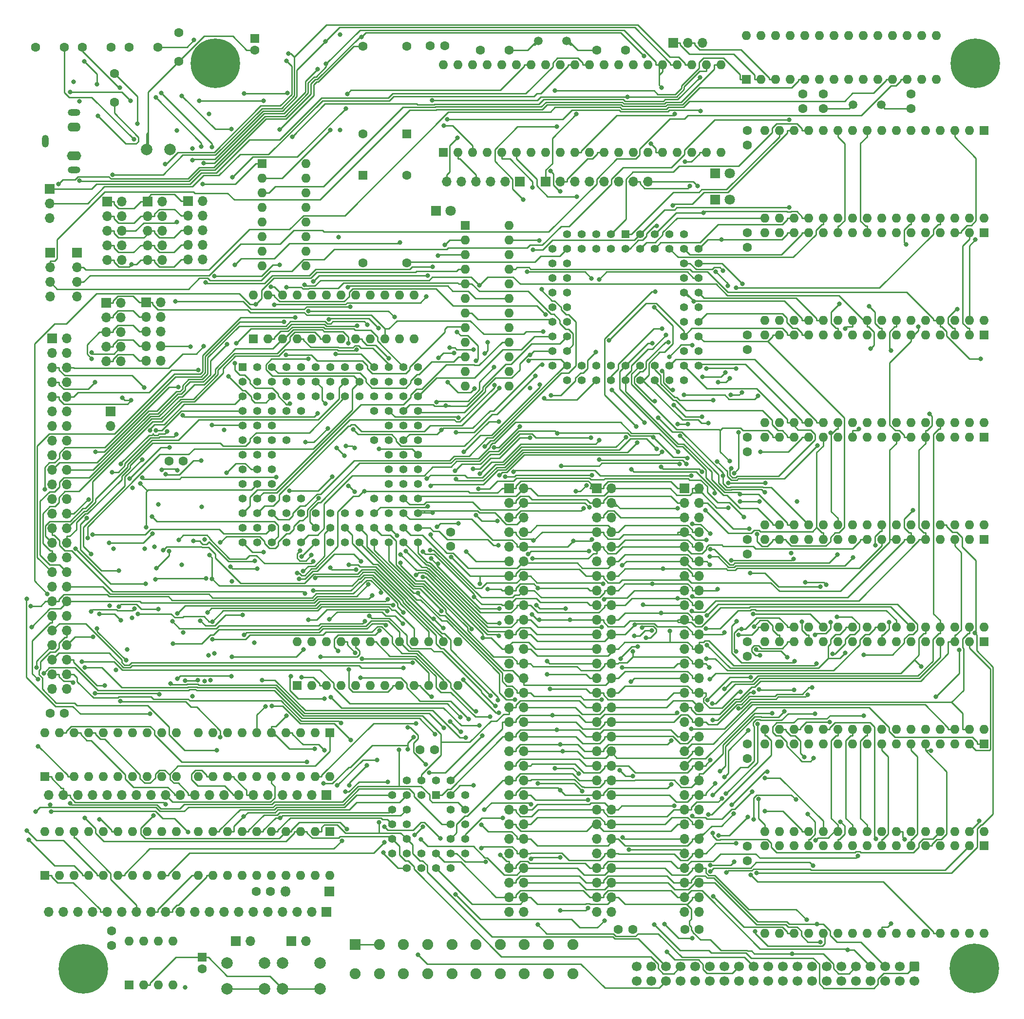
<source format=gbl>
%TF.GenerationSoftware,KiCad,Pcbnew,7.0.10*%
%TF.CreationDate,2024-02-19T01:25:05+02:00*%
%TF.ProjectId,jox030,6a6f7830-3330-42e6-9b69-6361645f7063,rev?*%
%TF.SameCoordinates,Original*%
%TF.FileFunction,Copper,L4,Bot*%
%TF.FilePolarity,Positive*%
%FSLAX46Y46*%
G04 Gerber Fmt 4.6, Leading zero omitted, Abs format (unit mm)*
G04 Created by KiCad (PCBNEW 7.0.10) date 2024-02-19 01:25:05*
%MOMM*%
%LPD*%
G01*
G04 APERTURE LIST*
G04 Aperture macros list*
%AMRoundRect*
0 Rectangle with rounded corners*
0 $1 Rounding radius*
0 $2 $3 $4 $5 $6 $7 $8 $9 X,Y pos of 4 corners*
0 Add a 4 corners polygon primitive as box body*
4,1,4,$2,$3,$4,$5,$6,$7,$8,$9,$2,$3,0*
0 Add four circle primitives for the rounded corners*
1,1,$1+$1,$2,$3*
1,1,$1+$1,$4,$5*
1,1,$1+$1,$6,$7*
1,1,$1+$1,$8,$9*
0 Add four rect primitives between the rounded corners*
20,1,$1+$1,$2,$3,$4,$5,0*
20,1,$1+$1,$4,$5,$6,$7,0*
20,1,$1+$1,$6,$7,$8,$9,0*
20,1,$1+$1,$8,$9,$2,$3,0*%
G04 Aperture macros list end*
%TA.AperFunction,ComponentPad*%
%ADD10R,1.700000X1.700000*%
%TD*%
%TA.AperFunction,ComponentPad*%
%ADD11O,1.700000X1.700000*%
%TD*%
%TA.AperFunction,ComponentPad*%
%ADD12R,1.800000X1.800000*%
%TD*%
%TA.AperFunction,ComponentPad*%
%ADD13C,1.800000*%
%TD*%
%TA.AperFunction,ComponentPad*%
%ADD14O,1.800000X1.800000*%
%TD*%
%TA.AperFunction,ComponentPad*%
%ADD15C,1.600000*%
%TD*%
%TA.AperFunction,ComponentPad*%
%ADD16R,1.422400X1.422400*%
%TD*%
%TA.AperFunction,ComponentPad*%
%ADD17C,1.422400*%
%TD*%
%TA.AperFunction,ComponentPad*%
%ADD18R,1.600000X1.600000*%
%TD*%
%TA.AperFunction,ComponentPad*%
%ADD19O,1.600000X1.600000*%
%TD*%
%TA.AperFunction,ComponentPad*%
%ADD20C,0.900000*%
%TD*%
%TA.AperFunction,ComponentPad*%
%ADD21C,8.600000*%
%TD*%
%TA.AperFunction,ComponentPad*%
%ADD22R,1.397000X1.397000*%
%TD*%
%TA.AperFunction,ComponentPad*%
%ADD23C,1.397000*%
%TD*%
%TA.AperFunction,ComponentPad*%
%ADD24C,1.500000*%
%TD*%
%TA.AperFunction,ComponentPad*%
%ADD25O,2.200000X1.200000*%
%TD*%
%TA.AperFunction,ComponentPad*%
%ADD26O,2.300000X1.600000*%
%TD*%
%TA.AperFunction,ComponentPad*%
%ADD27O,1.200000X2.200000*%
%TD*%
%TA.AperFunction,ComponentPad*%
%ADD28O,2.500000X1.600000*%
%TD*%
%TA.AperFunction,ComponentPad*%
%ADD29C,2.000000*%
%TD*%
%TA.AperFunction,ComponentPad*%
%ADD30R,1.900000X1.900000*%
%TD*%
%TA.AperFunction,ComponentPad*%
%ADD31C,1.900000*%
%TD*%
%TA.AperFunction,ComponentPad*%
%ADD32RoundRect,0.250000X-0.600000X0.600000X-0.600000X-0.600000X0.600000X-0.600000X0.600000X0.600000X0*%
%TD*%
%TA.AperFunction,ComponentPad*%
%ADD33C,1.700000*%
%TD*%
%TA.AperFunction,ViaPad*%
%ADD34C,0.800000*%
%TD*%
%TA.AperFunction,Conductor*%
%ADD35C,0.250000*%
%TD*%
G04 APERTURE END LIST*
D10*
%TO.P,J22,1,Pin_1*%
%TO.N,Net-(J22-Pin_1)*%
X29845000Y-80645000D03*
D11*
%TO.P,J22,2,Pin_2*%
%TO.N,/{slash}BERR*%
X29845000Y-83185000D03*
%TD*%
D12*
%TO.P,D4,1,K*%
%TO.N,Net-(D4-K)*%
X86360000Y-45720000D03*
D13*
%TO.P,D4,2,A*%
%TO.N,+5V*%
X88900000Y-45720000D03*
%TD*%
D12*
%TO.P,D3,1,K*%
%TO.N,Net-(D3-K)*%
X67818000Y-164084000D03*
D14*
%TO.P,D3,2,A*%
%TO.N,+5V*%
X60198000Y-164084000D03*
%TD*%
D15*
%TO.P,C32,1*%
%TO.N,GND*%
X140462000Y-138470000D03*
%TO.P,C32,2*%
%TO.N,+5V*%
X140462000Y-140970000D03*
%TD*%
D16*
%TO.P,U14,1,A18*%
%TO.N,/A18*%
X86360000Y-147320000D03*
D17*
%TO.P,U14,2,A16*%
%TO.N,/A16*%
X83820000Y-144780000D03*
%TO.P,U14,3,A15*%
%TO.N,/A15*%
X83820000Y-147320000D03*
%TO.P,U14,4,A12*%
%TO.N,/A12*%
X81280000Y-144780000D03*
%TO.P,U14,5,A7*%
%TO.N,/A7*%
X78740000Y-147320000D03*
%TO.P,U14,6,A6*%
%TO.N,/A6*%
X81280000Y-147320000D03*
%TO.P,U14,7,A5*%
%TO.N,/A5*%
X78740000Y-149860000D03*
%TO.P,U14,8,A4*%
%TO.N,/A4*%
X81280000Y-149860000D03*
%TO.P,U14,9,A3*%
%TO.N,/A3*%
X78740000Y-152400000D03*
%TO.P,U14,10,A2*%
%TO.N,/A2*%
X81280000Y-152400000D03*
%TO.P,U14,11,A1*%
%TO.N,/A1*%
X78740000Y-154940000D03*
%TO.P,U14,12,A0*%
%TO.N,/A0*%
X81280000Y-154940000D03*
%TO.P,U14,13,D0*%
%TO.N,/D24*%
X78740000Y-157480000D03*
%TO.P,U14,14,D1*%
%TO.N,/D25*%
X81280000Y-160020000D03*
%TO.P,U14,15,D2*%
%TO.N,/D26*%
X81280000Y-157480000D03*
%TO.P,U14,16,GND*%
%TO.N,GND*%
X83820000Y-160020000D03*
%TO.P,U14,17,D3*%
%TO.N,/D27*%
X83820000Y-157480000D03*
%TO.P,U14,18,D4*%
%TO.N,/D28*%
X86360000Y-160020000D03*
%TO.P,U14,19,D5*%
%TO.N,/D29*%
X86360000Y-157480000D03*
%TO.P,U14,20,D6*%
%TO.N,/D30*%
X88900000Y-160020000D03*
%TO.P,U14,21,D7*%
%TO.N,/D31*%
X91440000Y-157480000D03*
%TO.P,U14,22,CE*%
%TO.N,/{slash}ROM*%
X88900000Y-157480000D03*
%TO.P,U14,23,A10*%
%TO.N,/A10*%
X91440000Y-154940000D03*
%TO.P,U14,24,OE*%
%TO.N,/{slash}R*%
X88900000Y-154940000D03*
%TO.P,U14,25,A11*%
%TO.N,/A11*%
X91440000Y-152400000D03*
%TO.P,U14,26,A9*%
%TO.N,/A9*%
X88900000Y-152400000D03*
%TO.P,U14,27,A8*%
%TO.N,/A8*%
X91440000Y-149860000D03*
%TO.P,U14,28,A13*%
%TO.N,/A13*%
X88900000Y-149860000D03*
%TO.P,U14,29,A14*%
%TO.N,/A14*%
X91440000Y-147320000D03*
%TO.P,U14,30,A17*%
%TO.N,/A17*%
X88900000Y-144780000D03*
%TO.P,U14,31,PGM*%
%TO.N,/{slash}8W*%
X88900000Y-147320000D03*
%TO.P,U14,32,VCC*%
%TO.N,+5V*%
X86360000Y-144780000D03*
%TD*%
D10*
%TO.P,J21,1,Pin_1*%
%TO.N,Net-(D3-K)*%
X67305000Y-167640000D03*
D11*
%TO.P,J21,2,Pin_2*%
%TO.N,GND*%
X64765000Y-167640000D03*
%TO.P,J21,3,Pin_3*%
%TO.N,/3V3_A0*%
X62225000Y-167640000D03*
%TO.P,J21,4,Pin_4*%
%TO.N,/3V3_A1*%
X59685000Y-167640000D03*
%TO.P,J21,5,Pin_5*%
%TO.N,/3V3_A2*%
X57145000Y-167640000D03*
%TO.P,J21,6,Pin_6*%
%TO.N,/3V3_A3*%
X54605000Y-167640000D03*
%TO.P,J21,7,Pin_7*%
%TO.N,unconnected-(J21-Pin_7-Pad7)*%
X52065000Y-167640000D03*
%TO.P,J21,8,Pin_8*%
%TO.N,unconnected-(J21-Pin_8-Pad8)*%
X49525000Y-167640000D03*
%TO.P,J21,9,Pin_9*%
%TO.N,/3V3_A4*%
X46985000Y-167640000D03*
%TO.P,J21,10,Pin_10*%
%TO.N,/3V3_A5*%
X44445000Y-167640000D03*
%TO.P,J21,11,Pin_11*%
%TO.N,unconnected-(J21-Pin_11-Pad11)*%
X41905000Y-167640000D03*
%TO.P,J21,12,Pin_12*%
%TO.N,/3V3_A6*%
X39365000Y-167640000D03*
%TO.P,J21,13,Pin_13*%
%TO.N,/3V3_A7*%
X36825000Y-167640000D03*
%TO.P,J21,14,Pin_14*%
%TO.N,/3V3_A8*%
X34285000Y-167640000D03*
%TO.P,J21,15,Pin_15*%
%TO.N,GND*%
X31745000Y-167640000D03*
%TO.P,J21,16,Pin_16*%
%TO.N,+3.3V*%
X29205000Y-167640000D03*
%TO.P,J21,17,Pin_17*%
%TO.N,unconnected-(J21-Pin_17-Pad17)*%
X26665000Y-167640000D03*
%TO.P,J21,18,Pin_18*%
%TO.N,/3V3_A9*%
X24125000Y-167640000D03*
%TO.P,J21,19,Pin_19*%
%TO.N,/3V3_A10*%
X21585000Y-167640000D03*
%TO.P,J21,20,Pin_20*%
%TO.N,unconnected-(J21-Pin_20-Pad20)*%
X19045000Y-167640000D03*
%TD*%
D18*
%TO.P,U5,1,I4*%
%TO.N,/{slash}INT3*%
X56190000Y-37550000D03*
D19*
%TO.P,U5,2,I5*%
%TO.N,/{slash}INT4*%
X56190000Y-40090000D03*
%TO.P,U5,3,I6*%
%TO.N,/{slash}INT5*%
X56190000Y-42630000D03*
%TO.P,U5,4,I7*%
%TO.N,/{slash}INT6*%
X56190000Y-45170000D03*
%TO.P,U5,5,EI*%
%TO.N,GND*%
X56190000Y-47710000D03*
%TO.P,U5,6,S2*%
%TO.N,/~{IPL2}*%
X56190000Y-50250000D03*
%TO.P,U5,7,S1*%
%TO.N,/~{IPL1}*%
X56190000Y-52790000D03*
%TO.P,U5,8,GND*%
%TO.N,GND*%
X56190000Y-55330000D03*
%TO.P,U5,9,S0*%
%TO.N,/~{IPL0}*%
X63810000Y-55330000D03*
%TO.P,U5,10,IO*%
%TO.N,+5V*%
X63810000Y-52790000D03*
%TO.P,U5,11,I1*%
%TO.N,/{slash}INT0*%
X63810000Y-50250000D03*
%TO.P,U5,12,I2*%
%TO.N,/{slash}INT1*%
X63810000Y-47710000D03*
%TO.P,U5,13,I3*%
%TO.N,/{slash}INT2*%
X63810000Y-45170000D03*
%TO.P,U5,14,GS*%
%TO.N,unconnected-(U5-GS-Pad14)*%
X63810000Y-42630000D03*
%TO.P,U5,15,EO*%
%TO.N,unconnected-(U5-EO-Pad15)*%
X63810000Y-40090000D03*
%TO.P,U5,16,VCC*%
%TO.N,+5V*%
X63810000Y-37550000D03*
%TD*%
D15*
%TO.P,C17,1*%
%TO.N,Net-(C17-Pad1)*%
X24932000Y-17272000D03*
%TO.P,C17,2*%
%TO.N,Net-(C15-Pad1)*%
X29932000Y-17272000D03*
%TD*%
%TO.P,C33,1*%
%TO.N,GND*%
X140462000Y-102910000D03*
%TO.P,C33,2*%
%TO.N,+5V*%
X140462000Y-105410000D03*
%TD*%
D10*
%TO.P,J14,1,Pin_1*%
%TO.N,Net-(J14-Pin_1)*%
X51557000Y-172720000D03*
D11*
%TO.P,J14,2,Pin_2*%
%TO.N,GND*%
X54097000Y-172720000D03*
%TD*%
D18*
%TO.P,U33,1,A->B*%
%TO.N,+3.3V*%
X18420000Y-161280000D03*
D19*
%TO.P,U33,2,A0*%
%TO.N,/A8*%
X20960000Y-161280000D03*
%TO.P,U33,3,A1*%
%TO.N,/A9*%
X23500000Y-161280000D03*
%TO.P,U33,4,A2*%
%TO.N,/A10*%
X26040000Y-161280000D03*
%TO.P,U33,5,A3*%
%TO.N,/A11*%
X28580000Y-161280000D03*
%TO.P,U33,6,A4*%
%TO.N,/A12*%
X31120000Y-161280000D03*
%TO.P,U33,7,A5*%
%TO.N,/A13*%
X33660000Y-161280000D03*
%TO.P,U33,8,A6*%
%TO.N,/A14*%
X36200000Y-161280000D03*
%TO.P,U33,9,A7*%
%TO.N,/A15*%
X38740000Y-161280000D03*
%TO.P,U33,10,GND*%
%TO.N,GND*%
X41280000Y-161280000D03*
%TO.P,U33,11,B7*%
%TO.N,/3V3_A15*%
X41280000Y-153660000D03*
%TO.P,U33,12,B6*%
%TO.N,/3V3_A14*%
X38740000Y-153660000D03*
%TO.P,U33,13,B5*%
%TO.N,/3V3_A13*%
X36200000Y-153660000D03*
%TO.P,U33,14,B4*%
%TO.N,/3V3_A12*%
X33660000Y-153660000D03*
%TO.P,U33,15,B3*%
%TO.N,/3V3_A11*%
X31120000Y-153660000D03*
%TO.P,U33,16,B2*%
%TO.N,/3V3_A10*%
X28580000Y-153660000D03*
%TO.P,U33,17,B1*%
%TO.N,/3V3_A9*%
X26040000Y-153660000D03*
%TO.P,U33,18,B0*%
%TO.N,/3V3_A8*%
X23500000Y-153660000D03*
%TO.P,U33,19,CE*%
%TO.N,GND*%
X20960000Y-153660000D03*
%TO.P,U33,20,VCC*%
%TO.N,+3.3V*%
X18420000Y-153660000D03*
%TD*%
D15*
%TO.P,C31,1*%
%TO.N,GND*%
X132140000Y-170730000D03*
%TO.P,C31,2*%
%TO.N,+5V*%
X129640000Y-170730000D03*
%TD*%
%TO.P,C34,1*%
%TO.N,GND*%
X140462000Y-120670000D03*
%TO.P,C34,2*%
%TO.N,+5V*%
X140462000Y-123170000D03*
%TD*%
%TO.P,C30,1*%
%TO.N,GND*%
X140462000Y-31770000D03*
%TO.P,C30,2*%
%TO.N,+5V*%
X140462000Y-34270000D03*
%TD*%
D20*
%TO.P,H2,1,1*%
%TO.N,GND*%
X44769600Y-20069600D03*
X45714181Y-17789181D03*
X45714181Y-22350019D03*
X47994600Y-16844600D03*
D21*
X47994600Y-20069600D03*
D20*
X47994600Y-23294600D03*
X50275019Y-17789181D03*
X50275019Y-22350019D03*
X51219600Y-20069600D03*
%TD*%
D15*
%TO.P,C35,1*%
%TO.N,GND*%
X120590000Y-170750000D03*
%TO.P,C35,2*%
%TO.N,+5V*%
X118090000Y-170750000D03*
%TD*%
D10*
%TO.P,J15,1,Pin_1*%
%TO.N,Net-(J15-Pin_1)*%
X61209000Y-172720000D03*
D11*
%TO.P,J15,2,Pin_2*%
%TO.N,GND*%
X63749000Y-172720000D03*
%TD*%
D20*
%TO.P,H1,1,1*%
%TO.N,GND*%
X176869600Y-20044600D03*
X177814181Y-17764181D03*
X177814181Y-22325019D03*
X180094600Y-16819600D03*
D21*
X180094600Y-20044600D03*
D20*
X180094600Y-23269600D03*
X182375019Y-17764181D03*
X182375019Y-22325019D03*
X183319600Y-20044600D03*
%TD*%
D18*
%TO.P,U9,1,A18*%
%TO.N,/A20*%
X181610000Y-85090000D03*
D19*
%TO.P,U9,2,A16*%
%TO.N,/A18*%
X179070000Y-85090000D03*
%TO.P,U9,3,A14*%
%TO.N,/A16*%
X176530000Y-85090000D03*
%TO.P,U9,4,A12*%
%TO.N,/A14*%
X173990000Y-85090000D03*
%TO.P,U9,5,A7*%
%TO.N,/A9*%
X171450000Y-85090000D03*
%TO.P,U9,6,A6*%
%TO.N,/A8*%
X168910000Y-85090000D03*
%TO.P,U9,7,A5*%
%TO.N,/A7*%
X166370000Y-85090000D03*
%TO.P,U9,8,A4*%
%TO.N,/A6*%
X163830000Y-85090000D03*
%TO.P,U9,9,A3*%
%TO.N,/A5*%
X161290000Y-85090000D03*
%TO.P,U9,10,A2*%
%TO.N,/A4*%
X158750000Y-85090000D03*
%TO.P,U9,11,A1*%
%TO.N,/A3*%
X156210000Y-85090000D03*
%TO.P,U9,12,A0*%
%TO.N,/A2*%
X153670000Y-85090000D03*
%TO.P,U9,13,DQ0*%
%TO.N,/D24*%
X151130000Y-85090000D03*
%TO.P,U9,14,DQ1*%
%TO.N,/D25*%
X148590000Y-85090000D03*
%TO.P,U9,15,DQ2*%
%TO.N,/D26*%
X146050000Y-85090000D03*
%TO.P,U9,16,VSS*%
%TO.N,GND*%
X143510000Y-85090000D03*
%TO.P,U9,17,DQ3*%
%TO.N,/D27*%
X143510000Y-100330000D03*
%TO.P,U9,18,DQ4*%
%TO.N,/D28*%
X146050000Y-100330000D03*
%TO.P,U9,19,DQ5*%
%TO.N,/D29*%
X148590000Y-100330000D03*
%TO.P,U9,20,DQ6*%
%TO.N,/D30*%
X151130000Y-100330000D03*
%TO.P,U9,21,DQ7*%
%TO.N,/D31*%
X153670000Y-100330000D03*
%TO.P,U9,22,CE#*%
%TO.N,/{slash}B0*%
X156210000Y-100330000D03*
%TO.P,U9,23,A10*%
%TO.N,/A12*%
X158750000Y-100330000D03*
%TO.P,U9,24,OE#*%
%TO.N,/{slash}R*%
X161290000Y-100330000D03*
%TO.P,U9,25,A11*%
%TO.N,/A13*%
X163830000Y-100330000D03*
%TO.P,U9,26,A9*%
%TO.N,/A11*%
X166370000Y-100330000D03*
%TO.P,U9,27,A8*%
%TO.N,/A10*%
X168910000Y-100330000D03*
%TO.P,U9,28,A13*%
%TO.N,/A15*%
X171450000Y-100330000D03*
%TO.P,U9,29,WE#*%
%TO.N,/{slash}UUW*%
X173990000Y-100330000D03*
%TO.P,U9,30,A17*%
%TO.N,/A19*%
X176530000Y-100330000D03*
%TO.P,U9,31,A15*%
%TO.N,/A17*%
X179070000Y-100330000D03*
%TO.P,U9,32,VCC*%
%TO.N,+5V*%
X181610000Y-100330000D03*
%TD*%
D22*
%TO.P,U1,A1,BR*%
%TO.N,Net-(U1-BR)*%
X52810000Y-72910000D03*
D23*
%TO.P,U1,A2,A0*%
%TO.N,/A0*%
X55350000Y-72910000D03*
%TO.P,U1,A3,A30*%
%TO.N,/A30*%
X57890000Y-72910000D03*
%TO.P,U1,A4,A28*%
%TO.N,/A28*%
X60430000Y-72910000D03*
%TO.P,U1,A5,A26*%
%TO.N,/A26*%
X62970000Y-72910000D03*
%TO.P,U1,A6,A24*%
%TO.N,/A24*%
X65510000Y-72910000D03*
%TO.P,U1,A7,A23*%
%TO.N,/A23*%
X68050000Y-72910000D03*
%TO.P,U1,A8,A21*%
%TO.N,/A21*%
X70590000Y-72910000D03*
%TO.P,U1,A9,A19*%
%TO.N,/A19*%
X73130000Y-72910000D03*
%TO.P,U1,A10,A17*%
%TO.N,/A17*%
X75670000Y-72910000D03*
%TO.P,U1,A11,A15*%
%TO.N,/A15*%
X78210000Y-72910000D03*
%TO.P,U1,A12,A13*%
%TO.N,/A13*%
X80750000Y-72910000D03*
%TO.P,U1,A13,A10*%
%TO.N,/A10*%
X83290000Y-72910000D03*
%TO.P,U1,B1,RMC*%
%TO.N,unconnected-(U1-RMC-PadB1)*%
X52810000Y-75450000D03*
%TO.P,U1,B2,BG*%
%TO.N,unconnected-(U1-BG-PadB2)*%
X55350000Y-75450000D03*
%TO.P,U1,B3,A31*%
%TO.N,/A31*%
X57890000Y-75450000D03*
%TO.P,U1,B4,A29*%
%TO.N,/A29*%
X60430000Y-75450000D03*
%TO.P,U1,B5,A27*%
%TO.N,/A27*%
X62970000Y-75450000D03*
%TO.P,U1,B6,A25*%
%TO.N,/A25*%
X65510000Y-75450000D03*
%TO.P,U1,B7,A22*%
%TO.N,/A22*%
X68050000Y-75450000D03*
%TO.P,U1,B8,A20*%
%TO.N,/A20*%
X70590000Y-75450000D03*
%TO.P,U1,B9,A16*%
%TO.N,/A16*%
X73130000Y-75450000D03*
%TO.P,U1,B10,A14*%
%TO.N,/A14*%
X75670000Y-75450000D03*
%TO.P,U1,B11,A12*%
%TO.N,/A12*%
X78210000Y-75450000D03*
%TO.P,U1,B12,A8*%
%TO.N,/A8*%
X80750000Y-75450000D03*
%TO.P,U1,B13,A7*%
%TO.N,/A7*%
X83290000Y-75450000D03*
%TO.P,U1,C1,FC1*%
%TO.N,Net-(U1-FC1)*%
X52810000Y-77990000D03*
%TO.P,U1,C2,CIOUT*%
%TO.N,unconnected-(U1-CIOUT-PadC2)*%
X55350000Y-77990000D03*
%TO.P,U1,C3,BGACK*%
%TO.N,Net-(U1-BGACK)*%
X57890000Y-77990000D03*
%TO.P,U1,C4,A1*%
%TO.N,/A1*%
X60430000Y-77990000D03*
%TO.P,U1,C5,GND*%
%TO.N,GND*%
X62970000Y-77990000D03*
%TO.P,U1,C6,VCC*%
%TO.N,+5V*%
X65510000Y-77990000D03*
%TO.P,U1,C7,GND*%
%TO.N,GND*%
X68050000Y-77990000D03*
%TO.P,U1,C8,A18*%
%TO.N,/A18*%
X70590000Y-77990000D03*
%TO.P,U1,C9,GND*%
%TO.N,GND*%
X73130000Y-77990000D03*
%TO.P,U1,C10,A11*%
%TO.N,/A11*%
X75670000Y-77990000D03*
%TO.P,U1,C11,A9*%
%TO.N,/A9*%
X78210000Y-77990000D03*
%TO.P,U1,C12,A5*%
%TO.N,/A5*%
X80750000Y-77990000D03*
%TO.P,U1,C13,A4*%
%TO.N,/A4*%
X83290000Y-77990000D03*
%TO.P,U1,D1,FC2*%
%TO.N,Net-(U1-FC2)*%
X52810000Y-80530000D03*
%TO.P,U1,D2,FC0*%
%TO.N,/FC0*%
X55350000Y-80530000D03*
%TO.P,U1,D3,OCS*%
%TO.N,unconnected-(U1-OCS-PadD3)*%
X57890000Y-80530000D03*
%TO.P,U1,D4,VCC*%
%TO.N,+5V*%
X60430000Y-80530000D03*
%TO.P,U1,D5,NC*%
%TO.N,unconnected-(U1-NC-PadD5)*%
X62970000Y-80530000D03*
%TO.P,U1,D10,VCC*%
%TO.N,+5V*%
X75670000Y-80530000D03*
%TO.P,U1,D11,A6*%
%TO.N,/A6*%
X78210000Y-80530000D03*
%TO.P,U1,D12,A3*%
%TO.N,/A3*%
X80750000Y-80530000D03*
%TO.P,U1,D13,A2*%
%TO.N,/A2*%
X83290000Y-80530000D03*
%TO.P,U1,E1,CLK*%
%TO.N,/CPUCLK*%
X52810000Y-83070000D03*
%TO.P,U1,E2,AVEC*%
%TO.N,/{slash}AVEC*%
X55350000Y-83070000D03*
%TO.P,U1,E3,GND*%
%TO.N,GND*%
X57890000Y-83070000D03*
%TO.P,U1,E11,GND*%
X78210000Y-83070000D03*
%TO.P,U1,E12,NC*%
%TO.N,unconnected-(U1-NC-PadE12)*%
X80750000Y-83070000D03*
%TO.P,U1,E13,IPEND*%
%TO.N,unconnected-(U1-IPEND-PadE13)*%
X83290000Y-83070000D03*
%TO.P,U1,F1,DSACK0*%
%TO.N,/{slash}DSACK0*%
X52810000Y-85610000D03*
%TO.P,U1,F2,VCC*%
%TO.N,+5V*%
X55350000Y-85610000D03*
%TO.P,U1,F3,GND*%
%TO.N,GND*%
X57890000Y-85610000D03*
%TO.P,U1,F4,NC*%
%TO.N,unconnected-(U1-NC-PadF4)*%
X60430000Y-85610000D03*
%TO.P,U1,F10,NC*%
%TO.N,unconnected-(U1-NC-PadF10)*%
X75670000Y-85610000D03*
%TO.P,U1,F11,VCC*%
%TO.N,+5V*%
X78210000Y-85610000D03*
%TO.P,U1,F12,RESET*%
%TO.N,/~{RST}*%
X80750000Y-85610000D03*
%TO.P,U1,F13,MMUDIS*%
%TO.N,Net-(U1-MMUDIS)*%
X83290000Y-85610000D03*
%TO.P,U1,G1,STERM*%
%TO.N,Net-(U1-STERM)*%
X52810000Y-88150000D03*
%TO.P,U1,G2,DSACK1*%
%TO.N,/{slash}DSACK1*%
X55350000Y-88150000D03*
%TO.P,U1,G3,GND*%
%TO.N,GND*%
X57890000Y-88150000D03*
%TO.P,U1,G11,GND*%
X78210000Y-88150000D03*
%TO.P,U1,G12,IPL2*%
%TO.N,/~{IPL2}*%
X80750000Y-88150000D03*
%TO.P,U1,G13,IPL1*%
%TO.N,/~{IPL1}*%
X83290000Y-88150000D03*
%TO.P,U1,H1,BERR*%
%TO.N,/{slash}BERR*%
X52810000Y-90690000D03*
%TO.P,U1,H2,HALT*%
%TO.N,Net-(U1-HALT)*%
X55350000Y-90690000D03*
%TO.P,U1,H3,VCC*%
%TO.N,+5V*%
X57890000Y-90690000D03*
%TO.P,U1,H11,VCC*%
X78210000Y-90690000D03*
%TO.P,U1,H12,CDIS*%
%TO.N,Net-(U1-CDIS)*%
X80750000Y-90690000D03*
%TO.P,U1,H13,IPL0*%
%TO.N,/~{IPL0}*%
X83290000Y-90690000D03*
%TO.P,U1,J1,CBACK*%
%TO.N,Net-(U1-CBACK)*%
X52810000Y-93230000D03*
%TO.P,U1,J2,AS*%
%TO.N,/{slash}AS*%
X55350000Y-93230000D03*
%TO.P,U1,J3,GND*%
%TO.N,GND*%
X57890000Y-93230000D03*
%TO.P,U1,J11,GND*%
X78210000Y-93230000D03*
%TO.P,U1,J12,STATUS*%
%TO.N,unconnected-(U1-STATUS-PadJ12)*%
X80750000Y-93230000D03*
%TO.P,U1,J13,REFILL*%
%TO.N,unconnected-(U1-REFILL-PadJ13)*%
X83290000Y-93230000D03*
%TO.P,U1,K1,CBREQ*%
%TO.N,unconnected-(U1-CBREQ-PadK1)*%
X52810000Y-95770000D03*
%TO.P,U1,K2,DS*%
%TO.N,/{slash}DS*%
X55350000Y-95770000D03*
%TO.P,U1,K3,SIZ1*%
%TO.N,/SIZ1*%
X57890000Y-95770000D03*
%TO.P,U1,K4,VCC*%
%TO.N,+5V*%
X60430000Y-95770000D03*
%TO.P,U1,K5,NC*%
%TO.N,unconnected-(U1-NC-PadK5)*%
X62970000Y-95770000D03*
%TO.P,U1,K10,VCC*%
%TO.N,+5V*%
X75670000Y-95770000D03*
%TO.P,U1,K11,D5*%
%TO.N,/D5*%
X78210000Y-95770000D03*
%TO.P,U1,K12,D1*%
%TO.N,/D1*%
X80750000Y-95770000D03*
%TO.P,U1,K13,D0*%
%TO.N,/D0*%
X83290000Y-95770000D03*
%TO.P,U1,L1,CIIN*%
%TO.N,/{slash}IO*%
X52810000Y-98310000D03*
%TO.P,U1,L2,SIZ0*%
%TO.N,/SIZ0*%
X55350000Y-98310000D03*
%TO.P,U1,L3,R/W*%
%TO.N,/R{slash}W*%
X57890000Y-98310000D03*
%TO.P,U1,L4,D30*%
%TO.N,/D30*%
X60430000Y-98310000D03*
%TO.P,U1,L5,GND*%
%TO.N,GND*%
X62970000Y-98310000D03*
%TO.P,U1,L6,VCC*%
%TO.N,+5V*%
X65510000Y-98310000D03*
%TO.P,U1,L7,GND*%
%TO.N,GND*%
X68050000Y-98310000D03*
%TO.P,U1,L8,GND*%
X70590000Y-98310000D03*
%TO.P,U1,L9,GND*%
X73130000Y-98310000D03*
%TO.P,U1,L10,D10*%
%TO.N,/D10*%
X75670000Y-98310000D03*
%TO.P,U1,L11,D7*%
%TO.N,/D7*%
X78210000Y-98310000D03*
%TO.P,U1,L12,D4*%
%TO.N,/D4*%
X80750000Y-98310000D03*
%TO.P,U1,L13,D2*%
%TO.N,/D2*%
X83290000Y-98310000D03*
%TO.P,U1,M1,DBEN*%
%TO.N,unconnected-(U1-DBEN-PadM1)*%
X52810000Y-100850000D03*
%TO.P,U1,M2,ECS*%
%TO.N,unconnected-(U1-ECS-PadM2)*%
X55350000Y-100850000D03*
%TO.P,U1,M3,D29*%
%TO.N,/D29*%
X57890000Y-100850000D03*
%TO.P,U1,M4,D27*%
%TO.N,/D27*%
X60430000Y-100850000D03*
%TO.P,U1,M5,D24*%
%TO.N,/D24*%
X62970000Y-100850000D03*
%TO.P,U1,M6,D22*%
%TO.N,/D22*%
X65510000Y-100850000D03*
%TO.P,U1,M7,D20*%
%TO.N,/D20*%
X68050000Y-100850000D03*
%TO.P,U1,M8,D17*%
%TO.N,/D17*%
X70590000Y-100850000D03*
%TO.P,U1,M9,D14*%
%TO.N,/D14*%
X73130000Y-100850000D03*
%TO.P,U1,M10,D12*%
%TO.N,/D12*%
X75670000Y-100850000D03*
%TO.P,U1,M11,D9*%
%TO.N,/D9*%
X78210000Y-100850000D03*
%TO.P,U1,M12,D6*%
%TO.N,/D6*%
X80750000Y-100850000D03*
%TO.P,U1,M13,D3*%
%TO.N,/D3*%
X83290000Y-100850000D03*
%TO.P,U1,N1,D31*%
%TO.N,/D31*%
X52810000Y-103390000D03*
%TO.P,U1,N2,D28*%
%TO.N,/D28*%
X55350000Y-103390000D03*
%TO.P,U1,N3,D26*%
%TO.N,/D26*%
X57890000Y-103390000D03*
%TO.P,U1,N4,D25*%
%TO.N,/D25*%
X60430000Y-103390000D03*
%TO.P,U1,N5,D23*%
%TO.N,/D23*%
X62970000Y-103390000D03*
%TO.P,U1,N6,D21*%
%TO.N,/D21*%
X65510000Y-103390000D03*
%TO.P,U1,N7,D19*%
%TO.N,/D19*%
X68050000Y-103390000D03*
%TO.P,U1,N8,D18*%
%TO.N,/D18*%
X70590000Y-103390000D03*
%TO.P,U1,N9,D16*%
%TO.N,/D16*%
X73130000Y-103390000D03*
%TO.P,U1,N10,D15*%
%TO.N,/D15*%
X75670000Y-103390000D03*
%TO.P,U1,N11,D13*%
%TO.N,/D13*%
X78210000Y-103390000D03*
%TO.P,U1,N12,D11*%
%TO.N,/D11*%
X80750000Y-103390000D03*
%TO.P,U1,N13,D8*%
%TO.N,/D8*%
X83290000Y-103390000D03*
%TD*%
D18*
%TO.P,X2,1,EN*%
%TO.N,+5V*%
X81280000Y-32385000D03*
D15*
%TO.P,X2,7,GND*%
%TO.N,GND*%
X81280000Y-17145000D03*
%TO.P,X2,8,OUT*%
%TO.N,Net-(U21-M)*%
X73660000Y-17145000D03*
%TO.P,X2,14,Vcc*%
%TO.N,+5V*%
X73660000Y-32385000D03*
%TD*%
D10*
%TO.P,J17,1,Pin_1*%
%TO.N,/{slash}AS*%
X35975000Y-61650000D03*
D11*
%TO.P,J17,2,Pin_2*%
%TO.N,Net-(J17-Pin_10)*%
X38515000Y-61650000D03*
%TO.P,J17,3,Pin_3*%
%TO.N,/{slash}WAIT_0*%
X35975000Y-64190000D03*
%TO.P,J17,4,Pin_4*%
%TO.N,Net-(J17-Pin_10)*%
X38515000Y-64190000D03*
%TO.P,J17,5,Pin_5*%
%TO.N,/{slash}WAIT_1*%
X35975000Y-66730000D03*
%TO.P,J17,6,Pin_6*%
%TO.N,Net-(J17-Pin_10)*%
X38515000Y-66730000D03*
%TO.P,J17,7,Pin_7*%
%TO.N,/{slash}WAIT_2*%
X35975000Y-69270000D03*
%TO.P,J17,8,Pin_8*%
%TO.N,Net-(J17-Pin_10)*%
X38515000Y-69270000D03*
%TO.P,J17,9,Pin_9*%
%TO.N,/{slash}WAIT_3*%
X35975000Y-71810000D03*
%TO.P,J17,10,Pin_10*%
%TO.N,Net-(J17-Pin_10)*%
X38515000Y-71810000D03*
%TD*%
D18*
%TO.P,U34,1,A->B*%
%TO.N,+3.3V*%
X18420000Y-144135000D03*
D19*
%TO.P,U34,2,A0*%
%TO.N,/{slash}8W*%
X20960000Y-144135000D03*
%TO.P,U34,3,A1*%
%TO.N,/{slash}R*%
X23500000Y-144135000D03*
%TO.P,U34,4,A2*%
%TO.N,GND*%
X26040000Y-144135000D03*
%TO.P,U34,5,A3*%
X28580000Y-144135000D03*
%TO.P,U34,6,A4*%
X31120000Y-144135000D03*
%TO.P,U34,7,A5*%
X33660000Y-144135000D03*
%TO.P,U34,8,A6*%
X36200000Y-144135000D03*
%TO.P,U34,9,A7*%
X38740000Y-144135000D03*
%TO.P,U34,10,GND*%
X41280000Y-144135000D03*
%TO.P,U34,11,B7*%
%TO.N,unconnected-(U34-B7-Pad11)*%
X41280000Y-136515000D03*
%TO.P,U34,12,B6*%
%TO.N,unconnected-(U34-B6-Pad12)*%
X38740000Y-136515000D03*
%TO.P,U34,13,B5*%
%TO.N,unconnected-(U34-B5-Pad13)*%
X36200000Y-136515000D03*
%TO.P,U34,14,B4*%
%TO.N,unconnected-(U34-B4-Pad14)*%
X33660000Y-136515000D03*
%TO.P,U34,15,B3*%
%TO.N,unconnected-(U34-B3-Pad15)*%
X31120000Y-136515000D03*
%TO.P,U34,16,B2*%
%TO.N,unconnected-(U34-B2-Pad16)*%
X28580000Y-136515000D03*
%TO.P,U34,17,B1*%
%TO.N,/{slash}3V3_RD*%
X26040000Y-136515000D03*
%TO.P,U34,18,B0*%
%TO.N,/{slash}3V3_WR*%
X23500000Y-136515000D03*
%TO.P,U34,19,CE*%
%TO.N,/{slash}IO4*%
X20960000Y-136515000D03*
%TO.P,U34,20,VCC*%
%TO.N,+3.3V*%
X18420000Y-136515000D03*
%TD*%
D10*
%TO.P,J1,1,Pin_1*%
%TO.N,Net-(J1-Pin_1)*%
X105410000Y-40640000D03*
D11*
%TO.P,J1,2,Pin_2*%
%TO.N,Net-(J1-Pin_2)*%
X107950000Y-40640000D03*
%TO.P,J1,3,Pin_3*%
%TO.N,Net-(J1-Pin_3)*%
X110490000Y-40640000D03*
%TO.P,J1,4,Pin_4*%
%TO.N,Net-(J1-Pin_4)*%
X113030000Y-40640000D03*
%TO.P,J1,5,Pin_5*%
%TO.N,Net-(J1-Pin_5)*%
X115570000Y-40640000D03*
%TO.P,J1,6,Pin_6*%
%TO.N,Net-(J1-Pin_6)*%
X118110000Y-40640000D03*
%TO.P,J1,7,Pin_7*%
%TO.N,Net-(J1-Pin_7)*%
X120650000Y-40640000D03*
%TO.P,J1,8,Pin_8*%
%TO.N,Net-(J1-Pin_8)*%
X123190000Y-40640000D03*
%TD*%
D15*
%TO.P,C16,1*%
%TO.N,Net-(C16-Pad1)*%
X21804000Y-17272000D03*
%TO.P,C16,2*%
%TO.N,Net-(C14-Pad2)*%
X16804000Y-17272000D03*
%TD*%
%TO.P,C28,1*%
%TO.N,GND*%
X150114000Y-27920000D03*
%TO.P,C28,2*%
%TO.N,+5V*%
X150114000Y-25420000D03*
%TD*%
D10*
%TO.P,J18,1,Pin_1*%
%TO.N,/{slash}AS*%
X29100000Y-61750000D03*
D11*
%TO.P,J18,2,Pin_2*%
%TO.N,Net-(J18-Pin_10)*%
X31640000Y-61750000D03*
%TO.P,J18,3,Pin_3*%
%TO.N,/{slash}WAIT_0*%
X29100000Y-64290000D03*
%TO.P,J18,4,Pin_4*%
%TO.N,Net-(J18-Pin_10)*%
X31640000Y-64290000D03*
%TO.P,J18,5,Pin_5*%
%TO.N,/{slash}WAIT_1*%
X29100000Y-66830000D03*
%TO.P,J18,6,Pin_6*%
%TO.N,Net-(J18-Pin_10)*%
X31640000Y-66830000D03*
%TO.P,J18,7,Pin_7*%
%TO.N,/{slash}WAIT_2*%
X29100000Y-69370000D03*
%TO.P,J18,8,Pin_8*%
%TO.N,Net-(J18-Pin_10)*%
X31640000Y-69370000D03*
%TO.P,J18,9,Pin_9*%
%TO.N,/{slash}WAIT_3*%
X29100000Y-71910000D03*
%TO.P,J18,10,Pin_10*%
%TO.N,Net-(J18-Pin_10)*%
X31640000Y-71910000D03*
%TD*%
D10*
%TO.P,J20,1,Pin_1*%
%TO.N,/{slash}AS*%
X43270000Y-44050000D03*
D11*
%TO.P,J20,2,Pin_2*%
%TO.N,Net-(J20-Pin_10)*%
X45810000Y-44050000D03*
%TO.P,J20,3,Pin_3*%
%TO.N,/{slash}WAIT_0*%
X43270000Y-46590000D03*
%TO.P,J20,4,Pin_4*%
%TO.N,Net-(J20-Pin_10)*%
X45810000Y-46590000D03*
%TO.P,J20,5,Pin_5*%
%TO.N,/{slash}WAIT_1*%
X43270000Y-49130000D03*
%TO.P,J20,6,Pin_6*%
%TO.N,Net-(J20-Pin_10)*%
X45810000Y-49130000D03*
%TO.P,J20,7,Pin_7*%
%TO.N,/{slash}WAIT_2*%
X43270000Y-51670000D03*
%TO.P,J20,8,Pin_8*%
%TO.N,Net-(J20-Pin_10)*%
X45810000Y-51670000D03*
%TO.P,J20,9,Pin_9*%
%TO.N,/{slash}WAIT_3*%
X43270000Y-54210000D03*
%TO.P,J20,10,Pin_10*%
%TO.N,Net-(J20-Pin_10)*%
X45810000Y-54210000D03*
%TD*%
D20*
%TO.P,H4,1,1*%
%TO.N,GND*%
X21900000Y-177550000D03*
X22844581Y-175269581D03*
X22844581Y-179830419D03*
X25125000Y-174325000D03*
D21*
X25125000Y-177550000D03*
D20*
X25125000Y-180775000D03*
X27405419Y-175269581D03*
X27405419Y-179830419D03*
X28350000Y-177550000D03*
%TD*%
D18*
%TO.P,U16,1,RS1*%
%TO.N,/A0*%
X87630000Y-35560000D03*
D19*
%TO.P,U16,2,IP3*%
%TO.N,Net-(J2-Pin_4)*%
X90170000Y-35560000D03*
%TO.P,U16,3,RS2*%
%TO.N,/A1*%
X92710000Y-35560000D03*
%TO.P,U16,4,IP1*%
%TO.N,Net-(J2-Pin_2)*%
X95250000Y-35560000D03*
%TO.P,U16,5,RS3*%
%TO.N,/A2*%
X97790000Y-35560000D03*
%TO.P,U16,6,RS4*%
%TO.N,/A3*%
X100330000Y-35560000D03*
%TO.P,U16,7,IP0*%
%TO.N,Net-(J2-Pin_1)*%
X102870000Y-35560000D03*
%TO.P,U16,8,R/W*%
%TO.N,/R{slash}W*%
X105410000Y-35560000D03*
%TO.P,U16,9,DTACK*%
%TO.N,/{slash}UART_DTACK*%
X107950000Y-35560000D03*
%TO.P,U16,10,RXDB*%
%TO.N,Net-(J4-Pin_2)*%
X110490000Y-35560000D03*
%TO.P,U16,11,TXDB*%
%TO.N,Net-(J4-Pin_1)*%
X113030000Y-35560000D03*
%TO.P,U16,12,OP1*%
%TO.N,Net-(J1-Pin_2)*%
X115570000Y-35560000D03*
%TO.P,U16,13,OP3*%
%TO.N,Net-(J1-Pin_4)*%
X118110000Y-35560000D03*
%TO.P,U16,14,OP5*%
%TO.N,Net-(J1-Pin_6)*%
X120650000Y-35560000D03*
%TO.P,U16,15,OP7*%
%TO.N,Net-(J1-Pin_8)*%
X123190000Y-35560000D03*
%TO.P,U16,16,D1*%
%TO.N,/D25*%
X125730000Y-35560000D03*
%TO.P,U16,17,D3*%
%TO.N,/D27*%
X128270000Y-35560000D03*
%TO.P,U16,18,D5*%
%TO.N,/D29*%
X130810000Y-35560000D03*
%TO.P,U16,19,D7*%
%TO.N,/D31*%
X133350000Y-35560000D03*
%TO.P,U16,20,GND*%
%TO.N,GND*%
X135890000Y-35560000D03*
%TO.P,U16,21,IRQ*%
%TO.N,/{slash}INT5*%
X135890000Y-20320000D03*
%TO.P,U16,22,D6*%
%TO.N,/D30*%
X133350000Y-20320000D03*
%TO.P,U16,23,D4*%
%TO.N,/D28*%
X130810000Y-20320000D03*
%TO.P,U16,24,D2*%
%TO.N,/D26*%
X128270000Y-20320000D03*
%TO.P,U16,25,D0*%
%TO.N,/D24*%
X125730000Y-20320000D03*
%TO.P,U16,26,OP6*%
%TO.N,Net-(J1-Pin_7)*%
X123190000Y-20320000D03*
%TO.P,U16,27,OP4*%
%TO.N,Net-(J1-Pin_5)*%
X120650000Y-20320000D03*
%TO.P,U16,28,OP2*%
%TO.N,Net-(J1-Pin_3)*%
X118110000Y-20320000D03*
%TO.P,U16,29,OP0*%
%TO.N,Net-(J1-Pin_1)*%
X115570000Y-20320000D03*
%TO.P,U16,30,TXDA*%
%TO.N,Net-(J3-Pin_1)*%
X113030000Y-20320000D03*
%TO.P,U16,31,RXDA*%
%TO.N,Net-(J3-Pin_2)*%
X110490000Y-20320000D03*
%TO.P,U16,32,X1/CLK*%
%TO.N,Net-(U16-X1{slash}CLK)*%
X107950000Y-20320000D03*
%TO.P,U16,33,X2*%
%TO.N,Net-(U16-X2)*%
X105410000Y-20320000D03*
%TO.P,U16,34,RESET*%
%TO.N,/~{RST}*%
X102870000Y-20320000D03*
%TO.P,U16,35,CS*%
%TO.N,/{slash}IO0*%
X100330000Y-20320000D03*
%TO.P,U16,36,IP2*%
%TO.N,Net-(J2-Pin_3)*%
X97790000Y-20320000D03*
%TO.P,U16,37,IACK*%
%TO.N,Net-(U16-IACK)*%
X95250000Y-20320000D03*
%TO.P,U16,38,IP5*%
%TO.N,Net-(J2-Pin_6)*%
X92710000Y-20320000D03*
%TO.P,U16,39,IP4*%
%TO.N,Net-(J2-Pin_5)*%
X90170000Y-20320000D03*
%TO.P,U16,40,VCC*%
%TO.N,+5V*%
X87630000Y-20320000D03*
%TD*%
D18*
%TO.P,U32,1,A->B*%
%TO.N,+3.3V*%
X67945000Y-153670000D03*
D19*
%TO.P,U32,2,A0*%
%TO.N,/A0*%
X65405000Y-153670000D03*
%TO.P,U32,3,A1*%
%TO.N,/A1*%
X62865000Y-153670000D03*
%TO.P,U32,4,A2*%
%TO.N,/A2*%
X60325000Y-153670000D03*
%TO.P,U32,5,A3*%
%TO.N,/A3*%
X57785000Y-153670000D03*
%TO.P,U32,6,A4*%
%TO.N,/A4*%
X55245000Y-153670000D03*
%TO.P,U32,7,A5*%
%TO.N,/A5*%
X52705000Y-153670000D03*
%TO.P,U32,8,A6*%
%TO.N,/A6*%
X50165000Y-153670000D03*
%TO.P,U32,9,A7*%
%TO.N,/A7*%
X47625000Y-153670000D03*
%TO.P,U32,10,GND*%
%TO.N,GND*%
X45085000Y-153670000D03*
%TO.P,U32,11,B7*%
%TO.N,/3V3_A7*%
X45085000Y-161290000D03*
%TO.P,U32,12,B6*%
%TO.N,/3V3_A6*%
X47625000Y-161290000D03*
%TO.P,U32,13,B5*%
%TO.N,/3V3_A5*%
X50165000Y-161290000D03*
%TO.P,U32,14,B4*%
%TO.N,/3V3_A4*%
X52705000Y-161290000D03*
%TO.P,U32,15,B3*%
%TO.N,/3V3_A3*%
X55245000Y-161290000D03*
%TO.P,U32,16,B2*%
%TO.N,/3V3_A2*%
X57785000Y-161290000D03*
%TO.P,U32,17,B1*%
%TO.N,/3V3_A1*%
X60325000Y-161290000D03*
%TO.P,U32,18,B0*%
%TO.N,/3V3_A0*%
X62865000Y-161290000D03*
%TO.P,U32,19,CE*%
%TO.N,GND*%
X65405000Y-161290000D03*
%TO.P,U32,20,VCC*%
%TO.N,+3.3V*%
X67945000Y-161290000D03*
%TD*%
D18*
%TO.P,U2,1,GND*%
%TO.N,GND*%
X33020000Y-180340000D03*
D19*
%TO.P,U2,2,TR*%
%TO.N,Net-(J15-Pin_1)*%
X35560000Y-180340000D03*
%TO.P,U2,3,Q*%
%TO.N,Net-(U2-Q)*%
X38100000Y-180340000D03*
%TO.P,U2,4,R*%
%TO.N,+5V*%
X40640000Y-180340000D03*
%TO.P,U2,5,CV*%
%TO.N,unconnected-(U2-CV-Pad5)*%
X40640000Y-172720000D03*
%TO.P,U2,6,THR*%
%TO.N,Net-(J15-Pin_1)*%
X38100000Y-172720000D03*
%TO.P,U2,7,DIS*%
%TO.N,unconnected-(U2-DIS-Pad7)*%
X35560000Y-172720000D03*
%TO.P,U2,8,VCC*%
%TO.N,+5V*%
X33020000Y-172720000D03*
%TD*%
D10*
%TO.P,J6,1,Pin_1*%
%TO.N,/A21*%
X99060000Y-93980000D03*
D11*
%TO.P,J6,2,Pin_2*%
%TO.N,/D0*%
X101600000Y-93980000D03*
%TO.P,J6,3,Pin_3*%
%TO.N,/A2*%
X99060000Y-96520000D03*
%TO.P,J6,4,Pin_4*%
%TO.N,/D1*%
X101600000Y-96520000D03*
%TO.P,J6,5,Pin_5*%
%TO.N,/A3*%
X99060000Y-99060000D03*
%TO.P,J6,6,Pin_6*%
%TO.N,/D2*%
X101600000Y-99060000D03*
%TO.P,J6,7,Pin_7*%
%TO.N,/A4*%
X99060000Y-101600000D03*
%TO.P,J6,8,Pin_8*%
%TO.N,/D3*%
X101600000Y-101600000D03*
%TO.P,J6,9,Pin_9*%
%TO.N,/A5*%
X99060000Y-104140000D03*
%TO.P,J6,10,Pin_10*%
%TO.N,/D4*%
X101600000Y-104140000D03*
%TO.P,J6,11,Pin_11*%
%TO.N,/A6*%
X99060000Y-106680000D03*
%TO.P,J6,12,Pin_12*%
%TO.N,/D5*%
X101600000Y-106680000D03*
%TO.P,J6,13,Pin_13*%
%TO.N,/A7*%
X99060000Y-109220000D03*
%TO.P,J6,14,Pin_14*%
%TO.N,/D6*%
X101600000Y-109220000D03*
%TO.P,J6,15,Pin_15*%
%TO.N,/A8*%
X99060000Y-111760000D03*
%TO.P,J6,16,Pin_16*%
%TO.N,/D7*%
X101600000Y-111760000D03*
%TO.P,J6,17,Pin_17*%
%TO.N,/A9*%
X99060000Y-114300000D03*
%TO.P,J6,18,Pin_18*%
%TO.N,/D8*%
X101600000Y-114300000D03*
%TO.P,J6,19,Pin_19*%
%TO.N,/A10*%
X99060000Y-116840000D03*
%TO.P,J6,20,Pin_20*%
%TO.N,/D9*%
X101600000Y-116840000D03*
%TO.P,J6,21,Pin_21*%
%TO.N,/A11*%
X99060000Y-119380000D03*
%TO.P,J6,22,Pin_22*%
%TO.N,/D10*%
X101600000Y-119380000D03*
%TO.P,J6,23,Pin_23*%
%TO.N,/A12*%
X99060000Y-121920000D03*
%TO.P,J6,24,Pin_24*%
%TO.N,/D11*%
X101600000Y-121920000D03*
%TO.P,J6,25,Pin_25*%
%TO.N,/A13*%
X99060000Y-124460000D03*
%TO.P,J6,26,Pin_26*%
%TO.N,/D12*%
X101600000Y-124460000D03*
%TO.P,J6,27,Pin_27*%
%TO.N,/A14*%
X99060000Y-127000000D03*
%TO.P,J6,28,Pin_28*%
%TO.N,/D13*%
X101600000Y-127000000D03*
%TO.P,J6,29,Pin_29*%
%TO.N,/A15*%
X99060000Y-129540000D03*
%TO.P,J6,30,Pin_30*%
%TO.N,/D14*%
X101600000Y-129540000D03*
%TO.P,J6,31,Pin_31*%
%TO.N,/A16*%
X99060000Y-132080000D03*
%TO.P,J6,32,Pin_32*%
%TO.N,/D15*%
X101600000Y-132080000D03*
%TO.P,J6,33,Pin_33*%
%TO.N,/A17*%
X99060000Y-134620000D03*
%TO.P,J6,34,Pin_34*%
%TO.N,/D16*%
X101600000Y-134620000D03*
%TO.P,J6,35,Pin_35*%
%TO.N,/A18*%
X99060000Y-137160000D03*
%TO.P,J6,36,Pin_36*%
%TO.N,/D17*%
X101600000Y-137160000D03*
%TO.P,J6,37,Pin_37*%
%TO.N,/A19*%
X99060000Y-139700000D03*
%TO.P,J6,38,Pin_38*%
%TO.N,/D18*%
X101600000Y-139700000D03*
%TO.P,J6,39,Pin_39*%
%TO.N,/A20*%
X99060000Y-142240000D03*
%TO.P,J6,40,Pin_40*%
%TO.N,/D19*%
X101600000Y-142240000D03*
%TO.P,J6,41,Pin_41*%
%TO.N,/{slash}R*%
X99060000Y-144780000D03*
%TO.P,J6,42,Pin_42*%
%TO.N,/D20*%
X101600000Y-144780000D03*
%TO.P,J6,43,Pin_43*%
%TO.N,/{slash}LLW*%
X99060000Y-147320000D03*
%TO.P,J6,44,Pin_44*%
%TO.N,/D21*%
X101600000Y-147320000D03*
%TO.P,J6,45,Pin_45*%
%TO.N,/{slash}LMW*%
X99060000Y-149860000D03*
%TO.P,J6,46,Pin_46*%
%TO.N,/D22*%
X101600000Y-149860000D03*
%TO.P,J6,47,Pin_47*%
%TO.N,/{slash}UMW*%
X99060000Y-152400000D03*
%TO.P,J6,48,Pin_48*%
%TO.N,/D23*%
X101600000Y-152400000D03*
%TO.P,J6,49,Pin_49*%
%TO.N,/{slash}UUW*%
X99060000Y-154940000D03*
%TO.P,J6,50,Pin_50*%
%TO.N,/D24*%
X101600000Y-154940000D03*
%TO.P,J6,51,Pin_51*%
%TO.N,/{slash}B2*%
X99060000Y-157480000D03*
%TO.P,J6,52,Pin_52*%
%TO.N,/D25*%
X101600000Y-157480000D03*
%TO.P,J6,53,Pin_53*%
%TO.N,/D31*%
X99060000Y-160020000D03*
%TO.P,J6,54,Pin_54*%
%TO.N,/D26*%
X101600000Y-160020000D03*
%TO.P,J6,55,Pin_55*%
%TO.N,/D30*%
X99060000Y-162560000D03*
%TO.P,J6,56,Pin_56*%
%TO.N,/D27*%
X101600000Y-162560000D03*
%TO.P,J6,57,Pin_57*%
%TO.N,/D29*%
X99060000Y-165100000D03*
%TO.P,J6,58,Pin_58*%
%TO.N,/D28*%
X101600000Y-165100000D03*
%TO.P,J6,59,Pin_59*%
%TO.N,GND*%
X99060000Y-167640000D03*
%TO.P,J6,60,Pin_60*%
%TO.N,+5V*%
X101600000Y-167640000D03*
%TD*%
D15*
%TO.P,C6,1*%
%TO.N,GND*%
X41656000Y-14772000D03*
%TO.P,C6,2*%
%TO.N,Net-(C6-Pad2)*%
X41656000Y-19772000D03*
%TD*%
D18*
%TO.P,X1,1,EN*%
%TO.N,+5V*%
X73700000Y-39540000D03*
D15*
%TO.P,X1,7,GND*%
%TO.N,GND*%
X73700000Y-54780000D03*
%TO.P,X1,8,OUT*%
%TO.N,/CPUCLK*%
X81320000Y-54780000D03*
%TO.P,X1,14,Vcc*%
%TO.N,+5V*%
X81320000Y-39540000D03*
%TD*%
D18*
%TO.P,U18,1,OD/CLK*%
%TO.N,unconnected-(U18-OD{slash}CLK-Pad1)*%
X62225000Y-128260000D03*
D19*
%TO.P,U18,2,I0*%
%TO.N,/A21*%
X64765000Y-128260000D03*
%TO.P,U18,3,I1*%
%TO.N,/A22*%
X67305000Y-128260000D03*
%TO.P,U18,4,I2*%
%TO.N,/A23*%
X69845000Y-128260000D03*
%TO.P,U18,5,I3*%
%TO.N,/A24*%
X72385000Y-128260000D03*
%TO.P,U18,6,I4*%
%TO.N,/A25*%
X74925000Y-128260000D03*
%TO.P,U18,7,I5*%
%TO.N,/A26*%
X77465000Y-128260000D03*
%TO.P,U18,8,I6*%
%TO.N,/A27*%
X80005000Y-128260000D03*
%TO.P,U18,9,I7*%
%TO.N,/A28*%
X82545000Y-128260000D03*
%TO.P,U18,10,I8*%
%TO.N,/{slash}32B*%
X85085000Y-128260000D03*
%TO.P,U18,11,I9*%
%TO.N,/{slash}IO*%
X87625000Y-128260000D03*
%TO.P,U18,12,GND*%
%TO.N,GND*%
X90165000Y-128260000D03*
%TO.P,U18,13,CLK/OD*%
%TO.N,unconnected-(U18-CLK{slash}OD-Pad13)*%
X90165000Y-120640000D03*
%TO.P,U18,14,LR/O4*%
%TO.N,/{slash}IO4*%
X87625000Y-120640000D03*
%TO.P,U18,15,A0/O3*%
%TO.N,/{slash}IO3*%
X85085000Y-120640000D03*
%TO.P,U18,16,A1/O2*%
%TO.N,/{slash}IO2*%
X82545000Y-120640000D03*
%TO.P,U18,17,A2/O1*%
%TO.N,/{slash}IO1*%
X80005000Y-120640000D03*
%TO.P,U18,18,NC/O0*%
%TO.N,/{slash}IO0*%
X77465000Y-120640000D03*
%TO.P,U18,19,O4/NC*%
%TO.N,/{slash}B4*%
X74925000Y-120640000D03*
%TO.P,U18,20,O3/A2*%
%TO.N,/{slash}B3*%
X72385000Y-120640000D03*
%TO.P,U18,21,O2/A1*%
%TO.N,/{slash}B2*%
X69845000Y-120640000D03*
%TO.P,U18,22,O1/A0*%
%TO.N,/{slash}B1*%
X67305000Y-120640000D03*
%TO.P,U18,23,O0/LR*%
%TO.N,/{slash}B0*%
X64765000Y-120640000D03*
%TO.P,U18,24,VCC*%
%TO.N,+5V*%
X62225000Y-120640000D03*
%TD*%
D10*
%TO.P,J12,1,Pin_1*%
%TO.N,+5V*%
X19304000Y-53060600D03*
D11*
%TO.P,J12,2,Pin_2*%
%TO.N,Net-(J12-Pin_2)*%
X19304000Y-55600600D03*
%TO.P,J12,3,Pin_3*%
%TO.N,Net-(J12-Pin_3)*%
X19304000Y-58140600D03*
%TO.P,J12,4,Pin_4*%
%TO.N,GND*%
X19304000Y-60680600D03*
%TD*%
D18*
%TO.P,U35,1,OD/CLK*%
%TO.N,unconnected-(U35-OD{slash}CLK-Pad1)*%
X54630000Y-68000000D03*
D19*
%TO.P,U35,2,I0*%
%TO.N,/A13*%
X57170000Y-68000000D03*
%TO.P,U35,3,I1*%
%TO.N,/A14*%
X59710000Y-68000000D03*
%TO.P,U35,4,I2*%
%TO.N,/A15*%
X62250000Y-68000000D03*
%TO.P,U35,5,I3*%
%TO.N,/A16*%
X64790000Y-68000000D03*
%TO.P,U35,6,I4*%
%TO.N,/A17*%
X67330000Y-68000000D03*
%TO.P,U35,7,I5*%
%TO.N,/A18*%
X69870000Y-68000000D03*
%TO.P,U35,8,I6*%
%TO.N,/A19*%
X72410000Y-68000000D03*
%TO.P,U35,9,I7*%
%TO.N,/FC0*%
X74950000Y-68000000D03*
%TO.P,U35,10,I8*%
%TO.N,/{slash}AS*%
X77490000Y-68000000D03*
%TO.P,U35,11,I9*%
%TO.N,/FC1&2*%
X80030000Y-68000000D03*
%TO.P,U35,12,GND*%
%TO.N,GND*%
X82570000Y-68000000D03*
%TO.P,U35,13,CLK/OD*%
%TO.N,/{slash}ASm*%
X82570000Y-60380000D03*
%TO.P,U35,14,LR/O4*%
%TO.N,unconnected-(U35-LR{slash}O4-Pad14)*%
X80030000Y-60380000D03*
%TO.P,U35,15,A0/O3*%
%TO.N,unconnected-(U35-A0{slash}O3-Pad15)*%
X77490000Y-60380000D03*
%TO.P,U35,16,A1/O2*%
%TO.N,unconnected-(U35-A1{slash}O2-Pad16)*%
X74950000Y-60380000D03*
%TO.P,U35,17,A2/O1*%
%TO.N,unconnected-(U35-A2{slash}O1-Pad17)*%
X72410000Y-60380000D03*
%TO.P,U35,18,NC/O0*%
%TO.N,unconnected-(U35-NC{slash}O0-Pad18)*%
X69870000Y-60380000D03*
%TO.P,U35,19,O4/NC*%
%TO.N,unconnected-(U35-O4{slash}NC-Pad19)*%
X67330000Y-60380000D03*
%TO.P,U35,20,O3/A2*%
%TO.N,unconnected-(U35-O3{slash}A2-Pad20)*%
X64790000Y-60380000D03*
%TO.P,U35,21,O2/A1*%
%TO.N,unconnected-(U35-O2{slash}A1-Pad21)*%
X62250000Y-60380000D03*
%TO.P,U35,22,O1/A0*%
%TO.N,/{slash}AVEC*%
X59710000Y-60380000D03*
%TO.P,U35,23,O0/LR*%
%TO.N,/{slash}fpuCS*%
X57170000Y-60380000D03*
%TO.P,U35,24,VCC*%
%TO.N,+5V*%
X54630000Y-60380000D03*
%TD*%
D24*
%TO.P,Y1,1,1*%
%TO.N,Net-(U16-X2)*%
X104210000Y-16170000D03*
%TO.P,Y1,2,2*%
%TO.N,Net-(U16-X1{slash}CLK)*%
X109110000Y-16170000D03*
%TD*%
D18*
%TO.P,U20,1,A->B*%
%TO.N,/{slash}3V3_RD*%
X67940000Y-136535000D03*
D19*
%TO.P,U20,2,A0*%
%TO.N,/D24*%
X65400000Y-136535000D03*
%TO.P,U20,3,A1*%
%TO.N,/D25*%
X62860000Y-136535000D03*
%TO.P,U20,4,A2*%
%TO.N,/D26*%
X60320000Y-136535000D03*
%TO.P,U20,5,A3*%
%TO.N,/D27*%
X57780000Y-136535000D03*
%TO.P,U20,6,A4*%
%TO.N,/D28*%
X55240000Y-136535000D03*
%TO.P,U20,7,A5*%
%TO.N,/D29*%
X52700000Y-136535000D03*
%TO.P,U20,8,A6*%
%TO.N,/D30*%
X50160000Y-136535000D03*
%TO.P,U20,9,A7*%
%TO.N,/D31*%
X47620000Y-136535000D03*
%TO.P,U20,10,GND*%
%TO.N,GND*%
X45080000Y-136535000D03*
%TO.P,U20,11,B7*%
%TO.N,/3V3_D7*%
X45080000Y-144155000D03*
%TO.P,U20,12,B6*%
%TO.N,/3V3_D6*%
X47620000Y-144155000D03*
%TO.P,U20,13,B5*%
%TO.N,/3V3_D5*%
X50160000Y-144155000D03*
%TO.P,U20,14,B4*%
%TO.N,/3V3_D4*%
X52700000Y-144155000D03*
%TO.P,U20,15,B3*%
%TO.N,/3V3_D3*%
X55240000Y-144155000D03*
%TO.P,U20,16,B2*%
%TO.N,/3V3_D2*%
X57780000Y-144155000D03*
%TO.P,U20,17,B1*%
%TO.N,/3V3_D1*%
X60320000Y-144155000D03*
%TO.P,U20,18,B0*%
%TO.N,/3V3_D0*%
X62860000Y-144155000D03*
%TO.P,U20,19,CE*%
%TO.N,/{slash}IO4*%
X65400000Y-144155000D03*
%TO.P,U20,20,VCC*%
%TO.N,+3.3V*%
X67940000Y-144155000D03*
%TD*%
D15*
%TO.P,C13,1*%
%TO.N,Net-(C13-Pad1)*%
X38060000Y-17272000D03*
%TO.P,C13,2*%
%TO.N,Net-(U27C--)*%
X33060000Y-17272000D03*
%TD*%
D10*
%TO.P,J16,1,Pin_1*%
%TO.N,/{slash}AS*%
X29210000Y-44150000D03*
D11*
%TO.P,J16,2,Pin_2*%
%TO.N,Net-(J16-Pin_10)*%
X31750000Y-44150000D03*
%TO.P,J16,3,Pin_3*%
%TO.N,/{slash}WAIT_0*%
X29210000Y-46690000D03*
%TO.P,J16,4,Pin_4*%
%TO.N,Net-(J16-Pin_10)*%
X31750000Y-46690000D03*
%TO.P,J16,5,Pin_5*%
%TO.N,/{slash}WAIT_1*%
X29210000Y-49230000D03*
%TO.P,J16,6,Pin_6*%
%TO.N,Net-(J16-Pin_10)*%
X31750000Y-49230000D03*
%TO.P,J16,7,Pin_7*%
%TO.N,/{slash}WAIT_2*%
X29210000Y-51770000D03*
%TO.P,J16,8,Pin_8*%
%TO.N,Net-(J16-Pin_10)*%
X31750000Y-51770000D03*
%TO.P,J16,9,Pin_9*%
%TO.N,/{slash}WAIT_3*%
X29210000Y-54310000D03*
%TO.P,J16,10,Pin_10*%
%TO.N,Net-(J16-Pin_10)*%
X31750000Y-54310000D03*
%TD*%
D15*
%TO.P,C3,1*%
%TO.N,Net-(U16-X2)*%
X99060000Y-17780000D03*
%TO.P,C3,2*%
%TO.N,GND*%
X94060000Y-17780000D03*
%TD*%
D25*
%TO.P,J11,R*%
%TO.N,/RIGHT*%
X23450000Y-28660000D03*
D26*
%TO.P,J11,RN*%
%TO.N,N/C*%
X23450000Y-31160000D03*
D27*
%TO.P,J11,S*%
%TO.N,GND*%
X18450000Y-33660000D03*
D25*
%TO.P,J11,T*%
%TO.N,/LEFT*%
X23450000Y-38660000D03*
D28*
%TO.P,J11,TN*%
%TO.N,N/C*%
X23450000Y-36160000D03*
%TD*%
D20*
%TO.P,H3,1,1*%
%TO.N,GND*%
X176710000Y-177460000D03*
X177654581Y-175179581D03*
X177654581Y-179740419D03*
X179935000Y-174235000D03*
D21*
X179935000Y-177460000D03*
D20*
X179935000Y-180685000D03*
X182215419Y-175179581D03*
X182215419Y-179740419D03*
X183160000Y-177460000D03*
%TD*%
D18*
%TO.P,U7,1,A18*%
%TO.N,/A20*%
X181610000Y-49530000D03*
D19*
%TO.P,U7,2,A16*%
%TO.N,/A18*%
X179070000Y-49530000D03*
%TO.P,U7,3,A14*%
%TO.N,/A16*%
X176530000Y-49530000D03*
%TO.P,U7,4,A12*%
%TO.N,/A14*%
X173990000Y-49530000D03*
%TO.P,U7,5,A7*%
%TO.N,/A9*%
X171450000Y-49530000D03*
%TO.P,U7,6,A6*%
%TO.N,/A8*%
X168910000Y-49530000D03*
%TO.P,U7,7,A5*%
%TO.N,/A7*%
X166370000Y-49530000D03*
%TO.P,U7,8,A4*%
%TO.N,/A6*%
X163830000Y-49530000D03*
%TO.P,U7,9,A3*%
%TO.N,/A5*%
X161290000Y-49530000D03*
%TO.P,U7,10,A2*%
%TO.N,/A4*%
X158750000Y-49530000D03*
%TO.P,U7,11,A1*%
%TO.N,/A3*%
X156210000Y-49530000D03*
%TO.P,U7,12,A0*%
%TO.N,/A2*%
X153670000Y-49530000D03*
%TO.P,U7,13,DQ0*%
%TO.N,/D8*%
X151130000Y-49530000D03*
%TO.P,U7,14,DQ1*%
%TO.N,/D9*%
X148590000Y-49530000D03*
%TO.P,U7,15,DQ2*%
%TO.N,/D10*%
X146050000Y-49530000D03*
%TO.P,U7,16,VSS*%
%TO.N,GND*%
X143510000Y-49530000D03*
%TO.P,U7,17,DQ3*%
%TO.N,/D11*%
X143510000Y-64770000D03*
%TO.P,U7,18,DQ4*%
%TO.N,/D12*%
X146050000Y-64770000D03*
%TO.P,U7,19,DQ5*%
%TO.N,/D13*%
X148590000Y-64770000D03*
%TO.P,U7,20,DQ6*%
%TO.N,/D14*%
X151130000Y-64770000D03*
%TO.P,U7,21,DQ7*%
%TO.N,/D15*%
X153670000Y-64770000D03*
%TO.P,U7,22,CE#*%
%TO.N,/{slash}B0*%
X156210000Y-64770000D03*
%TO.P,U7,23,A10*%
%TO.N,/A12*%
X158750000Y-64770000D03*
%TO.P,U7,24,OE#*%
%TO.N,/{slash}R*%
X161290000Y-64770000D03*
%TO.P,U7,25,A11*%
%TO.N,/A13*%
X163830000Y-64770000D03*
%TO.P,U7,26,A9*%
%TO.N,/A11*%
X166370000Y-64770000D03*
%TO.P,U7,27,A8*%
%TO.N,/A10*%
X168910000Y-64770000D03*
%TO.P,U7,28,A13*%
%TO.N,/A15*%
X171450000Y-64770000D03*
%TO.P,U7,29,WE#*%
%TO.N,/{slash}LMW*%
X173990000Y-64770000D03*
%TO.P,U7,30,A17*%
%TO.N,/A19*%
X176530000Y-64770000D03*
%TO.P,U7,31,A15*%
%TO.N,/A17*%
X179070000Y-64770000D03*
%TO.P,U7,32,VCC*%
%TO.N,+5V*%
X181610000Y-64770000D03*
%TD*%
D24*
%TO.P,Y2,1,1*%
%TO.N,Net-(U23-XTAL2{slash}PB7)*%
X163740000Y-27305000D03*
%TO.P,Y2,2,2*%
%TO.N,Net-(U23-XTAL1{slash}PB6)*%
X158840000Y-27305000D03*
%TD*%
D18*
%TO.P,U12,1,A18*%
%TO.N,/A20*%
X181610000Y-138430000D03*
D19*
%TO.P,U12,2,A16*%
%TO.N,/A18*%
X179070000Y-138430000D03*
%TO.P,U12,3,A14*%
%TO.N,/A16*%
X176530000Y-138430000D03*
%TO.P,U12,4,A12*%
%TO.N,/A14*%
X173990000Y-138430000D03*
%TO.P,U12,5,A7*%
%TO.N,/A9*%
X171450000Y-138430000D03*
%TO.P,U12,6,A6*%
%TO.N,/A8*%
X168910000Y-138430000D03*
%TO.P,U12,7,A5*%
%TO.N,/A7*%
X166370000Y-138430000D03*
%TO.P,U12,8,A4*%
%TO.N,/A6*%
X163830000Y-138430000D03*
%TO.P,U12,9,A3*%
%TO.N,/A5*%
X161290000Y-138430000D03*
%TO.P,U12,10,A2*%
%TO.N,/A4*%
X158750000Y-138430000D03*
%TO.P,U12,11,A1*%
%TO.N,/A3*%
X156210000Y-138430000D03*
%TO.P,U12,12,A0*%
%TO.N,/A2*%
X153670000Y-138430000D03*
%TO.P,U12,13,DQ0*%
%TO.N,/D0*%
X151130000Y-138430000D03*
%TO.P,U12,14,DQ1*%
%TO.N,/D1*%
X148590000Y-138430000D03*
%TO.P,U12,15,DQ2*%
%TO.N,/D2*%
X146050000Y-138430000D03*
%TO.P,U12,16,VSS*%
%TO.N,GND*%
X143510000Y-138430000D03*
%TO.P,U12,17,DQ3*%
%TO.N,/D3*%
X143510000Y-153670000D03*
%TO.P,U12,18,DQ4*%
%TO.N,/D4*%
X146050000Y-153670000D03*
%TO.P,U12,19,DQ5*%
%TO.N,/D5*%
X148590000Y-153670000D03*
%TO.P,U12,20,DQ6*%
%TO.N,/D6*%
X151130000Y-153670000D03*
%TO.P,U12,21,DQ7*%
%TO.N,/D7*%
X153670000Y-153670000D03*
%TO.P,U12,22,CE#*%
%TO.N,/{slash}B1*%
X156210000Y-153670000D03*
%TO.P,U12,23,A10*%
%TO.N,/A12*%
X158750000Y-153670000D03*
%TO.P,U12,24,OE#*%
%TO.N,/{slash}R*%
X161290000Y-153670000D03*
%TO.P,U12,25,A11*%
%TO.N,/A13*%
X163830000Y-153670000D03*
%TO.P,U12,26,A9*%
%TO.N,/A11*%
X166370000Y-153670000D03*
%TO.P,U12,27,A8*%
%TO.N,/A10*%
X168910000Y-153670000D03*
%TO.P,U12,28,A13*%
%TO.N,/A15*%
X171450000Y-153670000D03*
%TO.P,U12,29,WE#*%
%TO.N,/{slash}LLW*%
X173990000Y-153670000D03*
%TO.P,U12,30,A17*%
%TO.N,/A19*%
X176530000Y-153670000D03*
%TO.P,U12,31,A15*%
%TO.N,/A17*%
X179070000Y-153670000D03*
%TO.P,U12,32,VCC*%
%TO.N,+5V*%
X181610000Y-153670000D03*
%TD*%
D15*
%TO.P,C2,1*%
%TO.N,Net-(U16-X1{slash}CLK)*%
X114300000Y-17780000D03*
%TO.P,C2,2*%
%TO.N,GND*%
X119300000Y-17780000D03*
%TD*%
D29*
%TO.P,RESET1,1,1*%
%TO.N,GND*%
X59742000Y-176566000D03*
X66242000Y-176566000D03*
%TO.P,RESET1,2,2*%
%TO.N,Net-(J15-Pin_1)*%
X59742000Y-181066000D03*
X66242000Y-181066000D03*
%TD*%
D18*
%TO.P,C1,1*%
%TO.N,Net-(J15-Pin_1)*%
X45720000Y-175574900D03*
D15*
%TO.P,C1,2*%
%TO.N,GND*%
X45720000Y-177574900D03*
%TD*%
D10*
%TO.P,J7,1,Pin_1*%
%TO.N,/A21*%
X114300000Y-93980000D03*
D11*
%TO.P,J7,2,Pin_2*%
%TO.N,/D0*%
X116840000Y-93980000D03*
%TO.P,J7,3,Pin_3*%
%TO.N,/A2*%
X114300000Y-96520000D03*
%TO.P,J7,4,Pin_4*%
%TO.N,/D1*%
X116840000Y-96520000D03*
%TO.P,J7,5,Pin_5*%
%TO.N,/A3*%
X114300000Y-99060000D03*
%TO.P,J7,6,Pin_6*%
%TO.N,/D2*%
X116840000Y-99060000D03*
%TO.P,J7,7,Pin_7*%
%TO.N,/A4*%
X114300000Y-101600000D03*
%TO.P,J7,8,Pin_8*%
%TO.N,/D3*%
X116840000Y-101600000D03*
%TO.P,J7,9,Pin_9*%
%TO.N,/A5*%
X114300000Y-104140000D03*
%TO.P,J7,10,Pin_10*%
%TO.N,/D4*%
X116840000Y-104140000D03*
%TO.P,J7,11,Pin_11*%
%TO.N,/A6*%
X114300000Y-106680000D03*
%TO.P,J7,12,Pin_12*%
%TO.N,/D5*%
X116840000Y-106680000D03*
%TO.P,J7,13,Pin_13*%
%TO.N,/A7*%
X114300000Y-109220000D03*
%TO.P,J7,14,Pin_14*%
%TO.N,/D6*%
X116840000Y-109220000D03*
%TO.P,J7,15,Pin_15*%
%TO.N,/A8*%
X114300000Y-111760000D03*
%TO.P,J7,16,Pin_16*%
%TO.N,/D7*%
X116840000Y-111760000D03*
%TO.P,J7,17,Pin_17*%
%TO.N,/A9*%
X114300000Y-114300000D03*
%TO.P,J7,18,Pin_18*%
%TO.N,/D8*%
X116840000Y-114300000D03*
%TO.P,J7,19,Pin_19*%
%TO.N,/A10*%
X114300000Y-116840000D03*
%TO.P,J7,20,Pin_20*%
%TO.N,/D9*%
X116840000Y-116840000D03*
%TO.P,J7,21,Pin_21*%
%TO.N,/A11*%
X114300000Y-119380000D03*
%TO.P,J7,22,Pin_22*%
%TO.N,/D10*%
X116840000Y-119380000D03*
%TO.P,J7,23,Pin_23*%
%TO.N,/A12*%
X114300000Y-121920000D03*
%TO.P,J7,24,Pin_24*%
%TO.N,/D11*%
X116840000Y-121920000D03*
%TO.P,J7,25,Pin_25*%
%TO.N,/A13*%
X114300000Y-124460000D03*
%TO.P,J7,26,Pin_26*%
%TO.N,/D12*%
X116840000Y-124460000D03*
%TO.P,J7,27,Pin_27*%
%TO.N,/A14*%
X114300000Y-127000000D03*
%TO.P,J7,28,Pin_28*%
%TO.N,/D13*%
X116840000Y-127000000D03*
%TO.P,J7,29,Pin_29*%
%TO.N,/A15*%
X114300000Y-129540000D03*
%TO.P,J7,30,Pin_30*%
%TO.N,/D14*%
X116840000Y-129540000D03*
%TO.P,J7,31,Pin_31*%
%TO.N,/A16*%
X114300000Y-132080000D03*
%TO.P,J7,32,Pin_32*%
%TO.N,/D15*%
X116840000Y-132080000D03*
%TO.P,J7,33,Pin_33*%
%TO.N,/A17*%
X114300000Y-134620000D03*
%TO.P,J7,34,Pin_34*%
%TO.N,/D16*%
X116840000Y-134620000D03*
%TO.P,J7,35,Pin_35*%
%TO.N,/A18*%
X114300000Y-137160000D03*
%TO.P,J7,36,Pin_36*%
%TO.N,/D17*%
X116840000Y-137160000D03*
%TO.P,J7,37,Pin_37*%
%TO.N,/A19*%
X114300000Y-139700000D03*
%TO.P,J7,38,Pin_38*%
%TO.N,/D18*%
X116840000Y-139700000D03*
%TO.P,J7,39,Pin_39*%
%TO.N,/A20*%
X114300000Y-142240000D03*
%TO.P,J7,40,Pin_40*%
%TO.N,/D19*%
X116840000Y-142240000D03*
%TO.P,J7,41,Pin_41*%
%TO.N,/{slash}R*%
X114300000Y-144780000D03*
%TO.P,J7,42,Pin_42*%
%TO.N,/D20*%
X116840000Y-144780000D03*
%TO.P,J7,43,Pin_43*%
%TO.N,/{slash}LLW*%
X114300000Y-147320000D03*
%TO.P,J7,44,Pin_44*%
%TO.N,/D21*%
X116840000Y-147320000D03*
%TO.P,J7,45,Pin_45*%
%TO.N,/{slash}LMW*%
X114300000Y-149860000D03*
%TO.P,J7,46,Pin_46*%
%TO.N,/D22*%
X116840000Y-149860000D03*
%TO.P,J7,47,Pin_47*%
%TO.N,/{slash}UMW*%
X114300000Y-152400000D03*
%TO.P,J7,48,Pin_48*%
%TO.N,/D23*%
X116840000Y-152400000D03*
%TO.P,J7,49,Pin_49*%
%TO.N,/{slash}UUW*%
X114300000Y-154940000D03*
%TO.P,J7,50,Pin_50*%
%TO.N,/D24*%
X116840000Y-154940000D03*
%TO.P,J7,51,Pin_51*%
%TO.N,/{slash}B3*%
X114300000Y-157480000D03*
%TO.P,J7,52,Pin_52*%
%TO.N,/D25*%
X116840000Y-157480000D03*
%TO.P,J7,53,Pin_53*%
%TO.N,/D31*%
X114300000Y-160020000D03*
%TO.P,J7,54,Pin_54*%
%TO.N,/D26*%
X116840000Y-160020000D03*
%TO.P,J7,55,Pin_55*%
%TO.N,/D30*%
X114300000Y-162560000D03*
%TO.P,J7,56,Pin_56*%
%TO.N,/D27*%
X116840000Y-162560000D03*
%TO.P,J7,57,Pin_57*%
%TO.N,/D29*%
X114300000Y-165100000D03*
%TO.P,J7,58,Pin_58*%
%TO.N,/D28*%
X116840000Y-165100000D03*
%TO.P,J7,59,Pin_59*%
%TO.N,GND*%
X114300000Y-167640000D03*
%TO.P,J7,60,Pin_60*%
%TO.N,+5V*%
X116840000Y-167640000D03*
%TD*%
D29*
%TO.P,COLDRST1,1,1*%
%TO.N,GND*%
X50090000Y-176566000D03*
X56590000Y-176566000D03*
%TO.P,COLDRST1,2,2*%
%TO.N,Net-(J14-Pin_1)*%
X50090000Y-181066000D03*
X56590000Y-181066000D03*
%TD*%
D15*
%TO.P,C20,1*%
%TO.N,GND*%
X140462000Y-49570000D03*
%TO.P,C20,2*%
%TO.N,+5V*%
X140462000Y-52070000D03*
%TD*%
D10*
%TO.P,J13,1,Pin_1*%
%TO.N,+5V*%
X23954000Y-53060600D03*
D11*
%TO.P,J13,2,Pin_2*%
%TO.N,Net-(J13-Pin_2)*%
X23954000Y-55600600D03*
%TO.P,J13,3,Pin_3*%
%TO.N,Net-(J13-Pin_3)*%
X23954000Y-58140600D03*
%TO.P,J13,4,Pin_4*%
%TO.N,GND*%
X23954000Y-60680600D03*
%TD*%
D10*
%TO.P,J8,1,Pin_1*%
%TO.N,/A21*%
X129540000Y-93980000D03*
D11*
%TO.P,J8,2,Pin_2*%
%TO.N,/D0*%
X132080000Y-93980000D03*
%TO.P,J8,3,Pin_3*%
%TO.N,/A2*%
X129540000Y-96520000D03*
%TO.P,J8,4,Pin_4*%
%TO.N,/D1*%
X132080000Y-96520000D03*
%TO.P,J8,5,Pin_5*%
%TO.N,/A3*%
X129540000Y-99060000D03*
%TO.P,J8,6,Pin_6*%
%TO.N,/D2*%
X132080000Y-99060000D03*
%TO.P,J8,7,Pin_7*%
%TO.N,/A4*%
X129540000Y-101600000D03*
%TO.P,J8,8,Pin_8*%
%TO.N,/D3*%
X132080000Y-101600000D03*
%TO.P,J8,9,Pin_9*%
%TO.N,/A5*%
X129540000Y-104140000D03*
%TO.P,J8,10,Pin_10*%
%TO.N,/D4*%
X132080000Y-104140000D03*
%TO.P,J8,11,Pin_11*%
%TO.N,/A6*%
X129540000Y-106680000D03*
%TO.P,J8,12,Pin_12*%
%TO.N,/D5*%
X132080000Y-106680000D03*
%TO.P,J8,13,Pin_13*%
%TO.N,/A7*%
X129540000Y-109220000D03*
%TO.P,J8,14,Pin_14*%
%TO.N,/D6*%
X132080000Y-109220000D03*
%TO.P,J8,15,Pin_15*%
%TO.N,/A8*%
X129540000Y-111760000D03*
%TO.P,J8,16,Pin_16*%
%TO.N,/D7*%
X132080000Y-111760000D03*
%TO.P,J8,17,Pin_17*%
%TO.N,/A9*%
X129540000Y-114300000D03*
%TO.P,J8,18,Pin_18*%
%TO.N,/D8*%
X132080000Y-114300000D03*
%TO.P,J8,19,Pin_19*%
%TO.N,/A10*%
X129540000Y-116840000D03*
%TO.P,J8,20,Pin_20*%
%TO.N,/D9*%
X132080000Y-116840000D03*
%TO.P,J8,21,Pin_21*%
%TO.N,/A11*%
X129540000Y-119380000D03*
%TO.P,J8,22,Pin_22*%
%TO.N,/D10*%
X132080000Y-119380000D03*
%TO.P,J8,23,Pin_23*%
%TO.N,/A12*%
X129540000Y-121920000D03*
%TO.P,J8,24,Pin_24*%
%TO.N,/D11*%
X132080000Y-121920000D03*
%TO.P,J8,25,Pin_25*%
%TO.N,/A13*%
X129540000Y-124460000D03*
%TO.P,J8,26,Pin_26*%
%TO.N,/D12*%
X132080000Y-124460000D03*
%TO.P,J8,27,Pin_27*%
%TO.N,/A14*%
X129540000Y-127000000D03*
%TO.P,J8,28,Pin_28*%
%TO.N,/D13*%
X132080000Y-127000000D03*
%TO.P,J8,29,Pin_29*%
%TO.N,/A15*%
X129540000Y-129540000D03*
%TO.P,J8,30,Pin_30*%
%TO.N,/D14*%
X132080000Y-129540000D03*
%TO.P,J8,31,Pin_31*%
%TO.N,/A16*%
X129540000Y-132080000D03*
%TO.P,J8,32,Pin_32*%
%TO.N,/D15*%
X132080000Y-132080000D03*
%TO.P,J8,33,Pin_33*%
%TO.N,/A17*%
X129540000Y-134620000D03*
%TO.P,J8,34,Pin_34*%
%TO.N,/D16*%
X132080000Y-134620000D03*
%TO.P,J8,35,Pin_35*%
%TO.N,/A18*%
X129540000Y-137160000D03*
%TO.P,J8,36,Pin_36*%
%TO.N,/D17*%
X132080000Y-137160000D03*
%TO.P,J8,37,Pin_37*%
%TO.N,/A19*%
X129540000Y-139700000D03*
%TO.P,J8,38,Pin_38*%
%TO.N,/D18*%
X132080000Y-139700000D03*
%TO.P,J8,39,Pin_39*%
%TO.N,/A20*%
X129540000Y-142240000D03*
%TO.P,J8,40,Pin_40*%
%TO.N,/D19*%
X132080000Y-142240000D03*
%TO.P,J8,41,Pin_41*%
%TO.N,/{slash}R*%
X129540000Y-144780000D03*
%TO.P,J8,42,Pin_42*%
%TO.N,/D20*%
X132080000Y-144780000D03*
%TO.P,J8,43,Pin_43*%
%TO.N,/{slash}LLW*%
X129540000Y-147320000D03*
%TO.P,J8,44,Pin_44*%
%TO.N,/D21*%
X132080000Y-147320000D03*
%TO.P,J8,45,Pin_45*%
%TO.N,/{slash}LMW*%
X129540000Y-149860000D03*
%TO.P,J8,46,Pin_46*%
%TO.N,/D22*%
X132080000Y-149860000D03*
%TO.P,J8,47,Pin_47*%
%TO.N,/{slash}UMW*%
X129540000Y-152400000D03*
%TO.P,J8,48,Pin_48*%
%TO.N,/D23*%
X132080000Y-152400000D03*
%TO.P,J8,49,Pin_49*%
%TO.N,/{slash}UUW*%
X129540000Y-154940000D03*
%TO.P,J8,50,Pin_50*%
%TO.N,/D24*%
X132080000Y-154940000D03*
%TO.P,J8,51,Pin_51*%
%TO.N,/{slash}B4*%
X129540000Y-157480000D03*
%TO.P,J8,52,Pin_52*%
%TO.N,/D25*%
X132080000Y-157480000D03*
%TO.P,J8,53,Pin_53*%
%TO.N,/D31*%
X129540000Y-160020000D03*
%TO.P,J8,54,Pin_54*%
%TO.N,/D26*%
X132080000Y-160020000D03*
%TO.P,J8,55,Pin_55*%
%TO.N,/D30*%
X129540000Y-162560000D03*
%TO.P,J8,56,Pin_56*%
%TO.N,/D27*%
X132080000Y-162560000D03*
%TO.P,J8,57,Pin_57*%
%TO.N,/D29*%
X129540000Y-165100000D03*
%TO.P,J8,58,Pin_58*%
%TO.N,/D28*%
X132080000Y-165100000D03*
%TO.P,J8,59,Pin_59*%
%TO.N,GND*%
X129540000Y-167640000D03*
%TO.P,J8,60,Pin_60*%
%TO.N,+5V*%
X132080000Y-167640000D03*
%TD*%
D18*
%TO.P,U23,1,~{RESET}/PC6*%
%TO.N,/~{RST}*%
X140335000Y-22860000D03*
D19*
%TO.P,U23,2,PD0*%
%TO.N,Net-(J4-Pin_1)*%
X142875000Y-22860000D03*
%TO.P,U23,3,PD1*%
%TO.N,Net-(J4-Pin_2)*%
X145415000Y-22860000D03*
%TO.P,U23,4,PD2*%
%TO.N,unconnected-(U23-PD2-Pad4)*%
X147955000Y-22860000D03*
%TO.P,U23,5,PD3*%
%TO.N,Net-(J12-Pin_2)*%
X150495000Y-22860000D03*
%TO.P,U23,6,PD4*%
%TO.N,Net-(J12-Pin_3)*%
X153035000Y-22860000D03*
%TO.P,U23,7,VCC*%
%TO.N,+5V*%
X155575000Y-22860000D03*
%TO.P,U23,8,GND*%
%TO.N,GND*%
X158115000Y-22860000D03*
%TO.P,U23,9,XTAL1/PB6*%
%TO.N,Net-(U23-XTAL1{slash}PB6)*%
X160655000Y-22860000D03*
%TO.P,U23,10,XTAL2/PB7*%
%TO.N,Net-(U23-XTAL2{slash}PB7)*%
X163195000Y-22860000D03*
%TO.P,U23,11,PD5*%
%TO.N,Net-(J13-Pin_2)*%
X165735000Y-22860000D03*
%TO.P,U23,12,PD6*%
%TO.N,Net-(J13-Pin_3)*%
X168275000Y-22860000D03*
%TO.P,U23,13,PD7*%
%TO.N,unconnected-(U23-PD7-Pad13)*%
X170815000Y-22860000D03*
%TO.P,U23,14,PB0*%
%TO.N,unconnected-(U23-PB0-Pad14)*%
X173355000Y-22860000D03*
%TO.P,U23,15,PB1*%
%TO.N,unconnected-(U23-PB1-Pad15)*%
X173355000Y-15240000D03*
%TO.P,U23,16,PB2*%
%TO.N,unconnected-(U23-PB2-Pad16)*%
X170815000Y-15240000D03*
%TO.P,U23,17,PB3*%
%TO.N,unconnected-(U23-PB3-Pad17)*%
X168275000Y-15240000D03*
%TO.P,U23,18,PB4*%
%TO.N,unconnected-(U23-PB4-Pad18)*%
X165735000Y-15240000D03*
%TO.P,U23,19,PB5*%
%TO.N,unconnected-(U23-PB5-Pad19)*%
X163195000Y-15240000D03*
%TO.P,U23,20,AVCC*%
%TO.N,+5V*%
X160655000Y-15240000D03*
%TO.P,U23,21,AREF*%
%TO.N,unconnected-(U23-AREF-Pad21)*%
X158115000Y-15240000D03*
%TO.P,U23,22,GND*%
%TO.N,GND*%
X155575000Y-15240000D03*
%TO.P,U23,23,PC0*%
%TO.N,unconnected-(U23-PC0-Pad23)*%
X153035000Y-15240000D03*
%TO.P,U23,24,PC1*%
%TO.N,unconnected-(U23-PC1-Pad24)*%
X150495000Y-15240000D03*
%TO.P,U23,25,PC2*%
%TO.N,unconnected-(U23-PC2-Pad25)*%
X147955000Y-15240000D03*
%TO.P,U23,26,PC3*%
%TO.N,unconnected-(U23-PC3-Pad26)*%
X145415000Y-15240000D03*
%TO.P,U23,27,PC4*%
%TO.N,unconnected-(U23-PC4-Pad27)*%
X142875000Y-15240000D03*
%TO.P,U23,28,PC5*%
%TO.N,unconnected-(U23-PC5-Pad28)*%
X140335000Y-15240000D03*
%TD*%
D18*
%TO.P,U22,1,OD/CLK*%
%TO.N,/{slash}DS*%
X91440000Y-48260000D03*
D19*
%TO.P,U22,2,I0*%
%TO.N,/SIZ0*%
X91440000Y-50800000D03*
%TO.P,U22,3,I1*%
%TO.N,/SIZ1*%
X91440000Y-53340000D03*
%TO.P,U22,4,I2*%
%TO.N,/A0*%
X91440000Y-55880000D03*
%TO.P,U22,5,I3*%
%TO.N,/A1*%
X91440000Y-58420000D03*
%TO.P,U22,6,I4*%
%TO.N,/R{slash}W*%
X91440000Y-60960000D03*
%TO.P,U22,7,I5*%
%TO.N,/{slash}DS*%
X91440000Y-63500000D03*
%TO.P,U22,8,I6*%
%TO.N,/A31*%
X91440000Y-66040000D03*
%TO.P,U22,9,I7*%
%TO.N,Net-(J14-Pin_1)*%
X91440000Y-68580000D03*
%TO.P,U22,10,I8*%
%TO.N,/A30*%
X91440000Y-71120000D03*
%TO.P,U22,11,I9*%
%TO.N,/{slash}ASm*%
X91440000Y-73660000D03*
%TO.P,U22,12,GND*%
%TO.N,GND*%
X91440000Y-76200000D03*
%TO.P,U22,13,CLK/OD*%
%TO.N,unconnected-(U22-CLK{slash}OD-Pad13)*%
X99060000Y-76200000D03*
%TO.P,U22,14,LR/O4*%
%TO.N,/{slash}8W*%
X99060000Y-73660000D03*
%TO.P,U22,15,A0/O3*%
%TO.N,/{slash}RAMOFF*%
X99060000Y-71120000D03*
%TO.P,U22,16,A1/O2*%
%TO.N,/{slash}IO*%
X99060000Y-68580000D03*
%TO.P,U22,17,A2/O1*%
%TO.N,/{slash}R*%
X99060000Y-66040000D03*
%TO.P,U22,18,NC/O0*%
%TO.N,/{slash}ROM*%
X99060000Y-63500000D03*
%TO.P,U22,19,O4/NC*%
%TO.N,/{slash}32B*%
X99060000Y-60960000D03*
%TO.P,U22,20,O3/A2*%
%TO.N,/{slash}LLW*%
X99060000Y-58420000D03*
%TO.P,U22,21,O2/A1*%
%TO.N,/{slash}LMW*%
X99060000Y-55880000D03*
%TO.P,U22,22,O1/A0*%
%TO.N,/{slash}UMW*%
X99060000Y-53340000D03*
%TO.P,U22,23,O0/LR*%
%TO.N,/{slash}UUW*%
X99060000Y-50800000D03*
%TO.P,U22,24,VCC*%
%TO.N,+5V*%
X99060000Y-48260000D03*
%TD*%
D15*
%TO.P,C12,1*%
%TO.N,Net-(C12-Pad1)*%
X30480000Y-26884000D03*
%TO.P,C12,2*%
%TO.N,Net-(U27D--)*%
X30480000Y-21884000D03*
%TD*%
D12*
%TO.P,D1,1,K*%
%TO.N,Net-(D1-K)*%
X134895000Y-39190000D03*
D13*
%TO.P,D1,2,A*%
%TO.N,+5V*%
X137435000Y-39190000D03*
%TD*%
D15*
%TO.P,C21,1*%
%TO.N,GND*%
X83606000Y-139446000D03*
%TO.P,C21,2*%
%TO.N,+5V*%
X86106000Y-139446000D03*
%TD*%
D30*
%TO.P,J10,1,+3.3V*%
%TO.N,Net-(J10-+3.3V-Pad1)*%
X72345000Y-173355000D03*
D31*
%TO.P,J10,2,+3.3V*%
X76545000Y-173355000D03*
%TO.P,J10,3,GND*%
%TO.N,GND*%
X80745000Y-173355000D03*
%TO.P,J10,4,+5V*%
%TO.N,+5V*%
X84945000Y-173355000D03*
%TO.P,J10,5,GND*%
%TO.N,GND*%
X89145000Y-173355000D03*
%TO.P,J10,6,+5V*%
%TO.N,+5V*%
X93345000Y-173355000D03*
%TO.P,J10,7,GND*%
%TO.N,GND*%
X97545000Y-173355000D03*
%TO.P,J10,8,PWR_OK*%
%TO.N,unconnected-(J10-PWR_OK-Pad8)*%
X101745000Y-173355000D03*
%TO.P,J10,9,+5VSB*%
%TO.N,unconnected-(J10-+5VSB-Pad9)*%
X105945000Y-173355000D03*
%TO.P,J10,10,+12V*%
%TO.N,+12V*%
X110145000Y-173355000D03*
%TO.P,J10,11,+3.3V*%
%TO.N,Net-(J10-+3.3V-Pad1)*%
X72345000Y-178435000D03*
%TO.P,J10,12,-12V*%
%TO.N,-12V*%
X76545000Y-178435000D03*
%TO.P,J10,13,GND*%
%TO.N,GND*%
X80745000Y-178435000D03*
%TO.P,J10,14,PS_ON#*%
%TO.N,unconnected-(J10-PS_ON#-Pad14)*%
X84945000Y-178435000D03*
%TO.P,J10,15,GND*%
%TO.N,GND*%
X89145000Y-178435000D03*
%TO.P,J10,16,GND*%
X93345000Y-178435000D03*
%TO.P,J10,17,GND*%
X97545000Y-178435000D03*
%TO.P,J10,18,-5V/NC*%
%TO.N,unconnected-(J10--5V{slash}NC-Pad18)*%
X101745000Y-178435000D03*
%TO.P,J10,19,+5V*%
%TO.N,+5V*%
X105945000Y-178435000D03*
%TO.P,J10,20,+5V*%
X110145000Y-178435000D03*
%TD*%
D15*
%TO.P,C29,1*%
%TO.N,GND*%
X55138000Y-164084000D03*
%TO.P,C29,2*%
%TO.N,+5V*%
X57638000Y-164084000D03*
%TD*%
%TO.P,C4,1*%
%TO.N,Net-(U23-XTAL1{slash}PB6)*%
X153670000Y-27920000D03*
%TO.P,C4,2*%
%TO.N,GND*%
X153670000Y-25420000D03*
%TD*%
D18*
%TO.P,U8,1,A18*%
%TO.N,/A20*%
X181610000Y-67310000D03*
D19*
%TO.P,U8,2,A16*%
%TO.N,/A18*%
X179070000Y-67310000D03*
%TO.P,U8,3,A14*%
%TO.N,/A16*%
X176530000Y-67310000D03*
%TO.P,U8,4,A12*%
%TO.N,/A14*%
X173990000Y-67310000D03*
%TO.P,U8,5,A7*%
%TO.N,/A9*%
X171450000Y-67310000D03*
%TO.P,U8,6,A6*%
%TO.N,/A8*%
X168910000Y-67310000D03*
%TO.P,U8,7,A5*%
%TO.N,/A7*%
X166370000Y-67310000D03*
%TO.P,U8,8,A4*%
%TO.N,/A6*%
X163830000Y-67310000D03*
%TO.P,U8,9,A3*%
%TO.N,/A5*%
X161290000Y-67310000D03*
%TO.P,U8,10,A2*%
%TO.N,/A4*%
X158750000Y-67310000D03*
%TO.P,U8,11,A1*%
%TO.N,/A3*%
X156210000Y-67310000D03*
%TO.P,U8,12,A0*%
%TO.N,/A2*%
X153670000Y-67310000D03*
%TO.P,U8,13,DQ0*%
%TO.N,/D16*%
X151130000Y-67310000D03*
%TO.P,U8,14,DQ1*%
%TO.N,/D17*%
X148590000Y-67310000D03*
%TO.P,U8,15,DQ2*%
%TO.N,/D18*%
X146050000Y-67310000D03*
%TO.P,U8,16,VSS*%
%TO.N,GND*%
X143510000Y-67310000D03*
%TO.P,U8,17,DQ3*%
%TO.N,/D19*%
X143510000Y-82550000D03*
%TO.P,U8,18,DQ4*%
%TO.N,/D20*%
X146050000Y-82550000D03*
%TO.P,U8,19,DQ5*%
%TO.N,/D21*%
X148590000Y-82550000D03*
%TO.P,U8,20,DQ6*%
%TO.N,/D22*%
X151130000Y-82550000D03*
%TO.P,U8,21,DQ7*%
%TO.N,/D23*%
X153670000Y-82550000D03*
%TO.P,U8,22,CE#*%
%TO.N,/{slash}B0*%
X156210000Y-82550000D03*
%TO.P,U8,23,A10*%
%TO.N,/A12*%
X158750000Y-82550000D03*
%TO.P,U8,24,OE#*%
%TO.N,/{slash}R*%
X161290000Y-82550000D03*
%TO.P,U8,25,A11*%
%TO.N,/A13*%
X163830000Y-82550000D03*
%TO.P,U8,26,A9*%
%TO.N,/A11*%
X166370000Y-82550000D03*
%TO.P,U8,27,A8*%
%TO.N,/A10*%
X168910000Y-82550000D03*
%TO.P,U8,28,A13*%
%TO.N,/A15*%
X171450000Y-82550000D03*
%TO.P,U8,29,WE#*%
%TO.N,/{slash}UMW*%
X173990000Y-82550000D03*
%TO.P,U8,30,A17*%
%TO.N,/A19*%
X176530000Y-82550000D03*
%TO.P,U8,31,A15*%
%TO.N,/A17*%
X179070000Y-82550000D03*
%TO.P,U8,32,VCC*%
%TO.N,+5V*%
X181610000Y-82550000D03*
%TD*%
D15*
%TO.P,C24,1*%
%TO.N,GND*%
X88900000Y-104100000D03*
%TO.P,C24,2*%
%TO.N,+5V*%
X88900000Y-101600000D03*
%TD*%
%TO.P,C26,1*%
%TO.N,GND*%
X140462000Y-85130000D03*
%TO.P,C26,2*%
%TO.N,+5V*%
X140462000Y-87630000D03*
%TD*%
D10*
%TO.P,J19,1,Pin_1*%
%TO.N,/{slash}AS*%
X36260000Y-44110000D03*
D11*
%TO.P,J19,2,Pin_2*%
%TO.N,Net-(J19-Pin_10)*%
X38800000Y-44110000D03*
%TO.P,J19,3,Pin_3*%
%TO.N,/{slash}WAIT_0*%
X36260000Y-46650000D03*
%TO.P,J19,4,Pin_4*%
%TO.N,Net-(J19-Pin_10)*%
X38800000Y-46650000D03*
%TO.P,J19,5,Pin_5*%
%TO.N,/{slash}WAIT_1*%
X36260000Y-49190000D03*
%TO.P,J19,6,Pin_6*%
%TO.N,Net-(J19-Pin_10)*%
X38800000Y-49190000D03*
%TO.P,J19,7,Pin_7*%
%TO.N,/{slash}WAIT_2*%
X36260000Y-51730000D03*
%TO.P,J19,8,Pin_8*%
%TO.N,Net-(J19-Pin_10)*%
X38800000Y-51730000D03*
%TO.P,J19,9,Pin_9*%
%TO.N,/{slash}WAIT_3*%
X36260000Y-54270000D03*
%TO.P,J19,10,Pin_10*%
%TO.N,Net-(J19-Pin_10)*%
X38800000Y-54270000D03*
%TD*%
D16*
%TO.P,U29,1,D2*%
%TO.N,/D2*%
X119330000Y-49780000D03*
D17*
%TO.P,U29,2,D1*%
%TO.N,/D1*%
X119330000Y-52320000D03*
%TO.P,U29,3,D0*%
%TO.N,/D0*%
X116790000Y-49780000D03*
%TO.P,U29,4,\u002ASENSE*%
%TO.N,unconnected-(U29A-\u002ASENSE-Pad4)*%
X116790000Y-52320000D03*
%TO.P,U29,5,GND*%
%TO.N,GND*%
X114250000Y-49780000D03*
%TO.P,U29,6,GND*%
X114250000Y-52320000D03*
%TO.P,U29,7,GND*%
X111710000Y-49780000D03*
%TO.P,U29,8,GND*%
X111710000Y-52320000D03*
%TO.P,U29,9,GND*%
X109170000Y-49780000D03*
%TO.P,U29,10,VCC*%
%TO.N,+5V*%
X106630000Y-52320000D03*
%TO.P,U29,11,CLK*%
%TO.N,/CPUCLK*%
X109170000Y-52320000D03*
%TO.P,U29,12,GND*%
%TO.N,GND*%
X106630000Y-54860000D03*
%TO.P,U29,13,\u002ARESET*%
%TO.N,/~{RST}*%
X109170000Y-54860000D03*
%TO.P,U29,14,GND*%
%TO.N,GND*%
X106630000Y-57400000D03*
%TO.P,U29,15*%
%TO.N,N/C*%
X109170000Y-57400000D03*
%TO.P,U29,16,VCC*%
%TO.N,+5V*%
X106630000Y-59940000D03*
%TO.P,U29,17,VCC*%
X109170000Y-59940000D03*
%TO.P,U29,18,SIZE*%
X106630000Y-62480000D03*
%TO.P,U29,19,GND*%
%TO.N,GND*%
X109170000Y-62480000D03*
%TO.P,U29,20,\u002ADS*%
%TO.N,/{slash}DS*%
X106630000Y-65020000D03*
%TO.P,U29,21,AS*%
%TO.N,/{slash}AS*%
X109170000Y-65020000D03*
%TO.P,U29,22,A4*%
%TO.N,/A4*%
X106630000Y-67560000D03*
%TO.P,U29,23,A3*%
%TO.N,/A3*%
X109170000Y-67560000D03*
%TO.P,U29,24,A2*%
%TO.N,/A2*%
X106630000Y-70100000D03*
%TO.P,U29,25,A1*%
%TO.N,/A1*%
X109170000Y-70100000D03*
%TO.P,U29,26,A0*%
%TO.N,+5V*%
X106630000Y-72640000D03*
%TO.P,U29,27,VCC*%
X109170000Y-75180000D03*
%TO.P,U29,28,R/\u002AW*%
%TO.N,/R{slash}W*%
X109170000Y-72640000D03*
%TO.P,U29,29,\u002ACS*%
%TO.N,/{slash}fpuCS*%
X111710000Y-75180000D03*
%TO.P,U29,30,GND*%
%TO.N,GND*%
X111710000Y-72640000D03*
%TO.P,U29,31,\u002ADSACK0*%
%TO.N,Net-(U29A-\u002ADSACK0)*%
X114250000Y-75180000D03*
%TO.P,U29,32,\u002ADSACK1*%
%TO.N,Net-(U29A-\u002ADSACK1)*%
X114250000Y-72640000D03*
%TO.P,U29,33,D31*%
%TO.N,/D31*%
X116790000Y-75180000D03*
%TO.P,U29,34,D30*%
%TO.N,/D30*%
X116790000Y-72640000D03*
%TO.P,U29,35,D29*%
%TO.N,/D29*%
X119330000Y-75180000D03*
%TO.P,U29,36,D28*%
%TO.N,/D28*%
X119330000Y-72640000D03*
%TO.P,U29,37,D27*%
%TO.N,/D27*%
X121870000Y-75180000D03*
%TO.P,U29,38,D26*%
%TO.N,/D26*%
X121870000Y-72640000D03*
%TO.P,U29,39,D25*%
%TO.N,/D25*%
X124410000Y-75180000D03*
%TO.P,U29,40,D24*%
%TO.N,/D24*%
X124410000Y-72640000D03*
%TO.P,U29,41,GND*%
%TO.N,GND*%
X126950000Y-75180000D03*
%TO.P,U29,42,D23*%
%TO.N,/D23*%
X126950000Y-72640000D03*
%TO.P,U29,43,VCC*%
%TO.N,+5V*%
X129490000Y-75180000D03*
%TO.P,U29,44,D22*%
%TO.N,/D22*%
X132030000Y-72640000D03*
%TO.P,U29,45,D21*%
%TO.N,/D21*%
X129490000Y-72640000D03*
%TO.P,U29,46,D20*%
%TO.N,/D20*%
X132030000Y-70100000D03*
%TO.P,U29,47,D19*%
%TO.N,/D19*%
X129490000Y-70100000D03*
%TO.P,U29,48,D18*%
%TO.N,/D18*%
X132030000Y-67560000D03*
%TO.P,U29,49,D17*%
%TO.N,/D17*%
X129490000Y-67560000D03*
%TO.P,U29,50,D16*%
%TO.N,/D16*%
X132030000Y-65020000D03*
%TO.P,U29,51,GND*%
%TO.N,GND*%
X129490000Y-65020000D03*
%TO.P,U29,52,VCC*%
%TO.N,+5V*%
X132030000Y-62480000D03*
%TO.P,U29,53,VCC*%
X129490000Y-62480000D03*
%TO.P,U29,54,D15*%
%TO.N,/D15*%
X132030000Y-59940000D03*
%TO.P,U29,55,D14*%
%TO.N,/D14*%
X129490000Y-59940000D03*
%TO.P,U29,56,D13*%
%TO.N,/D13*%
X132030000Y-57400000D03*
%TO.P,U29,57,D12*%
%TO.N,/D12*%
X129490000Y-57400000D03*
%TO.P,U29,58,D11*%
%TO.N,/D11*%
X132030000Y-54860000D03*
%TO.P,U29,59,D10*%
%TO.N,/D10*%
X129490000Y-54860000D03*
%TO.P,U29,60,D9*%
%TO.N,/D9*%
X132030000Y-52320000D03*
%TO.P,U29,61,VCC*%
%TO.N,+5V*%
X129490000Y-49780000D03*
%TO.P,U29,62,D8*%
%TO.N,/D8*%
X129490000Y-52320000D03*
%TO.P,U29,63,GND*%
%TO.N,GND*%
X126950000Y-49780000D03*
%TO.P,U29,64,D7*%
%TO.N,/D7*%
X126950000Y-52320000D03*
%TO.P,U29,65,D6*%
%TO.N,/D6*%
X124410000Y-49780000D03*
%TO.P,U29,66,D5*%
%TO.N,/D5*%
X124410000Y-52320000D03*
%TO.P,U29,67,D4*%
%TO.N,/D4*%
X121870000Y-49780000D03*
%TO.P,U29,68,D3*%
%TO.N,/D3*%
X121870000Y-52320000D03*
%TD*%
D12*
%TO.P,D2,1,K*%
%TO.N,Net-(D2-K)*%
X134945000Y-43780000D03*
D13*
%TO.P,D2,2,A*%
%TO.N,+5V*%
X137485000Y-43780000D03*
%TD*%
D29*
%TO.P,L1,1,1*%
%TO.N,Net-(C6-Pad2)*%
X36132000Y-35052000D03*
%TO.P,L1,2,2*%
%TO.N,+5V*%
X40132000Y-35052000D03*
%TD*%
D15*
%TO.P,C25,1*%
%TO.N,GND*%
X29972000Y-170962000D03*
%TO.P,C25,2*%
%TO.N,+5V*%
X29972000Y-173462000D03*
%TD*%
D10*
%TO.P,J4,1,Pin_1*%
%TO.N,Net-(J4-Pin_1)*%
X127635000Y-16510000D03*
D11*
%TO.P,J4,2,Pin_2*%
%TO.N,Net-(J4-Pin_2)*%
X130175000Y-16510000D03*
%TO.P,J4,3,Pin_3*%
%TO.N,GND*%
X132715000Y-16510000D03*
%TD*%
D15*
%TO.P,C27,1*%
%TO.N,GND*%
X140462000Y-67330000D03*
%TO.P,C27,2*%
%TO.N,+5V*%
X140462000Y-69830000D03*
%TD*%
%TO.P,C23,1*%
%TO.N,GND*%
X85384000Y-17018000D03*
%TO.P,C23,2*%
%TO.N,+5V*%
X87884000Y-17018000D03*
%TD*%
D10*
%TO.P,PERPORT1,1,Pin_1*%
%TO.N,GND*%
X19685000Y-67945000D03*
D11*
%TO.P,PERPORT1,2,Pin_2*%
%TO.N,+5V*%
X22225000Y-67945000D03*
%TO.P,PERPORT1,3,Pin_3*%
%TO.N,/D24*%
X19685000Y-70485000D03*
%TO.P,PERPORT1,4,Pin_4*%
%TO.N,/D25*%
X22225000Y-70485000D03*
%TO.P,PERPORT1,5,Pin_5*%
%TO.N,/D26*%
X19685000Y-73025000D03*
%TO.P,PERPORT1,6,Pin_6*%
%TO.N,/D27*%
X22225000Y-73025000D03*
%TO.P,PERPORT1,7,Pin_7*%
%TO.N,/D28*%
X19685000Y-75565000D03*
%TO.P,PERPORT1,8,Pin_8*%
%TO.N,/D29*%
X22225000Y-75565000D03*
%TO.P,PERPORT1,9,Pin_9*%
%TO.N,/D30*%
X19685000Y-78105000D03*
%TO.P,PERPORT1,10,Pin_10*%
%TO.N,/D31*%
X22225000Y-78105000D03*
%TO.P,PERPORT1,11,Pin_11*%
%TO.N,unconnected-(PERPORT1-Pin_11-Pad11)*%
X19685000Y-80645000D03*
%TO.P,PERPORT1,12,Pin_12*%
%TO.N,unconnected-(PERPORT1-Pin_12-Pad12)*%
X22225000Y-80645000D03*
%TO.P,PERPORT1,13,Pin_13*%
%TO.N,unconnected-(PERPORT1-Pin_13-Pad13)*%
X19685000Y-83185000D03*
%TO.P,PERPORT1,14,Pin_14*%
%TO.N,unconnected-(PERPORT1-Pin_14-Pad14)*%
X22225000Y-83185000D03*
%TO.P,PERPORT1,15,Pin_15*%
%TO.N,unconnected-(PERPORT1-Pin_15-Pad15)*%
X19685000Y-85725000D03*
%TO.P,PERPORT1,16,Pin_16*%
%TO.N,unconnected-(PERPORT1-Pin_16-Pad16)*%
X22225000Y-85725000D03*
%TO.P,PERPORT1,17,Pin_17*%
%TO.N,unconnected-(PERPORT1-Pin_17-Pad17)*%
X19685000Y-88265000D03*
%TO.P,PERPORT1,18,Pin_18*%
%TO.N,unconnected-(PERPORT1-Pin_18-Pad18)*%
X22225000Y-88265000D03*
%TO.P,PERPORT1,19,Pin_19*%
%TO.N,/{slash}8W*%
X19685000Y-90805000D03*
%TO.P,PERPORT1,20,Pin_20*%
%TO.N,/{slash}R*%
X22225000Y-90805000D03*
%TO.P,PERPORT1,21,Pin_21*%
%TO.N,unconnected-(PERPORT1-Pin_21-Pad21)*%
X19685000Y-93345000D03*
%TO.P,PERPORT1,22,Pin_22*%
%TO.N,unconnected-(PERPORT1-Pin_22-Pad22)*%
X22225000Y-93345000D03*
%TO.P,PERPORT1,23,Pin_23*%
%TO.N,/{slash}IO2*%
X19685000Y-95885000D03*
%TO.P,PERPORT1,24,Pin_24*%
%TO.N,/{slash}INT3*%
X22225000Y-95885000D03*
%TO.P,PERPORT1,25,Pin_25*%
%TO.N,unconnected-(PERPORT1-Pin_25-Pad25)*%
X19685000Y-98425000D03*
%TO.P,PERPORT1,26,Pin_26*%
%TO.N,/~{RST}*%
X22225000Y-98425000D03*
%TO.P,PERPORT1,27,Pin_27*%
%TO.N,/A21*%
X19685000Y-100965000D03*
%TO.P,PERPORT1,28,Pin_28*%
%TO.N,/A20*%
X22225000Y-100965000D03*
%TO.P,PERPORT1,29,Pin_29*%
%TO.N,/A19*%
X19685000Y-103505000D03*
%TO.P,PERPORT1,30,Pin_30*%
%TO.N,/A18*%
X22225000Y-103505000D03*
%TO.P,PERPORT1,31,Pin_31*%
%TO.N,/A17*%
X19685000Y-106045000D03*
%TO.P,PERPORT1,32,Pin_32*%
%TO.N,/A16*%
X22225000Y-106045000D03*
%TO.P,PERPORT1,33,Pin_33*%
%TO.N,/A15*%
X19685000Y-108585000D03*
%TO.P,PERPORT1,34,Pin_34*%
%TO.N,/A14*%
X22225000Y-108585000D03*
%TO.P,PERPORT1,35,Pin_35*%
%TO.N,/A13*%
X19685000Y-111125000D03*
%TO.P,PERPORT1,36,Pin_36*%
%TO.N,/A12*%
X22225000Y-111125000D03*
%TO.P,PERPORT1,37,Pin_37*%
%TO.N,/A11*%
X19685000Y-113665000D03*
%TO.P,PERPORT1,38,Pin_38*%
%TO.N,/A10*%
X22225000Y-113665000D03*
%TO.P,PERPORT1,39,Pin_39*%
%TO.N,/A9*%
X19685000Y-116205000D03*
%TO.P,PERPORT1,40,Pin_40*%
%TO.N,/A8*%
X22225000Y-116205000D03*
%TO.P,PERPORT1,41,Pin_41*%
%TO.N,/A7*%
X19685000Y-118745000D03*
%TO.P,PERPORT1,42,Pin_42*%
%TO.N,/A6*%
X22225000Y-118745000D03*
%TO.P,PERPORT1,43,Pin_43*%
%TO.N,/A5*%
X19685000Y-121285000D03*
%TO.P,PERPORT1,44,Pin_44*%
%TO.N,/A4*%
X22225000Y-121285000D03*
%TO.P,PERPORT1,45,Pin_45*%
%TO.N,/A3*%
X19685000Y-123825000D03*
%TO.P,PERPORT1,46,Pin_46*%
%TO.N,/A2*%
X22225000Y-123825000D03*
%TO.P,PERPORT1,47,Pin_47*%
%TO.N,/A1*%
X19685000Y-126365000D03*
%TO.P,PERPORT1,48,Pin_48*%
%TO.N,/A0*%
X22225000Y-126365000D03*
%TO.P,PERPORT1,49,Pin_49*%
%TO.N,+5V*%
X19685000Y-128905000D03*
%TO.P,PERPORT1,50,Pin_50*%
%TO.N,GND*%
X22225000Y-128905000D03*
%TD*%
D10*
%TO.P,J9,1,Pin_1*%
%TO.N,/3V3_D0*%
X67305000Y-147320000D03*
D11*
%TO.P,J9,2,Pin_2*%
%TO.N,/3V3_D1*%
X64765000Y-147320000D03*
%TO.P,J9,3,Pin_3*%
%TO.N,unconnected-(J9-Pin_3-Pad3)*%
X62225000Y-147320000D03*
%TO.P,J9,4,Pin_4*%
%TO.N,/3V3_D3*%
X59685000Y-147320000D03*
%TO.P,J9,5,Pin_5*%
%TO.N,/3V3_D4*%
X57145000Y-147320000D03*
%TO.P,J9,6,Pin_6*%
%TO.N,/3V3_D5*%
X54605000Y-147320000D03*
%TO.P,J9,7,Pin_7*%
%TO.N,/3V3_D6*%
X52065000Y-147320000D03*
%TO.P,J9,8,Pin_8*%
%TO.N,unconnected-(J9-Pin_8-Pad8)*%
X49525000Y-147320000D03*
%TO.P,J9,9,Pin_9*%
%TO.N,/3V3_D7*%
X46985000Y-147320000D03*
%TO.P,J9,10,Pin_10*%
%TO.N,/{slash}3V3_RD*%
X44445000Y-147320000D03*
%TO.P,J9,11,Pin_11*%
%TO.N,/{slash}3V3_WR*%
X41905000Y-147320000D03*
%TO.P,J9,12,Pin_12*%
%TO.N,/3V3_D2*%
X39365000Y-147320000D03*
%TO.P,J9,13,Pin_13*%
%TO.N,/3V3_A15*%
X36825000Y-147320000D03*
%TO.P,J9,14,Pin_14*%
%TO.N,/3V3_A14*%
X34285000Y-147320000D03*
%TO.P,J9,15,Pin_15*%
%TO.N,/3V3_A13*%
X31745000Y-147320000D03*
%TO.P,J9,16,Pin_16*%
%TO.N,/3V3_A12*%
X29205000Y-147320000D03*
%TO.P,J9,17,Pin_17*%
%TO.N,/3V3_A11*%
X26665000Y-147320000D03*
%TO.P,J9,18,Pin_18*%
%TO.N,unconnected-(J9-Pin_18-Pad18)*%
X24125000Y-147320000D03*
%TO.P,J9,19,Pin_19*%
%TO.N,+3.3V*%
X21585000Y-147320000D03*
%TO.P,J9,20,Pin_20*%
%TO.N,GND*%
X19045000Y-147320000D03*
%TD*%
D15*
%TO.P,C22,1*%
%TO.N,GND*%
X39970000Y-89230000D03*
%TO.P,C22,2*%
%TO.N,+5V*%
X42470000Y-89230000D03*
%TD*%
D18*
%TO.P,U13,1,A18*%
%TO.N,/A20*%
X181610000Y-156165000D03*
D19*
%TO.P,U13,2,A16*%
%TO.N,/A18*%
X179070000Y-156165000D03*
%TO.P,U13,3,A14*%
%TO.N,/A16*%
X176530000Y-156165000D03*
%TO.P,U13,4,A12*%
%TO.N,/A14*%
X173990000Y-156165000D03*
%TO.P,U13,5,A7*%
%TO.N,/A9*%
X171450000Y-156165000D03*
%TO.P,U13,6,A6*%
%TO.N,/A8*%
X168910000Y-156165000D03*
%TO.P,U13,7,A5*%
%TO.N,/A7*%
X166370000Y-156165000D03*
%TO.P,U13,8,A4*%
%TO.N,/A6*%
X163830000Y-156165000D03*
%TO.P,U13,9,A3*%
%TO.N,/A5*%
X161290000Y-156165000D03*
%TO.P,U13,10,A2*%
%TO.N,/A4*%
X158750000Y-156165000D03*
%TO.P,U13,11,A1*%
%TO.N,/A3*%
X156210000Y-156165000D03*
%TO.P,U13,12,A0*%
%TO.N,/A2*%
X153670000Y-156165000D03*
%TO.P,U13,13,DQ0*%
%TO.N,/D8*%
X151130000Y-156165000D03*
%TO.P,U13,14,DQ1*%
%TO.N,/D9*%
X148590000Y-156165000D03*
%TO.P,U13,15,DQ2*%
%TO.N,/D10*%
X146050000Y-156165000D03*
%TO.P,U13,16,VSS*%
%TO.N,GND*%
X143510000Y-156165000D03*
%TO.P,U13,17,DQ3*%
%TO.N,/D11*%
X143510000Y-171405000D03*
%TO.P,U13,18,DQ4*%
%TO.N,/D12*%
X146050000Y-171405000D03*
%TO.P,U13,19,DQ5*%
%TO.N,/D13*%
X148590000Y-171405000D03*
%TO.P,U13,20,DQ6*%
%TO.N,/D14*%
X151130000Y-171405000D03*
%TO.P,U13,21,DQ7*%
%TO.N,/D15*%
X153670000Y-171405000D03*
%TO.P,U13,22,CE#*%
%TO.N,/{slash}B1*%
X156210000Y-171405000D03*
%TO.P,U13,23,A10*%
%TO.N,/A12*%
X158750000Y-171405000D03*
%TO.P,U13,24,OE#*%
%TO.N,/{slash}R*%
X161290000Y-171405000D03*
%TO.P,U13,25,A11*%
%TO.N,/A13*%
X163830000Y-171405000D03*
%TO.P,U13,26,A9*%
%TO.N,/A11*%
X166370000Y-171405000D03*
%TO.P,U13,27,A8*%
%TO.N,/A10*%
X168910000Y-171405000D03*
%TO.P,U13,28,A13*%
%TO.N,/A15*%
X171450000Y-171405000D03*
%TO.P,U13,29,WE#*%
%TO.N,/{slash}LMW*%
X173990000Y-171405000D03*
%TO.P,U13,30,A17*%
%TO.N,/A19*%
X176530000Y-171405000D03*
%TO.P,U13,31,A15*%
%TO.N,/A17*%
X179070000Y-171405000D03*
%TO.P,U13,32,VCC*%
%TO.N,+5V*%
X181610000Y-171405000D03*
%TD*%
D18*
%TO.P,U6,1,A18*%
%TO.N,/A20*%
X181610000Y-31750000D03*
D19*
%TO.P,U6,2,A16*%
%TO.N,/A18*%
X179070000Y-31750000D03*
%TO.P,U6,3,A14*%
%TO.N,/A16*%
X176530000Y-31750000D03*
%TO.P,U6,4,A12*%
%TO.N,/A14*%
X173990000Y-31750000D03*
%TO.P,U6,5,A7*%
%TO.N,/A9*%
X171450000Y-31750000D03*
%TO.P,U6,6,A6*%
%TO.N,/A8*%
X168910000Y-31750000D03*
%TO.P,U6,7,A5*%
%TO.N,/A7*%
X166370000Y-31750000D03*
%TO.P,U6,8,A4*%
%TO.N,/A6*%
X163830000Y-31750000D03*
%TO.P,U6,9,A3*%
%TO.N,/A5*%
X161290000Y-31750000D03*
%TO.P,U6,10,A2*%
%TO.N,/A4*%
X158750000Y-31750000D03*
%TO.P,U6,11,A1*%
%TO.N,/A3*%
X156210000Y-31750000D03*
%TO.P,U6,12,A0*%
%TO.N,/A2*%
X153670000Y-31750000D03*
%TO.P,U6,13,DQ0*%
%TO.N,/D0*%
X151130000Y-31750000D03*
%TO.P,U6,14,DQ1*%
%TO.N,/D1*%
X148590000Y-31750000D03*
%TO.P,U6,15,DQ2*%
%TO.N,/D2*%
X146050000Y-31750000D03*
%TO.P,U6,16,VSS*%
%TO.N,GND*%
X143510000Y-31750000D03*
%TO.P,U6,17,DQ3*%
%TO.N,/D3*%
X143510000Y-46990000D03*
%TO.P,U6,18,DQ4*%
%TO.N,/D4*%
X146050000Y-46990000D03*
%TO.P,U6,19,DQ5*%
%TO.N,/D5*%
X148590000Y-46990000D03*
%TO.P,U6,20,DQ6*%
%TO.N,/D6*%
X151130000Y-46990000D03*
%TO.P,U6,21,DQ7*%
%TO.N,/D7*%
X153670000Y-46990000D03*
%TO.P,U6,22,CE#*%
%TO.N,/{slash}B0*%
X156210000Y-46990000D03*
%TO.P,U6,23,A10*%
%TO.N,/A12*%
X158750000Y-46990000D03*
%TO.P,U6,24,OE#*%
%TO.N,/{slash}R*%
X161290000Y-46990000D03*
%TO.P,U6,25,A11*%
%TO.N,/A13*%
X163830000Y-46990000D03*
%TO.P,U6,26,A9*%
%TO.N,/A11*%
X166370000Y-46990000D03*
%TO.P,U6,27,A8*%
%TO.N,/A10*%
X168910000Y-46990000D03*
%TO.P,U6,28,A13*%
%TO.N,/A15*%
X171450000Y-46990000D03*
%TO.P,U6,29,WE#*%
%TO.N,/{slash}LLW*%
X173990000Y-46990000D03*
%TO.P,U6,30,A17*%
%TO.N,/A19*%
X176530000Y-46990000D03*
%TO.P,U6,31,A15*%
%TO.N,/A17*%
X179070000Y-46990000D03*
%TO.P,U6,32,VCC*%
%TO.N,+5V*%
X181610000Y-46990000D03*
%TD*%
D10*
%TO.P,J3,1,Pin_1*%
%TO.N,Net-(J3-Pin_1)*%
X19253200Y-41910000D03*
D11*
%TO.P,J3,2,Pin_2*%
%TO.N,Net-(J3-Pin_2)*%
X19253200Y-44450000D03*
%TO.P,J3,3,Pin_3*%
%TO.N,GND*%
X19253200Y-46990000D03*
%TD*%
D15*
%TO.P,C19,1*%
%TO.N,GND*%
X140462000Y-156250000D03*
%TO.P,C19,2*%
%TO.N,+5V*%
X140462000Y-158750000D03*
%TD*%
D18*
%TO.P,U10,1,A18*%
%TO.N,/A20*%
X181610000Y-102870000D03*
D19*
%TO.P,U10,2,A16*%
%TO.N,/A18*%
X179070000Y-102870000D03*
%TO.P,U10,3,A14*%
%TO.N,/A16*%
X176530000Y-102870000D03*
%TO.P,U10,4,A12*%
%TO.N,/A14*%
X173990000Y-102870000D03*
%TO.P,U10,5,A7*%
%TO.N,/A9*%
X171450000Y-102870000D03*
%TO.P,U10,6,A6*%
%TO.N,/A8*%
X168910000Y-102870000D03*
%TO.P,U10,7,A5*%
%TO.N,/A7*%
X166370000Y-102870000D03*
%TO.P,U10,8,A4*%
%TO.N,/A6*%
X163830000Y-102870000D03*
%TO.P,U10,9,A3*%
%TO.N,/A5*%
X161290000Y-102870000D03*
%TO.P,U10,10,A2*%
%TO.N,/A4*%
X158750000Y-102870000D03*
%TO.P,U10,11,A1*%
%TO.N,/A3*%
X156210000Y-102870000D03*
%TO.P,U10,12,A0*%
%TO.N,/A2*%
X153670000Y-102870000D03*
%TO.P,U10,13,DQ0*%
%TO.N,/D16*%
X151130000Y-102870000D03*
%TO.P,U10,14,DQ1*%
%TO.N,/D17*%
X148590000Y-102870000D03*
%TO.P,U10,15,DQ2*%
%TO.N,/D18*%
X146050000Y-102870000D03*
%TO.P,U10,16,VSS*%
%TO.N,GND*%
X143510000Y-102870000D03*
%TO.P,U10,17,DQ3*%
%TO.N,/D19*%
X143510000Y-118110000D03*
%TO.P,U10,18,DQ4*%
%TO.N,/D20*%
X146050000Y-118110000D03*
%TO.P,U10,19,DQ5*%
%TO.N,/D21*%
X148590000Y-118110000D03*
%TO.P,U10,20,DQ6*%
%TO.N,/D22*%
X151130000Y-118110000D03*
%TO.P,U10,21,DQ7*%
%TO.N,/D23*%
X153670000Y-118110000D03*
%TO.P,U10,22,CE#*%
%TO.N,/{slash}B1*%
X156210000Y-118110000D03*
%TO.P,U10,23,A10*%
%TO.N,/A12*%
X158750000Y-118110000D03*
%TO.P,U10,24,OE#*%
%TO.N,/{slash}R*%
X161290000Y-118110000D03*
%TO.P,U10,25,A11*%
%TO.N,/A13*%
X163830000Y-118110000D03*
%TO.P,U10,26,A9*%
%TO.N,/A11*%
X166370000Y-118110000D03*
%TO.P,U10,27,A8*%
%TO.N,/A10*%
X168910000Y-118110000D03*
%TO.P,U10,28,A13*%
%TO.N,/A15*%
X171450000Y-118110000D03*
%TO.P,U10,29,WE#*%
%TO.N,/{slash}UMW*%
X173990000Y-118110000D03*
%TO.P,U10,30,A17*%
%TO.N,/A19*%
X176530000Y-118110000D03*
%TO.P,U10,31,A15*%
%TO.N,/A17*%
X179070000Y-118110000D03*
%TO.P,U10,32,VCC*%
%TO.N,+5V*%
X181610000Y-118110000D03*
%TD*%
D15*
%TO.P,C5,1*%
%TO.N,Net-(U23-XTAL2{slash}PB7)*%
X168910000Y-27920000D03*
%TO.P,C5,2*%
%TO.N,GND*%
X168910000Y-25420000D03*
%TD*%
D18*
%TO.P,U11,1,A18*%
%TO.N,/A20*%
X181610000Y-120650000D03*
D19*
%TO.P,U11,2,A16*%
%TO.N,/A18*%
X179070000Y-120650000D03*
%TO.P,U11,3,A14*%
%TO.N,/A16*%
X176530000Y-120650000D03*
%TO.P,U11,4,A12*%
%TO.N,/A14*%
X173990000Y-120650000D03*
%TO.P,U11,5,A7*%
%TO.N,/A9*%
X171450000Y-120650000D03*
%TO.P,U11,6,A6*%
%TO.N,/A8*%
X168910000Y-120650000D03*
%TO.P,U11,7,A5*%
%TO.N,/A7*%
X166370000Y-120650000D03*
%TO.P,U11,8,A4*%
%TO.N,/A6*%
X163830000Y-120650000D03*
%TO.P,U11,9,A3*%
%TO.N,/A5*%
X161290000Y-120650000D03*
%TO.P,U11,10,A2*%
%TO.N,/A4*%
X158750000Y-120650000D03*
%TO.P,U11,11,A1*%
%TO.N,/A3*%
X156210000Y-120650000D03*
%TO.P,U11,12,A0*%
%TO.N,/A2*%
X153670000Y-120650000D03*
%TO.P,U11,13,DQ0*%
%TO.N,/D24*%
X151130000Y-120650000D03*
%TO.P,U11,14,DQ1*%
%TO.N,/D25*%
X148590000Y-120650000D03*
%TO.P,U11,15,DQ2*%
%TO.N,/D26*%
X146050000Y-120650000D03*
%TO.P,U11,16,VSS*%
%TO.N,GND*%
X143510000Y-120650000D03*
%TO.P,U11,17,DQ3*%
%TO.N,/D27*%
X143510000Y-135890000D03*
%TO.P,U11,18,DQ4*%
%TO.N,/D28*%
X146050000Y-135890000D03*
%TO.P,U11,19,DQ5*%
%TO.N,/D29*%
X148590000Y-135890000D03*
%TO.P,U11,20,DQ6*%
%TO.N,/D30*%
X151130000Y-135890000D03*
%TO.P,U11,21,DQ7*%
%TO.N,/D31*%
X153670000Y-135890000D03*
%TO.P,U11,22,CE#*%
%TO.N,/{slash}B1*%
X156210000Y-135890000D03*
%TO.P,U11,23,A10*%
%TO.N,/A12*%
X158750000Y-135890000D03*
%TO.P,U11,24,OE#*%
%TO.N,/{slash}R*%
X161290000Y-135890000D03*
%TO.P,U11,25,A11*%
%TO.N,/A13*%
X163830000Y-135890000D03*
%TO.P,U11,26,A9*%
%TO.N,/A11*%
X166370000Y-135890000D03*
%TO.P,U11,27,A8*%
%TO.N,/A10*%
X168910000Y-135890000D03*
%TO.P,U11,28,A13*%
%TO.N,/A15*%
X171450000Y-135890000D03*
%TO.P,U11,29,WE#*%
%TO.N,/{slash}UUW*%
X173990000Y-135890000D03*
%TO.P,U11,30,A17*%
%TO.N,/A19*%
X176530000Y-135890000D03*
%TO.P,U11,31,A15*%
%TO.N,/A17*%
X179070000Y-135890000D03*
%TO.P,U11,32,VCC*%
%TO.N,+5V*%
X181610000Y-135890000D03*
%TD*%
D18*
%TO.P,C7,1*%
%TO.N,GND*%
X54864000Y-15808900D03*
D15*
%TO.P,C7,2*%
%TO.N,Net-(C6-Pad2)*%
X54864000Y-17808900D03*
%TD*%
%TO.P,C18,1*%
%TO.N,GND*%
X21804000Y-133096000D03*
%TO.P,C18,2*%
%TO.N,+5V*%
X19304000Y-133096000D03*
%TD*%
D32*
%TO.P,J5,1,RESET*%
%TO.N,/~{RST}*%
X169545000Y-177165000D03*
D33*
%TO.P,J5,2,GND*%
%TO.N,GND*%
X169545000Y-179705000D03*
%TO.P,J5,3,D7*%
%TO.N,/D31*%
X167005000Y-177165000D03*
%TO.P,J5,4,D8*%
%TO.N,unconnected-(J5-D8-Pad4)*%
X167005000Y-179705000D03*
%TO.P,J5,5,D6*%
%TO.N,/D30*%
X164465000Y-177165000D03*
%TO.P,J5,6,D9*%
%TO.N,unconnected-(J5-D9-Pad6)*%
X164465000Y-179705000D03*
%TO.P,J5,7,D5*%
%TO.N,/D29*%
X161925000Y-177165000D03*
%TO.P,J5,8,D10*%
%TO.N,unconnected-(J5-D10-Pad8)*%
X161925000Y-179705000D03*
%TO.P,J5,9,D4*%
%TO.N,/D28*%
X159385000Y-177165000D03*
%TO.P,J5,10,D11*%
%TO.N,unconnected-(J5-D11-Pad10)*%
X159385000Y-179705000D03*
%TO.P,J5,11,D3*%
%TO.N,/D27*%
X156845000Y-177165000D03*
%TO.P,J5,12,D12*%
%TO.N,unconnected-(J5-D12-Pad12)*%
X156845000Y-179705000D03*
%TO.P,J5,13,D2*%
%TO.N,/D26*%
X154305000Y-177165000D03*
%TO.P,J5,14,D13*%
%TO.N,unconnected-(J5-D13-Pad14)*%
X154305000Y-179705000D03*
%TO.P,J5,15,D1*%
%TO.N,/D25*%
X151765000Y-177165000D03*
%TO.P,J5,16,D14*%
%TO.N,unconnected-(J5-D14-Pad16)*%
X151765000Y-179705000D03*
%TO.P,J5,17,D0*%
%TO.N,/D24*%
X149225000Y-177165000D03*
%TO.P,J5,18,D15*%
%TO.N,unconnected-(J5-D15-Pad18)*%
X149225000Y-179705000D03*
%TO.P,J5,19,GND*%
%TO.N,GND*%
X146685000Y-177165000D03*
%TO.P,J5,20,KEY*%
%TO.N,unconnected-(J5-KEY-Pad20)*%
X146685000Y-179705000D03*
%TO.P,J5,21,DMARQ*%
%TO.N,unconnected-(J5-DMARQ-Pad21)*%
X144145000Y-177165000D03*
%TO.P,J5,22,GND*%
%TO.N,GND*%
X144145000Y-179705000D03*
%TO.P,J5,23,~{DIOW}*%
%TO.N,/{slash}8W*%
X141605000Y-177165000D03*
%TO.P,J5,24,GND*%
%TO.N,GND*%
X141605000Y-179705000D03*
%TO.P,J5,25,~{DIOR}*%
%TO.N,/{slash}R*%
X139065000Y-177165000D03*
%TO.P,J5,26,GND*%
%TO.N,GND*%
X139065000Y-179705000D03*
%TO.P,J5,27,IORDY*%
%TO.N,unconnected-(J5-IORDY-Pad27)*%
X136525000Y-177165000D03*
%TO.P,J5,28,CSEL*%
%TO.N,unconnected-(J5-CSEL-Pad28)*%
X136525000Y-179705000D03*
%TO.P,J5,29,~{DMARK}*%
%TO.N,+5V*%
X133985000Y-177165000D03*
%TO.P,J5,30,GND*%
%TO.N,GND*%
X133985000Y-179705000D03*
%TO.P,J5,31,INTRQ*%
%TO.N,unconnected-(J5-INTRQ-Pad31)*%
X131445000Y-177165000D03*
%TO.P,J5,32,~{IOCS16}*%
%TO.N,unconnected-(J5-~{IOCS16}-Pad32)*%
X131445000Y-179705000D03*
%TO.P,J5,33,DA1*%
%TO.N,/A1*%
X128905000Y-177165000D03*
%TO.P,J5,34,~{PDIAG}*%
%TO.N,unconnected-(J5-~{PDIAG}-Pad34)*%
X128905000Y-179705000D03*
%TO.P,J5,35,DA0*%
%TO.N,/A0*%
X126365000Y-177165000D03*
%TO.P,J5,36,DA2*%
%TO.N,/A2*%
X126365000Y-179705000D03*
%TO.P,J5,37,~{CS0}*%
%TO.N,/{slash}IO1*%
X123825000Y-177165000D03*
%TO.P,J5,38,~{CS1}*%
%TO.N,+5V*%
X123825000Y-179705000D03*
%TO.P,J5,39,~{DASP}*%
%TO.N,unconnected-(J5-~{DASP}-Pad39)*%
X121285000Y-177165000D03*
%TO.P,J5,40,GND*%
%TO.N,GND*%
X121285000Y-179705000D03*
%TD*%
D10*
%TO.P,J2,1,Pin_1*%
%TO.N,Net-(J2-Pin_1)*%
X100965000Y-40640000D03*
D11*
%TO.P,J2,2,Pin_2*%
%TO.N,Net-(J2-Pin_2)*%
X98425000Y-40640000D03*
%TO.P,J2,3,Pin_3*%
%TO.N,Net-(J2-Pin_3)*%
X95885000Y-40640000D03*
%TO.P,J2,4,Pin_4*%
%TO.N,Net-(J2-Pin_4)*%
X93345000Y-40640000D03*
%TO.P,J2,5,Pin_5*%
%TO.N,Net-(J2-Pin_5)*%
X90805000Y-40640000D03*
%TO.P,J2,6,Pin_6*%
%TO.N,Net-(J2-Pin_6)*%
X88265000Y-40640000D03*
%TD*%
D34*
%TO.N,/{slash}BERR*%
X49530000Y-83820000D03*
%TO.N,Net-(J22-Pin_1)*%
X37465000Y-104140000D03*
%TO.N,/{slash}RAMOFF*%
X95402400Y-68630800D03*
X94894400Y-70510400D03*
%TO.N,GND*%
X148100000Y-105280000D03*
X30737600Y-125562000D03*
X35720000Y-104510000D03*
X29620000Y-114398000D03*
X23420000Y-23270000D03*
X24380000Y-26716300D03*
X69720000Y-15060000D03*
X149140000Y-96250000D03*
X30325800Y-104480000D03*
X41350000Y-31790000D03*
%TO.N,/AOUT*%
X50787200Y-31526700D03*
X42234200Y-25727800D03*
%TO.N,Net-(C12-Pad1)*%
X27622400Y-29201600D03*
%TO.N,Net-(U27D--)*%
X34452500Y-30621500D03*
%TO.N,Net-(C13-Pad1)*%
X44323300Y-16034000D03*
%TO.N,Net-(U28B--)*%
X27485400Y-23742200D03*
X25234300Y-19715500D03*
%TO.N,Net-(C16-Pad1)*%
X33900100Y-33332700D03*
%TO.N,Net-(C17-Pad1)*%
X31480300Y-24325000D03*
%TO.N,+5V*%
X44080000Y-130170000D03*
X69730000Y-31650000D03*
X42810000Y-180790000D03*
X54770000Y-120820000D03*
X42462000Y-119074000D03*
X33602700Y-93932700D03*
X69420000Y-50330000D03*
X33580000Y-116550000D03*
X102770000Y-76530000D03*
X46940000Y-28913700D03*
X44020000Y-34860500D03*
%TO.N,Net-(J14-Pin_1)*%
X100950000Y-83223400D03*
X69218200Y-145677000D03*
X96484900Y-86856500D03*
X76151100Y-141242000D03*
%TO.N,Net-(J1-Pin_1)*%
X110795000Y-28919800D03*
%TO.N,Net-(J1-Pin_7)*%
X130519000Y-41440400D03*
%TO.N,Net-(J1-Pin_8)*%
X131830000Y-41398400D03*
%TO.N,Net-(J2-Pin_6)*%
X90098700Y-33019000D03*
%TO.N,Net-(J4-Pin_2)*%
X127845000Y-28921000D03*
%TO.N,/~{RST}*%
X70711800Y-27940000D03*
X25989200Y-95906100D03*
X87293500Y-83871300D03*
X30089400Y-91168600D03*
X107064000Y-24839700D03*
X41233286Y-84595000D03*
X50967900Y-39909800D03*
X124318000Y-169869000D03*
X70945600Y-25381500D03*
X104864000Y-72503900D03*
%TO.N,/D31*%
X91580300Y-137362000D03*
X97568400Y-157717000D03*
X159713000Y-157900000D03*
X125687000Y-66220700D03*
X132242000Y-22566900D03*
X56126000Y-127328000D03*
X61381900Y-32850700D03*
X45074200Y-73393100D03*
X156108000Y-116343000D03*
X129693000Y-37227200D03*
X162817000Y-154940000D03*
X56419400Y-105076000D03*
X155314000Y-122790000D03*
%TO.N,/D30*%
X35319400Y-92158100D03*
X136218000Y-91837200D03*
X138628000Y-117135000D03*
X33391600Y-78716800D03*
X116947000Y-76873200D03*
X148669000Y-124051000D03*
X58624600Y-92043600D03*
X85731700Y-26555200D03*
X119701000Y-25931800D03*
X39328700Y-37624500D03*
X122608000Y-82533600D03*
X124961000Y-81714100D03*
X31865800Y-78285900D03*
X60421200Y-19685000D03*
X152636000Y-169789000D03*
%TO.N,/D29*%
X139235000Y-94974400D03*
X57847100Y-131886000D03*
X71600100Y-137768000D03*
X88335400Y-29814800D03*
X157924000Y-174253000D03*
X154764000Y-134632000D03*
X26731100Y-102056000D03*
X132376000Y-28376100D03*
X77412400Y-152842000D03*
X141976000Y-122060000D03*
X126367000Y-67348900D03*
X147471000Y-123410000D03*
X87140800Y-154846000D03*
%TO.N,/D28*%
X123960000Y-68727100D03*
X56713300Y-131898000D03*
X30194500Y-39437800D03*
X141563000Y-151573000D03*
X60705700Y-18372600D03*
X150417000Y-140733000D03*
X148942000Y-148143000D03*
X27118100Y-75535200D03*
X148317000Y-174906000D03*
%TO.N,/D27*%
X133755000Y-150752000D03*
X133689000Y-82693000D03*
X60959600Y-79248300D03*
X46042500Y-69255100D03*
X124360000Y-62546000D03*
X153184000Y-172876000D03*
X51408300Y-72216200D03*
X65300700Y-139283000D03*
X60410800Y-133567000D03*
%TO.N,/D26*%
X141648000Y-118011000D03*
X137438000Y-89286400D03*
X44094900Y-36941200D03*
X150788000Y-169054000D03*
X35651900Y-76512300D03*
X67167600Y-16274900D03*
X37048200Y-98895900D03*
X83736900Y-155074000D03*
X66998300Y-139586000D03*
%TO.N,/D25*%
X122513000Y-18778000D03*
X142276000Y-134971000D03*
X138503000Y-155751000D03*
X94248700Y-156561000D03*
X123752000Y-34079100D03*
X73452100Y-15476300D03*
X77208900Y-157363000D03*
X24447800Y-40508600D03*
X136800000Y-147127000D03*
X142653000Y-123029000D03*
%TO.N,/D24*%
X138993000Y-132282000D03*
X134559000Y-78677400D03*
X139235000Y-96272100D03*
X142640000Y-96272100D03*
X150003000Y-117239000D03*
X20766200Y-41077500D03*
X143932000Y-143304000D03*
X67286100Y-20154200D03*
X142756000Y-87676600D03*
X137784000Y-149034000D03*
X137714000Y-106564000D03*
X94228600Y-152472000D03*
X138134000Y-150583000D03*
X150977000Y-129882000D03*
X125614000Y-24301000D03*
X148492000Y-106251000D03*
%TO.N,/{slash}8W*%
X92942900Y-145651000D03*
X18193900Y-126150000D03*
X104052000Y-169854000D03*
X86255000Y-136773000D03*
X74470500Y-65520800D03*
%TO.N,/{slash}R*%
X161888000Y-69670200D03*
X17241400Y-138858000D03*
X93903800Y-58679800D03*
X63548600Y-58601500D03*
X126520000Y-174606000D03*
X50053300Y-68919800D03*
%TO.N,/A1*%
X25359200Y-151322000D03*
X59967700Y-65038500D03*
X23289400Y-127822000D03*
X18381700Y-94129700D03*
X87752900Y-30959200D03*
X60363800Y-59018300D03*
%TO.N,/A0*%
X69846700Y-134830000D03*
X55039600Y-61985100D03*
X18833600Y-112339000D03*
X76497700Y-152046000D03*
%TO.N,/A2*%
X70932200Y-153245000D03*
X133232000Y-97842800D03*
X70629400Y-146778000D03*
X151903000Y-159600000D03*
X28778800Y-128256000D03*
X134051000Y-160593000D03*
X77971800Y-145038000D03*
X37249500Y-150889000D03*
X83263900Y-175092000D03*
X103158000Y-41665700D03*
X102722000Y-70779300D03*
%TO.N,/{slash}IO1*%
X40665200Y-121024000D03*
X93356200Y-132808000D03*
%TO.N,/D0*%
X137210000Y-97368700D03*
X142522000Y-128972000D03*
X148642000Y-129056000D03*
%TO.N,/D1*%
X128386000Y-97502700D03*
X140827000Y-101045000D03*
X127542000Y-44825100D03*
X113060000Y-97334100D03*
X124714000Y-48331900D03*
%TO.N,/A3*%
X156190000Y-105478000D03*
X88095000Y-79601700D03*
X112034000Y-97434100D03*
X134065000Y-101914000D03*
X80745900Y-125254000D03*
X130898000Y-100148000D03*
X134065000Y-104584000D03*
X156681000Y-151978000D03*
X156463000Y-61926700D03*
X110889000Y-43248100D03*
%TO.N,/D2*%
X119378000Y-85097100D03*
X134850000Y-94854100D03*
X120368000Y-90740100D03*
X85768500Y-98249500D03*
X84818500Y-92284500D03*
%TO.N,/A4*%
X158857000Y-106033000D03*
X159907000Y-83712100D03*
X31565700Y-131028000D03*
X103342000Y-103068000D03*
X26747700Y-119819000D03*
X133338000Y-102938000D03*
X48890000Y-137272000D03*
X59323000Y-151285000D03*
X134000000Y-105895000D03*
%TO.N,/D3*%
X97208100Y-103888000D03*
X142407000Y-148043000D03*
%TO.N,/A5*%
X16945500Y-125128000D03*
X103121000Y-106199000D03*
X19524200Y-150233000D03*
X43314900Y-153775000D03*
%TO.N,/D4*%
X103201000Y-52531000D03*
X110292000Y-103123000D03*
X147738000Y-45189200D03*
X113511000Y-102870000D03*
%TO.N,/A6*%
X91666900Y-104982000D03*
X161644000Y-62298900D03*
X52966000Y-151101000D03*
X165149000Y-117284000D03*
X118769000Y-107408000D03*
X112994000Y-104930000D03*
X102394000Y-105410000D03*
X90243200Y-81691000D03*
X48310400Y-139585000D03*
%TO.N,/D5*%
X121154000Y-83207600D03*
X134000000Y-107256000D03*
X124501000Y-59802800D03*
X85445600Y-102050000D03*
%TO.N,/A7*%
X89022700Y-105966000D03*
X93975900Y-110612000D03*
X82343600Y-124351000D03*
%TO.N,/D6*%
X132856000Y-46089600D03*
X143554000Y-150105000D03*
X115412000Y-110594000D03*
X125828000Y-108006000D03*
%TO.N,/A8*%
X115574000Y-113269000D03*
X79968700Y-139485000D03*
X104112000Y-111323000D03*
X170212000Y-65874300D03*
X130896000Y-112763000D03*
X169296000Y-97819500D03*
X95356300Y-111500000D03*
X22776900Y-148768000D03*
%TO.N,/D7*%
X135340000Y-111508000D03*
X143529000Y-144346000D03*
X125680000Y-73566200D03*
X127559000Y-76871700D03*
X85400300Y-104740000D03*
X123984000Y-110634000D03*
%TO.N,/A9*%
X17210900Y-127223000D03*
X84569300Y-142012000D03*
X19367800Y-149030000D03*
X84119800Y-105024000D03*
X172439000Y-139634000D03*
X16776300Y-150255000D03*
X122331000Y-114208000D03*
X172143000Y-81011400D03*
X93016000Y-112848000D03*
X130867000Y-115360000D03*
X81491800Y-135584000D03*
%TO.N,/D8*%
X128405000Y-113112000D03*
X133464000Y-116076000D03*
X160725000Y-133500000D03*
X152042000Y-140880000D03*
X160725000Y-122941000D03*
X142335000Y-77946700D03*
X129488000Y-77758200D03*
X150951000Y-150684000D03*
%TO.N,/A10*%
X104330000Y-116840000D03*
X16107100Y-118107000D03*
X75317300Y-112612000D03*
X82922300Y-109059000D03*
X109665000Y-116840000D03*
X15635100Y-155126000D03*
X97999900Y-151349000D03*
X168052000Y-51588800D03*
X103083000Y-115954000D03*
X97331500Y-119664000D03*
%TO.N,/D9*%
X125545000Y-90314500D03*
X139000000Y-84225100D03*
X138193000Y-91368400D03*
X137476000Y-74859700D03*
X125501000Y-115649000D03*
X135025000Y-56306400D03*
X137078000Y-58820600D03*
X81105300Y-104917000D03*
X132583000Y-91079200D03*
X79595900Y-102218000D03*
X115137000Y-118110000D03*
X135968000Y-50757600D03*
X135393000Y-75552600D03*
%TO.N,/A11*%
X133260000Y-118382000D03*
X165438000Y-70057400D03*
X80234100Y-105474000D03*
X167844000Y-155065000D03*
X90715500Y-136360000D03*
X15251400Y-153549000D03*
X88805000Y-134570000D03*
X15940900Y-114459000D03*
X74629716Y-110708000D03*
%TO.N,/D10*%
X136552000Y-119033000D03*
X121382000Y-86050000D03*
X84984300Y-97128400D03*
X126780000Y-68563500D03*
X136270000Y-56129200D03*
X85439300Y-93595300D03*
X120900000Y-117738000D03*
X124384000Y-78824600D03*
%TO.N,/A12*%
X76816300Y-112118000D03*
X84118900Y-109388000D03*
X66849400Y-145302000D03*
X157487000Y-66198100D03*
X133473000Y-121229000D03*
X82516200Y-137256000D03*
X157514000Y-122636000D03*
X70026800Y-155266000D03*
X81461200Y-139360000D03*
X94532800Y-119957000D03*
%TO.N,/D11*%
X97372100Y-117444000D03*
X139522000Y-77344400D03*
X152270000Y-133165000D03*
X139602000Y-58412700D03*
X137616000Y-77782600D03*
X127034000Y-118773000D03*
X128770000Y-84897100D03*
X152484000Y-124519000D03*
X143504000Y-94681700D03*
X134461000Y-147332000D03*
%TO.N,/A13*%
X38317100Y-129835000D03*
X87772500Y-135620000D03*
X162734000Y-103901000D03*
X27150200Y-129682000D03*
X118700000Y-125135000D03*
X105731000Y-124048000D03*
X40232500Y-127920000D03*
X165502000Y-169663000D03*
X133359000Y-123634000D03*
%TO.N,/D12*%
X120812000Y-119667000D03*
X133926000Y-125129000D03*
X120620000Y-122377000D03*
X123875000Y-118719000D03*
X128412000Y-82827700D03*
X130168000Y-82827700D03*
%TO.N,/A14*%
X120219000Y-127607000D03*
X105731000Y-126354000D03*
X71140000Y-68740600D03*
X90663100Y-133786000D03*
X24871800Y-124126000D03*
X134376000Y-131451000D03*
%TO.N,/D13*%
X112546000Y-93455100D03*
X126129000Y-169778000D03*
X114724000Y-57683000D03*
X134590000Y-164944000D03*
X118349000Y-143052000D03*
X130938000Y-172215000D03*
X110679000Y-94536000D03*
X120605000Y-144047000D03*
%TO.N,/A15*%
X106183000Y-128921000D03*
X84104300Y-152838000D03*
X133984000Y-127182000D03*
X85216200Y-143428000D03*
X77425700Y-155546000D03*
X94389900Y-137027000D03*
X82689100Y-154316000D03*
X170740000Y-124995000D03*
X61947800Y-64250600D03*
%TO.N,/D14*%
X136486000Y-144182000D03*
X124774000Y-87105500D03*
X89872300Y-92415700D03*
X115184000Y-130722000D03*
X139302000Y-129417000D03*
X130916000Y-69140400D03*
X83283700Y-112198000D03*
X140683000Y-136074000D03*
X126924000Y-71132000D03*
X131145000Y-61464200D03*
%TO.N,/A16*%
X25323700Y-125128000D03*
X25835000Y-102598000D03*
X176940000Y-62803100D03*
X64218800Y-71514700D03*
%TO.N,/D15*%
X136699000Y-73861200D03*
X141825000Y-171038000D03*
X125645000Y-87651300D03*
X127742000Y-79562800D03*
X97392100Y-91724000D03*
X118442000Y-123609000D03*
X122161000Y-118240000D03*
X132624000Y-81592300D03*
X87321500Y-115347000D03*
X121412000Y-121494000D03*
X122878000Y-120028000D03*
X132689000Y-74617300D03*
%TO.N,/A17*%
X106635000Y-133432000D03*
X180117000Y-50771300D03*
X130787000Y-135788000D03*
X128307000Y-133025000D03*
X68938300Y-70627400D03*
X180760000Y-151804000D03*
X76357100Y-66133500D03*
X67788400Y-64616200D03*
%TO.N,/D16*%
X100083000Y-130731000D03*
X150559000Y-110322000D03*
X154987000Y-117316000D03*
X152289000Y-119523000D03*
X151731000Y-128648000D03*
X154190000Y-110736000D03*
%TO.N,/A18*%
X107405000Y-135971000D03*
X97323000Y-82368200D03*
X71953500Y-83721500D03*
X136858000Y-160807000D03*
%TO.N,/D17*%
X87687200Y-118316000D03*
X98430000Y-91958900D03*
X85973800Y-116695000D03*
X113520000Y-91689600D03*
X116418000Y-68269800D03*
X97270400Y-133050000D03*
X91151200Y-127258000D03*
%TO.N,/A19*%
X93041500Y-76669100D03*
X78203400Y-71401800D03*
X72594700Y-69891500D03*
X88451300Y-75548700D03*
X107963000Y-138511000D03*
X127275000Y-137837000D03*
%TO.N,/D18*%
X85537500Y-106194000D03*
X114771000Y-88988200D03*
X90262100Y-100094000D03*
X97372100Y-114899000D03*
X89662200Y-90957700D03*
X129909000Y-89770800D03*
X86526800Y-100686000D03*
X113302000Y-85214600D03*
X86712000Y-107136000D03*
X103830000Y-114288000D03*
X108443000Y-139700000D03*
X142186000Y-101967000D03*
X108937000Y-114903000D03*
%TO.N,/A20*%
X71272400Y-107318000D03*
X97152800Y-130827000D03*
%TO.N,/D19*%
X96748500Y-131871000D03*
X143590000Y-93074600D03*
X74799100Y-116219000D03*
X133582000Y-130828000D03*
X139008000Y-119455000D03*
X134048000Y-141262000D03*
X141076000Y-126878000D03*
X137204000Y-93074600D03*
%TO.N,/D20*%
X93936400Y-135273000D03*
X63300100Y-108387000D03*
X144811000Y-133094000D03*
X68120100Y-130333000D03*
%TO.N,/{slash}LLW*%
X138552000Y-73178800D03*
X133372000Y-73150900D03*
X108144000Y-90070200D03*
X134503000Y-153936000D03*
X107967000Y-146488000D03*
X127277000Y-145455000D03*
X138552000Y-59153500D03*
X128686000Y-89806400D03*
%TO.N,/D21*%
X139460000Y-118451000D03*
X65421100Y-109600000D03*
X63015900Y-105872000D03*
X141584000Y-129451000D03*
X95868100Y-130056000D03*
X134498000Y-134317000D03*
X112805000Y-148178000D03*
X137657000Y-90487100D03*
X138568000Y-122372000D03*
X134930000Y-145321000D03*
%TO.N,/{slash}LMW*%
X141087000Y-161191000D03*
X181076000Y-71442800D03*
X136078000Y-147895000D03*
%TO.N,/D22*%
X135726000Y-143201000D03*
X128462000Y-87691700D03*
X135483000Y-154387000D03*
X146906000Y-132800000D03*
X127812000Y-149188000D03*
X140580000Y-151140000D03*
%TO.N,/{slash}UMW*%
X141312000Y-146755000D03*
X130958000Y-150982000D03*
X136492000Y-128873000D03*
%TO.N,/D23*%
X130089000Y-88760700D03*
X107451000Y-84450500D03*
X124191000Y-85146200D03*
X141506000Y-115834000D03*
%TO.N,/{slash}UUW*%
X138229000Y-158915000D03*
X104328000Y-50883300D03*
X177336000Y-122139000D03*
X118839000Y-154726000D03*
X173233000Y-130250000D03*
X142089000Y-160894000D03*
X102921000Y-158458000D03*
X107968000Y-158155000D03*
X180018000Y-119148000D03*
X134064000Y-159540000D03*
%TO.N,/{slash}B2*%
X92046100Y-134118000D03*
X72370000Y-122583000D03*
X73264500Y-126963000D03*
%TO.N,/{slash}B3*%
X74339500Y-142174000D03*
X115674000Y-169168000D03*
X71316000Y-145667000D03*
X89785600Y-164612000D03*
X66285400Y-123334000D03*
%TO.N,/{slash}B4*%
X95756400Y-133742000D03*
X119898000Y-156852000D03*
X111778000Y-146646000D03*
X104099000Y-145331000D03*
%TO.N,+12V*%
X107967000Y-167369000D03*
X111167000Y-143628000D03*
X107017000Y-142660000D03*
X86777500Y-71270800D03*
X45607000Y-34533200D03*
X46380100Y-58183400D03*
X85819000Y-55481200D03*
X89532700Y-70424300D03*
X112764000Y-166964000D03*
X37674900Y-26010300D03*
%TO.N,-12V*%
X33288400Y-26588000D03*
X22820500Y-25058500D03*
%TO.N,Net-(J12-Pin_3)*%
X147738000Y-29899000D03*
%TO.N,/{slash}AS*%
X29553900Y-103468000D03*
X37087800Y-101864000D03*
X36022100Y-100783000D03*
X104981000Y-66741100D03*
X34996000Y-93195500D03*
%TO.N,Net-(J16-Pin_10)*%
X37774300Y-107883000D03*
X39983100Y-104940000D03*
X41331600Y-47673500D03*
%TO.N,/{slash}WAIT_0*%
X35315400Y-88981600D03*
X34006600Y-114916000D03*
X26420200Y-115388000D03*
X26420200Y-105409000D03*
%TO.N,/{slash}WAIT_1*%
X31236600Y-108335000D03*
X25711600Y-99131300D03*
X26521800Y-71438000D03*
%TO.N,/{slash}WAIT_3*%
X33495300Y-55043500D03*
%TO.N,Net-(J17-Pin_10)*%
X43684700Y-69356600D03*
%TO.N,Net-(J18-Pin_10)*%
X26528800Y-70413200D03*
X42808300Y-127404000D03*
X36720300Y-133240000D03*
X44989100Y-127332000D03*
X15306400Y-113261000D03*
%TO.N,Net-(J19-Pin_10)*%
X42220000Y-107260000D03*
%TO.N,Net-(J20-Pin_10)*%
X31599000Y-89752700D03*
X31285500Y-114536000D03*
X39683286Y-84121745D03*
X38094800Y-115035000D03*
%TO.N,/{slash}IO2*%
X35896600Y-110587000D03*
X34536900Y-115806000D03*
X47535600Y-117158000D03*
X23755700Y-104468000D03*
%TO.N,/{slash}INT3*%
X45830300Y-41084200D03*
X41575000Y-76365800D03*
X27166100Y-87640300D03*
%TO.N,/A21*%
X63613700Y-112286000D03*
X62298100Y-108716000D03*
X73980000Y-94537800D03*
%TO.N,Net-(U1-HALT)*%
X49960100Y-91329900D03*
%TO.N,/{slash}INT4*%
X68031600Y-31684400D03*
%TO.N,/{slash}IO*%
X47540700Y-120267000D03*
%TO.N,Net-(U1-BGACK)*%
X50346100Y-74527000D03*
%TO.N,/{slash}16B*%
X39439800Y-91562700D03*
X45566900Y-89146800D03*
%TO.N,Net-(U27B--)*%
X38621400Y-25238400D03*
X47455900Y-34619700D03*
%TO.N,/A28*%
X92585800Y-118433000D03*
X68340700Y-91950900D03*
X80219700Y-106994000D03*
X60892100Y-94411000D03*
X85658700Y-130250000D03*
%TO.N,/A26*%
X67005900Y-130596000D03*
X64752800Y-105635000D03*
X61123200Y-126687000D03*
X62746600Y-104870000D03*
%TO.N,/A31*%
X60325300Y-70787500D03*
%TO.N,/A27*%
X63727100Y-85981100D03*
X67578600Y-83567100D03*
X76541500Y-118757000D03*
X71228300Y-125518000D03*
X69401200Y-122278000D03*
%TO.N,/A25*%
X72280000Y-94633200D03*
X68001700Y-107826000D03*
X71145200Y-93576000D03*
X72467900Y-108106000D03*
X69134600Y-86995000D03*
X67200000Y-79305100D03*
X70448500Y-88308900D03*
%TO.N,/A22*%
X63036300Y-126844000D03*
X72252700Y-87014800D03*
X73353900Y-106724000D03*
X70707700Y-86606500D03*
X62632300Y-109775000D03*
%TO.N,Net-(U1-FC1)*%
X36726500Y-83960000D03*
%TO.N,Net-(U1-FC2)*%
X37728400Y-83960000D03*
%TO.N,/CPUCLK*%
X47462500Y-83005900D03*
X80127200Y-51207100D03*
X32681200Y-122059000D03*
X51414400Y-55138900D03*
%TO.N,/~{IPL2}*%
X86431300Y-78993700D03*
X84979900Y-56988900D03*
X88729100Y-69539300D03*
X96501000Y-72936000D03*
X65039200Y-58035900D03*
X92903900Y-69828000D03*
%TO.N,/~{IPL1}*%
X76441000Y-87121600D03*
%TO.N,/{slash}DS*%
X90049023Y-66819004D03*
X96524200Y-76027800D03*
X93361100Y-71858900D03*
%TO.N,/SIZ1*%
X86716600Y-53555700D03*
X84733000Y-60655900D03*
X58300900Y-62106300D03*
%TO.N,/SIZ0*%
X87947200Y-51639665D03*
X97430000Y-76562700D03*
%TO.N,/R{slash}W*%
X102506000Y-71781300D03*
%TO.N,/{slash}32B*%
X41675200Y-102956000D03*
X71074500Y-59064100D03*
X71450300Y-62432100D03*
X41131400Y-61514800D03*
X73551500Y-123599000D03*
X41415400Y-90862400D03*
X38735000Y-90805000D03*
X65055100Y-106700000D03*
%TO.N,Net-(U31-Pad2)*%
X47855300Y-122678000D03*
X46130000Y-102870000D03*
%TO.N,/{slash}8B*%
X45660000Y-97200000D03*
X46873700Y-123050000D03*
%TO.N,/{slash}B0*%
X130747000Y-91824300D03*
X135248000Y-89307600D03*
X99877500Y-91086400D03*
X80704600Y-115568000D03*
X97029300Y-99647800D03*
X154940000Y-84372300D03*
X93314700Y-98655500D03*
X152725000Y-86513900D03*
X65023000Y-111790000D03*
%TO.N,/{slash}B1*%
X67884000Y-116786000D03*
X152367000Y-155233000D03*
X93755600Y-94066500D03*
X153172000Y-111109000D03*
X139865000Y-98991200D03*
X80658100Y-117532000D03*
X141028000Y-108704000D03*
%TO.N,/{slash}ROM*%
X102743000Y-85211200D03*
X78965800Y-114345000D03*
X94992700Y-158949000D03*
X92865500Y-90594400D03*
X102936000Y-148914000D03*
X94799300Y-149912000D03*
X46662700Y-115551000D03*
%TO.N,/{slash}UART_DTACK*%
X77976700Y-113278000D03*
X106343000Y-77859700D03*
X114182000Y-70256900D03*
X103675000Y-74408600D03*
X41392900Y-115729000D03*
X101560000Y-43776200D03*
X102221000Y-56323000D03*
X107377000Y-31106100D03*
X89892300Y-84266900D03*
X113411000Y-57481700D03*
%TO.N,/{slash}IO0*%
X74037500Y-117106000D03*
X40588900Y-117132000D03*
X104736000Y-59385000D03*
X106293000Y-38809300D03*
X94869800Y-86694300D03*
X107987000Y-42320900D03*
%TO.N,/{slash}DTACK_IO0*%
X50663300Y-107650000D03*
X45432700Y-117004000D03*
X52747200Y-116000000D03*
X55327700Y-107945000D03*
%TO.N,/{slash}DTACK_IO1*%
X46390600Y-109677000D03*
X37627700Y-109835000D03*
%TO.N,/{slash}DTACK_IO2*%
X46150000Y-127490000D03*
X50940000Y-110140000D03*
%TO.N,/{slash}IO4*%
X63925300Y-141575000D03*
X82919300Y-134857000D03*
X38975400Y-104775000D03*
%TO.N,/{slash}IO3*%
X46997700Y-105596000D03*
X66007700Y-95701700D03*
X65833600Y-21105100D03*
X42368600Y-81320400D03*
X46026900Y-37481500D03*
X48870000Y-103428000D03*
X47477000Y-109713000D03*
X65848800Y-80962000D03*
%TO.N,Net-(U21-SMPBD)*%
X56413000Y-26645500D03*
X45267500Y-26606100D03*
%TO.N,Net-(U21-SMPAC)*%
X53025800Y-25337600D03*
X60544400Y-25232200D03*
%TO.N,Net-(U21-M)*%
X59199700Y-31562300D03*
%TO.N,Net-(U19-A)*%
X27500000Y-118400000D03*
X32560000Y-123920000D03*
%TO.N,Net-(U19-Q2)*%
X31594600Y-116946000D03*
X27920700Y-115863000D03*
%TO.N,+3.3V*%
X39402800Y-148945000D03*
%TO.N,/3V3_A11*%
X27907100Y-151533000D03*
%TO.N,Net-(U29A-\u002ADSACK0)*%
X91225700Y-87652200D03*
X63350400Y-122049000D03*
X64190200Y-116850000D03*
X50920000Y-123271000D03*
X105158000Y-78347400D03*
X104407000Y-75942800D03*
X77884800Y-115320000D03*
%TO.N,Net-(U29A-\u002ADSACK1)*%
X53020000Y-119469000D03*
X50852400Y-126678000D03*
X77692800Y-117771000D03*
X94043800Y-91443500D03*
X41441000Y-127090000D03*
X114777000Y-85626800D03*
%TO.N,/{slash}AVEC*%
X57701000Y-58941100D03*
%TO.N,/{slash}MDSACK0*%
X54898700Y-106633000D03*
X44214400Y-103181000D03*
%TO.N,/{slash}MDSACK1*%
X47230000Y-127330000D03*
X38125600Y-96762700D03*
%TO.N,/{slash}fpuCS*%
X105433000Y-63787200D03*
%TO.N,/FC0*%
X51639300Y-68797500D03*
X72643700Y-65747900D03*
%TO.N,/FC1&2*%
X64218800Y-63159000D03*
X59215000Y-55167500D03*
X33137100Y-92286300D03*
X79177000Y-64223700D03*
X40075000Y-86901900D03*
X47864300Y-57118900D03*
%TD*%
D35*
%TO.N,/{slash}32B*%
X38892300Y-90647700D02*
X38735000Y-90805000D01*
X41200700Y-90647700D02*
X38892300Y-90647700D01*
X41415400Y-90862400D02*
X41200700Y-90647700D01*
%TO.N,/A20*%
X23401900Y-99788100D02*
X22225000Y-100965000D01*
X23401900Y-99774000D02*
X23401900Y-99788100D01*
X25223400Y-97952500D02*
X23401900Y-99774000D01*
X27168000Y-95850800D02*
X27168000Y-96394400D01*
X32777800Y-89846600D02*
X32777800Y-90241000D01*
X36989400Y-85635000D02*
X32777800Y-89846600D01*
X45192200Y-82029300D02*
X41586500Y-85635000D01*
X65912900Y-82029300D02*
X45192200Y-82029300D01*
X69545100Y-78397100D02*
X65912900Y-82029300D01*
%TO.N,/~{RST}*%
X40820086Y-85008200D02*
X41233286Y-84595000D01*
X38412612Y-85008200D02*
X40820086Y-85008200D01*
X38235812Y-85185000D02*
X38412612Y-85008200D01*
X36800300Y-85185000D02*
X38235812Y-85185000D01*
X32325900Y-89659400D02*
X36800300Y-85185000D01*
X32325900Y-90053800D02*
X32325900Y-89659400D01*
%TO.N,/A20*%
X27168000Y-96394400D02*
X25609900Y-97952500D01*
%TO.N,Net-(J20-Pin_10)*%
X38049416Y-84735000D02*
X38228116Y-84556300D01*
X37407384Y-84735000D02*
X38049416Y-84735000D01*
X37228684Y-84556300D02*
X37407384Y-84735000D01*
X37226216Y-84556300D02*
X37228684Y-84556300D01*
X37047516Y-84735000D02*
X37226216Y-84556300D01*
%TO.N,/A20*%
X41586500Y-85635000D02*
X36989400Y-85635000D01*
%TO.N,Net-(J20-Pin_10)*%
X36478100Y-84735000D02*
X37047516Y-84735000D01*
X31599000Y-89614100D02*
X36478100Y-84735000D01*
X31599000Y-89752700D02*
X31599000Y-89614100D01*
%TO.N,Net-(U1-FC1)*%
X39105500Y-82916500D02*
X37444800Y-82916500D01*
X42631200Y-79390800D02*
X39105500Y-82916500D01*
X51409200Y-79390800D02*
X42631200Y-79390800D01*
X52810000Y-77990000D02*
X51409200Y-79390800D01*
%TO.N,Net-(U1-FC2)*%
X38701100Y-83960000D02*
X37728400Y-83960000D01*
X52810000Y-80530000D02*
X42131100Y-80530000D01*
%TO.N,Net-(U1-FC1)*%
X37444800Y-82916500D02*
X36726500Y-83634800D01*
%TO.N,/A20*%
X70590000Y-75450000D02*
X69545100Y-76494900D01*
%TO.N,/~{RST}*%
X31211100Y-91168600D02*
X32325900Y-90053800D01*
%TO.N,Net-(J20-Pin_10)*%
X38228116Y-84556300D02*
X39248731Y-84556300D01*
%TO.N,/A20*%
X69545100Y-76494900D02*
X69545100Y-78397100D01*
%TO.N,/~{RST}*%
X30089400Y-91168600D02*
X31211100Y-91168600D01*
%TO.N,Net-(U1-FC1)*%
X36726500Y-83634800D02*
X36726500Y-83960000D01*
%TO.N,/A20*%
X25609900Y-97952500D02*
X25223400Y-97952500D01*
X32777800Y-90241000D02*
X27168000Y-95850800D01*
%TO.N,Net-(U1-FC2)*%
X42131100Y-80530000D02*
X38701100Y-83960000D01*
%TO.N,Net-(J20-Pin_10)*%
X39248731Y-84556300D02*
X39683286Y-84121745D01*
%TO.N,/{slash}AS*%
X29553900Y-103468000D02*
X35483900Y-103468000D01*
X35483900Y-103468000D02*
X37087800Y-101864000D01*
%TO.N,/{slash}RAMOFF*%
X95402400Y-70002400D02*
X94894400Y-70510400D01*
X95402400Y-68630800D02*
X95402400Y-70002400D01*
%TO.N,/{slash}DS*%
X90683119Y-67453100D02*
X90049023Y-66819004D01*
X93630800Y-71589200D02*
X93630800Y-69167100D01*
X93361100Y-71858900D02*
X93630800Y-71589200D01*
X91916800Y-67453100D02*
X90683119Y-67453100D01*
%TO.N,Net-(J12-Pin_3)*%
X45271200Y-57456500D02*
X43396500Y-59331200D01*
X46681200Y-57456500D02*
X45271200Y-57456500D01*
X55952700Y-57866800D02*
X47091500Y-57866800D01*
X61297500Y-56248900D02*
X57570600Y-56248900D01*
X66944200Y-54203100D02*
X63343300Y-54203100D01*
X68732635Y-52414665D02*
X66944200Y-54203100D01*
X88268216Y-52414665D02*
X68732635Y-52414665D01*
X88478628Y-52204253D02*
X88268216Y-52414665D01*
X102234447Y-52204253D02*
X88478628Y-52204253D01*
X109510000Y-48412900D02*
X108127000Y-48412900D01*
X116840000Y-40244300D02*
X116840000Y-41083300D01*
X20494600Y-59331200D02*
X19304000Y-58140600D01*
X118911000Y-38173100D02*
X116840000Y-40244300D01*
X102765000Y-51673700D02*
X102234447Y-52204253D01*
X129540000Y-35929400D02*
X127296000Y-38173100D01*
X129540000Y-35173400D02*
X129540000Y-35929400D01*
X104866000Y-51673700D02*
X102765000Y-51673700D01*
%TO.N,/SIZ0*%
X88786865Y-50800000D02*
X87947200Y-51639665D01*
%TO.N,/{slash}DS*%
X93630800Y-69167100D02*
X91916800Y-67453100D01*
%TO.N,/SIZ0*%
X91440000Y-50800000D02*
X88786865Y-50800000D01*
%TO.N,Net-(J12-Pin_3)*%
X127296000Y-38173100D02*
X118911000Y-38173100D01*
X116840000Y-41083300D02*
X109510000Y-48412900D01*
X47091500Y-57866800D02*
X46681200Y-57456500D01*
%TO.N,/A31*%
X65728300Y-71842200D02*
X64673600Y-70787500D01*
X73592300Y-71842200D02*
X65728300Y-71842200D01*
X74452800Y-73161700D02*
X74452800Y-72702700D01*
X81128500Y-73996700D02*
X75287800Y-73996700D01*
X81786200Y-73339000D02*
X81128500Y-73996700D01*
%TO.N,Net-(J12-Pin_3)*%
X43396500Y-59331200D02*
X20494600Y-59331200D01*
%TO.N,/A31*%
X81786200Y-72918500D02*
X81786200Y-73339000D01*
%TO.N,Net-(J12-Pin_3)*%
X134814000Y-29899000D02*
X129540000Y-35173400D01*
%TO.N,/A31*%
X88367448Y-65883308D02*
X87913464Y-66337292D01*
X87913464Y-66337292D02*
X87913464Y-66791236D01*
%TO.N,Net-(J12-Pin_3)*%
X108127000Y-48412900D02*
X104866000Y-51673700D01*
%TO.N,/A31*%
X64673600Y-70787500D02*
X60325300Y-70787500D01*
%TO.N,Net-(J12-Pin_3)*%
X63343300Y-54203100D02*
X61297500Y-56248900D01*
%TO.N,/A31*%
X74452800Y-72702700D02*
X73592300Y-71842200D01*
%TO.N,Net-(J12-Pin_3)*%
X147738000Y-29899000D02*
X134814000Y-29899000D01*
%TO.N,/A31*%
X87913464Y-66791236D02*
X81786200Y-72918500D01*
%TO.N,Net-(J12-Pin_3)*%
X57570600Y-56248900D02*
X55952700Y-57866800D01*
%TO.N,/A31*%
X75287800Y-73996700D02*
X74452800Y-73161700D01*
X91283308Y-65883308D02*
X88367448Y-65883308D01*
%TO.N,Net-(J15-Pin_1)*%
X57492000Y-178816000D02*
X59742000Y-181066000D01*
X35560000Y-180340000D02*
X36686900Y-180340000D01*
X46846900Y-175575000D02*
X50088000Y-178816000D01*
X36686900Y-180058000D02*
X41170300Y-175575000D01*
X36686900Y-180340000D02*
X36686900Y-180058000D01*
X41170300Y-175575000D02*
X45720000Y-175575000D01*
X45720000Y-175575000D02*
X46846900Y-175575000D01*
X66242000Y-181066000D02*
X59742000Y-181066000D01*
X50088000Y-178816000D02*
X57492000Y-178816000D01*
%TO.N,Net-(U16-X1{slash}CLK)*%
X109767500Y-16827500D02*
X109110000Y-16170000D01*
X110082500Y-16827500D02*
X109767500Y-16827500D01*
X111035000Y-17780000D02*
X110082500Y-16827500D01*
X114300000Y-17780000D02*
X111035000Y-17780000D01*
X110082500Y-16827500D02*
X109130000Y-15875000D01*
%TO.N,Net-(U16-X2)*%
X103277500Y-16827500D02*
X102325000Y-17780000D01*
X104230000Y-15875000D02*
X103277500Y-16827500D01*
X102325000Y-17780000D02*
X99060000Y-17780000D01*
X103552500Y-16827500D02*
X104210000Y-16170000D01*
X103277500Y-16827500D02*
X103552500Y-16827500D01*
%TO.N,Net-(U23-XTAL1{slash}PB6)*%
X153670000Y-27920000D02*
X158225000Y-27920000D01*
X158225000Y-27920000D02*
X158840000Y-27305000D01*
%TO.N,Net-(U23-XTAL2{slash}PB7)*%
X164355000Y-27920000D02*
X163740000Y-27305000D01*
X168910000Y-27920000D02*
X164355000Y-27920000D01*
%TO.N,Net-(C6-Pad2)*%
X36346000Y-25081900D02*
X36346000Y-32136600D01*
X41656000Y-19772000D02*
X46057300Y-15370700D01*
X53494600Y-17808900D02*
X54864000Y-17808900D01*
X36346000Y-32136600D02*
X36132000Y-32350600D01*
X36346100Y-25081900D02*
X36346000Y-25081900D01*
X41656000Y-19772000D02*
X36346100Y-25081900D01*
X51056400Y-15370700D02*
X53494600Y-17808900D01*
X46057300Y-15370700D02*
X51056400Y-15370700D01*
X36132000Y-32350600D02*
X36132000Y-35052000D01*
X36346000Y-32136600D02*
X36346000Y-34838000D01*
%TO.N,/AOUT*%
X42234200Y-25727800D02*
X48033100Y-31526700D01*
X48033100Y-31526700D02*
X50787200Y-31526700D01*
%TO.N,Net-(C12-Pad1)*%
X30480000Y-28760500D02*
X34636200Y-32916700D01*
X32480800Y-34060000D02*
X27622400Y-29201600D01*
X30480000Y-26884000D02*
X30480000Y-28760500D01*
X34636200Y-32916700D02*
X34636200Y-33694000D01*
X34636200Y-33694000D02*
X34270200Y-34060000D01*
X34270200Y-34060000D02*
X32480800Y-34060000D01*
%TO.N,Net-(U27D--)*%
X30480000Y-21884000D02*
X34452500Y-25856500D01*
X34452500Y-25856500D02*
X34452500Y-30621500D01*
%TO.N,Net-(C13-Pad1)*%
X38060000Y-17272000D02*
X43085300Y-17272000D01*
X43085300Y-17272000D02*
X44323300Y-16034000D01*
%TO.N,Net-(U28B--)*%
X25234300Y-19715500D02*
X27485400Y-21966600D01*
X27485400Y-21966600D02*
X27485400Y-23742200D01*
%TO.N,Net-(C16-Pad1)*%
X21804100Y-20020900D02*
X21804000Y-20020800D01*
X26538500Y-25971100D02*
X22647300Y-25971100D01*
X21804000Y-20020800D02*
X21804000Y-17272000D01*
X33900100Y-33332700D02*
X26538500Y-25971100D01*
X22647300Y-25971100D02*
X21804100Y-25127900D01*
X21804100Y-25127900D02*
X21804100Y-20020900D01*
X21804100Y-20020900D02*
X21804100Y-17272000D01*
%TO.N,Net-(C17-Pad1)*%
X24932000Y-17272000D02*
X24932000Y-17977300D01*
X31279700Y-24325000D02*
X31480300Y-24325000D01*
X24932000Y-17977300D02*
X31279700Y-24325000D01*
%TO.N,Net-(J14-Pin_1)*%
X56590000Y-181066000D02*
X50090000Y-181066000D01*
X73654000Y-141242000D02*
X76151100Y-141242000D01*
X97316900Y-86856500D02*
X96484900Y-86856500D01*
X69218200Y-145677000D02*
X73654000Y-141242000D01*
X100950000Y-83223400D02*
X97316900Y-86856500D01*
%TO.N,Net-(J1-Pin_1)*%
X106587000Y-37487100D02*
X105410000Y-38664000D01*
X106587000Y-33128100D02*
X106587000Y-37487100D01*
X110795000Y-28919800D02*
X106587000Y-33128100D01*
X105410000Y-38664000D02*
X105410000Y-40640000D01*
%TO.N,Net-(J1-Pin_2)*%
X114443000Y-35560000D02*
X114443000Y-35841800D01*
X112714000Y-36686900D02*
X109127000Y-40274200D01*
X109127000Y-40640000D02*
X107950000Y-40640000D01*
X113598000Y-36686900D02*
X112714000Y-36686900D01*
X115570000Y-35560000D02*
X114443000Y-35560000D01*
X109127000Y-40274200D02*
X109127000Y-40640000D01*
X114443000Y-35841800D02*
X113598000Y-36686900D01*
%TO.N,Net-(J1-Pin_7)*%
X130142000Y-41816900D02*
X130519000Y-41440400D01*
X120650000Y-40640000D02*
X121827000Y-40640000D01*
X121827000Y-41007900D02*
X122636000Y-41816900D01*
X121827000Y-40640000D02*
X121827000Y-41007900D01*
X122636000Y-41816900D02*
X130142000Y-41816900D01*
%TO.N,Net-(J1-Pin_8)*%
X131071000Y-40640000D02*
X131830000Y-41398400D01*
X123190000Y-40640000D02*
X131071000Y-40640000D01*
%TO.N,Net-(J2-Pin_4)*%
X90170000Y-36686900D02*
X90170000Y-35560000D01*
X93345000Y-39463100D02*
X90568800Y-36686900D01*
X90568800Y-36686900D02*
X90170000Y-36686900D01*
X93345000Y-40640000D02*
X93345000Y-39463100D01*
%TO.N,Net-(J2-Pin_6)*%
X88265000Y-39463100D02*
X88756900Y-38971200D01*
X88756900Y-34360800D02*
X90098700Y-33019000D01*
X88756900Y-38971200D02*
X88756900Y-34360800D01*
X88265000Y-40640000D02*
X88265000Y-39463100D01*
%TO.N,Net-(J3-Pin_1)*%
X111903000Y-20320000D02*
X113030000Y-20320000D01*
X78844600Y-25376400D02*
X101953000Y-25376400D01*
X107482000Y-19192500D02*
X111057000Y-19192500D01*
X43631600Y-41068500D02*
X45587900Y-39112200D01*
X45587900Y-39112200D02*
X48231900Y-39112200D01*
X19253200Y-41910000D02*
X26544300Y-41910000D01*
X106680000Y-19995000D02*
X107482000Y-19192500D01*
X26544300Y-41910000D02*
X27385800Y-41068500D01*
X111057000Y-19192500D02*
X111903000Y-20038300D01*
X48231900Y-39112200D02*
X53955100Y-33389000D01*
X101953000Y-25376400D02*
X106680000Y-20649000D01*
X27385800Y-41068500D02*
X43631600Y-41068500D01*
X53955100Y-33389000D02*
X59176600Y-33389000D01*
X106680000Y-20649000D02*
X106680000Y-19995000D01*
X66450800Y-26114800D02*
X78106200Y-26114800D01*
X78106200Y-26114800D02*
X78844600Y-25376400D01*
X59176600Y-33389000D02*
X66450800Y-26114800D01*
X111903000Y-20038300D02*
X111903000Y-20320000D01*
%TO.N,Net-(J3-Pin_2)*%
X66638000Y-26566700D02*
X57297400Y-35907300D01*
X103449000Y-25828300D02*
X79031800Y-25828300D01*
X78293400Y-26566700D02*
X66638000Y-26566700D01*
X110490000Y-20320000D02*
X109363000Y-20320000D01*
X28762100Y-41520400D02*
X25832500Y-44450000D01*
X103951000Y-25326200D02*
X103449000Y-25828300D01*
X45971600Y-39564100D02*
X44015300Y-41520400D01*
X48657900Y-39564100D02*
X45971600Y-39564100D01*
X104590000Y-25326200D02*
X103951000Y-25326200D01*
X25832500Y-44450000D02*
X19253200Y-44450000D01*
X52314700Y-35907300D02*
X48657900Y-39564100D01*
X57297400Y-35907300D02*
X52314700Y-35907300D01*
X44015300Y-41520400D02*
X28762100Y-41520400D01*
X79031800Y-25828300D02*
X78293400Y-26566700D01*
X109363000Y-20553500D02*
X104590000Y-25326200D01*
X109363000Y-20320000D02*
X109363000Y-20553500D01*
%TO.N,Net-(J4-Pin_1)*%
X130439000Y-18505100D02*
X128812000Y-16877800D01*
X138108000Y-18505100D02*
X130439000Y-18505100D01*
X141748000Y-22860000D02*
X141748000Y-22145500D01*
X128812000Y-16877800D02*
X128812000Y-16510000D01*
X128812000Y-16510000D02*
X127635000Y-16510000D01*
X141748000Y-22145500D02*
X138108000Y-18505100D01*
X142875000Y-22860000D02*
X141748000Y-22860000D01*
%TO.N,Net-(J4-Pin_2)*%
X145415000Y-22860000D02*
X144288000Y-22860000D01*
X131352000Y-16510000D02*
X130175000Y-16510000D01*
X111617000Y-35326500D02*
X117835000Y-29108400D01*
X144288000Y-22626500D02*
X139348000Y-17686900D01*
X110490000Y-35560000D02*
X111617000Y-35560000D01*
X132161000Y-17686900D02*
X131352000Y-16877900D01*
X131352000Y-16877900D02*
X131352000Y-16510000D01*
X139348000Y-17686900D02*
X132161000Y-17686900D01*
X117835000Y-29108400D02*
X127657000Y-29108400D01*
X111617000Y-35560000D02*
X111617000Y-35326500D01*
X144288000Y-22860000D02*
X144288000Y-22626500D01*
X127657000Y-29108400D02*
X127845000Y-28921000D01*
%TO.N,/~{RST}*%
X70711800Y-27940000D02*
X62292600Y-36359200D01*
X87624800Y-83540000D02*
X87293500Y-83871300D01*
X169545000Y-177165000D02*
X168368000Y-178342000D01*
X71568000Y-24759100D02*
X97537500Y-24759100D01*
X101743000Y-20320000D02*
X102870000Y-20320000D01*
X163195000Y-179311000D02*
X163195000Y-180194000D01*
X107064000Y-24839700D02*
X124302000Y-24839700D01*
X95759200Y-80534200D02*
X92753400Y-83540000D01*
X127985000Y-25481400D02*
X129044000Y-24422600D01*
X140257000Y-174770000D02*
X134225000Y-174770000D01*
X139208000Y-22860000D02*
X140335000Y-22860000D01*
X129044000Y-24422600D02*
X129044000Y-23963300D01*
X141161000Y-175674000D02*
X140257000Y-174770000D01*
X132080000Y-19944600D02*
X132870000Y-19154300D01*
X86583300Y-84581500D02*
X81778500Y-84581500D01*
X97537500Y-24759100D02*
X101743000Y-20553500D01*
X128767000Y-174318000D02*
X124318000Y-169869000D01*
X92753400Y-83540000D02*
X87624800Y-83540000D01*
X101743000Y-20553500D02*
X101743000Y-20320000D01*
X134225000Y-174770000D02*
X133773000Y-174318000D01*
X153035000Y-180141000D02*
X153035000Y-176760000D01*
X62292600Y-36359200D02*
X54518500Y-36359200D01*
X96396100Y-80534200D02*
X95759200Y-80534200D01*
X104864000Y-72503900D02*
X104426000Y-72503900D01*
X129044000Y-23963300D02*
X132080000Y-20926900D01*
X81778500Y-84581500D02*
X80750000Y-85610000D01*
X124302000Y-24839700D02*
X124944000Y-25481400D01*
X25920800Y-95906100D02*
X25989200Y-95906100D01*
X153809000Y-180915000D02*
X153035000Y-180141000D01*
X23401900Y-98425000D02*
X25920800Y-95906100D01*
X87293500Y-83871300D02*
X86583300Y-84581500D01*
X163195000Y-180194000D02*
X162474000Y-180915000D01*
X54518500Y-36359200D02*
X50967900Y-39909800D01*
X70945600Y-25381500D02*
X71568000Y-24759100D01*
X132870000Y-19154300D02*
X136348000Y-19154300D01*
X22225000Y-98425000D02*
X23401900Y-98425000D01*
X151949000Y-175674000D02*
X141161000Y-175674000D01*
X133773000Y-174318000D02*
X128767000Y-174318000D01*
X162474000Y-180915000D02*
X153809000Y-180915000D01*
X132080000Y-20926900D02*
X132080000Y-19944600D01*
X153035000Y-176760000D02*
X151949000Y-175674000D01*
X104426000Y-72503900D02*
X96396100Y-80534200D01*
X168368000Y-178342000D02*
X164164000Y-178342000D01*
X124944000Y-25481400D02*
X127985000Y-25481400D01*
X139208000Y-22014800D02*
X139208000Y-22860000D01*
X136348000Y-19154300D02*
X139208000Y-22014800D01*
X164164000Y-178342000D02*
X163195000Y-179311000D01*
%TO.N,/D31*%
X116790000Y-74543100D02*
X118060000Y-73273100D01*
X22225000Y-78105000D02*
X23401900Y-78105000D01*
X61381900Y-32850700D02*
X67082300Y-27150300D01*
X105083000Y-26385200D02*
X118936000Y-26385200D01*
X141950000Y-157549000D02*
X142657000Y-158256000D01*
X116303000Y-158831000D02*
X127174000Y-158831000D01*
X58395200Y-127328000D02*
X63698700Y-132631000D01*
X86032800Y-27282100D02*
X86109100Y-27205800D01*
X154797000Y-135657000D02*
X155690000Y-134763000D01*
X128424000Y-26385200D02*
X132242000Y-22566900D01*
X23401900Y-78105000D02*
X24172000Y-77334900D01*
X129693000Y-37227200D02*
X130789000Y-37227200D01*
X158647000Y-116343000D02*
X156108000Y-116343000D01*
X159927000Y-117623000D02*
X158647000Y-116343000D01*
X158356000Y-119380000D02*
X159085000Y-119380000D01*
X54496200Y-105076000D02*
X56419400Y-105076000D01*
X159085000Y-119380000D02*
X159927000Y-118538000D01*
X83025600Y-27150300D02*
X83157400Y-27282100D01*
X130747000Y-158813000D02*
X134580000Y-158813000D01*
X130789000Y-37227200D02*
X132223000Y-35793500D01*
X113123000Y-160020000D02*
X114300000Y-160020000D01*
X134580000Y-158813000D02*
X135843000Y-157549000D01*
X118060000Y-73273100D02*
X118060000Y-72384700D01*
X157487000Y-120250000D02*
X158356000Y-119380000D01*
X67082300Y-27150300D02*
X83025600Y-27150300D01*
X102266000Y-158831000D02*
X102620000Y-159185000D01*
X127174000Y-158831000D02*
X128363000Y-160020000D01*
X86109100Y-27205800D02*
X104263000Y-27205800D01*
X124224000Y-66220700D02*
X125687000Y-66220700D01*
X52810000Y-103390000D02*
X54496200Y-105076000D01*
X155690000Y-134763000D02*
X161828000Y-134763000D01*
X115477000Y-159657000D02*
X116303000Y-158831000D01*
X159927000Y-118538000D02*
X159927000Y-117623000D01*
X154797000Y-135890000D02*
X154797000Y-135657000D01*
X112288000Y-159185000D02*
X113123000Y-160020000D01*
X161828000Y-134763000D02*
X162560000Y-135495000D01*
X90569300Y-137362000D02*
X91580300Y-137362000D01*
X115477000Y-160020000D02*
X115477000Y-159657000D01*
X114888000Y-160020000D02*
X115477000Y-160020000D01*
X83157400Y-27282100D02*
X86032800Y-27282100D01*
X104263000Y-27205800D02*
X105083000Y-26385200D01*
X142657000Y-158256000D02*
X159357000Y-158256000D01*
X153670000Y-135890000D02*
X154797000Y-135890000D01*
X155698000Y-122790000D02*
X157487000Y-121002000D01*
X155314000Y-122790000D02*
X155698000Y-122790000D01*
X116790000Y-75180000D02*
X116790000Y-74543100D01*
X99060000Y-160020000D02*
X99060000Y-158843000D01*
X128363000Y-160020000D02*
X128952000Y-160020000D01*
X102620000Y-159185000D02*
X112288000Y-159185000D01*
X162560000Y-154684000D02*
X162817000Y-154940000D01*
X101060000Y-158831000D02*
X102266000Y-158831000D01*
X85838500Y-132631000D02*
X90569300Y-137362000D01*
X157487000Y-121002000D02*
X157487000Y-120250000D01*
X99060000Y-160020000D02*
X100237000Y-160020000D01*
X130015100Y-159544900D02*
X130747000Y-158813000D01*
X40438500Y-73393100D02*
X45074200Y-73393100D01*
X99060000Y-158843000D02*
X98694200Y-158843000D01*
X56126000Y-127328000D02*
X58395200Y-127328000D01*
X100237000Y-159654000D02*
X101060000Y-158831000D01*
X126196000Y-26385200D02*
X128424000Y-26385200D01*
X132223000Y-35560000D02*
X133350000Y-35560000D01*
X119226000Y-26675000D02*
X125906000Y-26675000D01*
X24172000Y-77334900D02*
X36496700Y-77334900D01*
X118060000Y-72384700D02*
X124224000Y-66220700D01*
X132223000Y-35793500D02*
X132223000Y-35560000D01*
X135843000Y-157549000D02*
X141950000Y-157549000D01*
X100237000Y-160020000D02*
X100237000Y-159654000D01*
X63698700Y-132631000D02*
X85838500Y-132631000D01*
X162560000Y-135495000D02*
X162560000Y-154684000D01*
X36496700Y-77334900D02*
X40438500Y-73393100D01*
X125906000Y-26675000D02*
X126196000Y-26385200D01*
X159357000Y-158256000D02*
X159713000Y-157900000D01*
X118936000Y-26385200D02*
X119226000Y-26675000D01*
X98694200Y-158843000D02*
X97568400Y-157717000D01*
%TO.N,/D30*%
X119701000Y-25931800D02*
X119702000Y-25933300D01*
X116300000Y-161371000D02*
X126535000Y-161371000D01*
X47842300Y-35585500D02*
X55937700Y-27490100D01*
X136218000Y-91837200D02*
X136218000Y-93117400D01*
X128184000Y-25933300D02*
X129511000Y-24606300D01*
X32795500Y-79312900D02*
X33391600Y-78716800D01*
X39509300Y-37624500D02*
X41548300Y-35585500D01*
X19685000Y-78105000D02*
X20861900Y-78105000D01*
X124961000Y-81714100D02*
X127417000Y-84170200D01*
X39328700Y-37624500D02*
X39509300Y-37624500D01*
X129072000Y-84170200D02*
X136218000Y-91317200D01*
X152636000Y-169789000D02*
X153694000Y-169789000D01*
X143269000Y-93849600D02*
X144650000Y-93849600D01*
X111295000Y-161371000D02*
X112484000Y-162560000D01*
X41842600Y-92350000D02*
X35511300Y-92350000D01*
X144650000Y-93849600D02*
X151130000Y-100330000D01*
X115477000Y-162194000D02*
X116300000Y-161371000D01*
X119702000Y-25933300D02*
X128184000Y-25933300D01*
X129511000Y-24159000D02*
X132223000Y-21446900D01*
X136903000Y-93801500D02*
X137505000Y-93801500D01*
X137505000Y-93801500D02*
X137587000Y-93719100D01*
X42108800Y-92083800D02*
X41842600Y-92350000D01*
X101060000Y-161371000D02*
X111295000Y-161371000D01*
X147374000Y-169369000D02*
X142263000Y-169369000D01*
X100237000Y-162560000D02*
X100237000Y-162194000D01*
X35511300Y-92350000D02*
X35319400Y-92158100D01*
X129511000Y-24606300D02*
X129511000Y-24159000D01*
X142263000Y-169369000D02*
X134668000Y-161774000D01*
X104622000Y-25931800D02*
X119701000Y-25931800D01*
X139466000Y-124298000D02*
X137788000Y-122620000D01*
X148669000Y-124051000D02*
X148422000Y-124298000D01*
X153694000Y-169789000D02*
X154893000Y-170989000D01*
X116947000Y-76873200D02*
X122608000Y-82533600D01*
X61307600Y-25503400D02*
X61307600Y-20571400D01*
X112484000Y-162560000D02*
X114300000Y-162560000D01*
X130717000Y-162194000D02*
X130717000Y-162560000D01*
X41548300Y-35585500D02*
X47842300Y-35585500D01*
X132223000Y-21446900D02*
X133350000Y-21446900D01*
X137788000Y-122620000D02*
X137788000Y-117974000D01*
X131554000Y-161357000D02*
X130717000Y-162194000D01*
X154893000Y-171745000D02*
X156052000Y-172903000D01*
X133146000Y-161357000D02*
X131554000Y-161357000D01*
X133350000Y-21446900D02*
X133350000Y-20320000D01*
X136218000Y-93117400D02*
X136903000Y-93801500D01*
X133563000Y-161774000D02*
X133146000Y-161357000D01*
X136218000Y-91317200D02*
X136218000Y-91837200D01*
X103998000Y-26555200D02*
X104622000Y-25931800D01*
X127724000Y-162560000D02*
X129540000Y-162560000D01*
X20861900Y-78105000D02*
X20861900Y-78472800D01*
X143138000Y-93719100D02*
X143269000Y-93849600D01*
X61307600Y-20571400D02*
X60421200Y-19685000D01*
X114888000Y-162560000D02*
X115477000Y-162560000D01*
X137788000Y-117974000D02*
X138628000Y-117135000D01*
X21702000Y-79312900D02*
X32795500Y-79312900D01*
X58624600Y-92043600D02*
X58584400Y-92083800D01*
X148422000Y-124298000D02*
X139466000Y-124298000D01*
X134668000Y-161774000D02*
X133563000Y-161774000D01*
X100237000Y-162194000D02*
X101060000Y-161371000D01*
X152636000Y-169789000D02*
X147794000Y-169789000D01*
X33391600Y-78716800D02*
X32296700Y-78716800D01*
X58584400Y-92083800D02*
X42108800Y-92083800D01*
X32296700Y-78716800D02*
X31865800Y-78285900D01*
X126535000Y-161371000D02*
X127724000Y-162560000D01*
X20861900Y-78472800D02*
X21702000Y-79312900D01*
X59320900Y-27490100D02*
X61307600Y-25503400D01*
X156052000Y-172903000D02*
X160203000Y-172903000D01*
X55937700Y-27490100D02*
X59320900Y-27490100D01*
X127417000Y-84170200D02*
X129072000Y-84170200D01*
X99060000Y-162560000D02*
X100237000Y-162560000D01*
X85731700Y-26555200D02*
X103998000Y-26555200D01*
X115477000Y-162560000D02*
X115477000Y-162194000D01*
X147794000Y-169789000D02*
X147374000Y-169369000D01*
X160203000Y-172903000D02*
X164465000Y-177165000D01*
X130717000Y-162560000D02*
X130128000Y-162560000D01*
X137587000Y-93719100D02*
X143138000Y-93719100D01*
X154893000Y-170989000D02*
X154893000Y-171745000D01*
%TO.N,/D29*%
X110041000Y-28192800D02*
X118187000Y-28192800D01*
X115477000Y-165100000D02*
X115477000Y-164734000D01*
X101060000Y-163911000D02*
X111934000Y-163911000D01*
X57847100Y-131886000D02*
X59758700Y-131886000D01*
X119330000Y-75180000D02*
X119330000Y-77120000D01*
X115477000Y-164734000D02*
X116288000Y-163923000D01*
X128470000Y-86259600D02*
X129431000Y-86259600D01*
X114300000Y-165100000D02*
X115477000Y-165100000D01*
X120378000Y-72636000D02*
X123240000Y-69773700D01*
X108419000Y-29814800D02*
X110041000Y-28192800D01*
X133863000Y-165245000D02*
X133863000Y-165166000D01*
X138966000Y-94705300D02*
X139235000Y-94974400D01*
X88335400Y-29814800D02*
X108419000Y-29814800D01*
X120378000Y-73493100D02*
X120378000Y-72636000D01*
X132614000Y-163917000D02*
X130723000Y-163917000D01*
X147463000Y-100001000D02*
X142436000Y-94974400D01*
X119330000Y-74540900D02*
X120378000Y-73493100D01*
X126944000Y-28192800D02*
X132193000Y-28192800D01*
X87826000Y-158946000D02*
X90667900Y-158946000D01*
X133863000Y-165166000D02*
X132614000Y-163917000D01*
X36798200Y-101126000D02*
X35868300Y-102056000D01*
X150764000Y-134632000D02*
X154764000Y-134632000D01*
X146349000Y-122288000D02*
X147471000Y-123410000D01*
X132193000Y-28192800D02*
X132376000Y-28376100D01*
X57890000Y-100850000D02*
X56860400Y-101880000D01*
X35868300Y-102056000D02*
X26731100Y-102056000D01*
X147463000Y-100330000D02*
X147463000Y-100001000D01*
X128363000Y-165100000D02*
X129540000Y-165100000D01*
X126655000Y-28482600D02*
X126944000Y-28192800D01*
X148590000Y-135890000D02*
X149717000Y-135890000D01*
X48695200Y-101126000D02*
X36798200Y-101126000D01*
X157924000Y-174253000D02*
X157761000Y-174090000D01*
X111934000Y-163911000D02*
X113123000Y-165100000D01*
X68722900Y-134890000D02*
X71600100Y-137768000D01*
X99648500Y-165100000D02*
X100237000Y-165100000D01*
X159013000Y-174253000D02*
X157924000Y-174253000D01*
X113123000Y-165100000D02*
X114300000Y-165100000D01*
X86360000Y-157480000D02*
X87826000Y-158946000D01*
X87140800Y-154846000D02*
X84379100Y-152084000D01*
X59758700Y-131886000D02*
X62762700Y-134890000D01*
X100237000Y-164734000D02*
X101060000Y-163911000D01*
X129431000Y-86259600D02*
X134312000Y-91140300D01*
X149717000Y-135890000D02*
X149717000Y-135679000D01*
X161925000Y-177165000D02*
X159013000Y-174253000D01*
X62762700Y-134890000D02*
X68722900Y-134890000D01*
X134312000Y-91140300D02*
X134312000Y-92488900D01*
X119330000Y-75180000D02*
X119330000Y-74540900D01*
X83754100Y-152084000D02*
X82388300Y-153450000D01*
X119330000Y-77120000D02*
X128470000Y-86259600D01*
X127186000Y-163923000D02*
X128363000Y-165100000D01*
X149717000Y-135679000D02*
X150764000Y-134632000D01*
X134312000Y-92488900D02*
X136528000Y-94705300D01*
X157761000Y-174090000D02*
X142708000Y-174090000D01*
X118477000Y-28482600D02*
X126655000Y-28482600D01*
X148590000Y-100330000D02*
X147463000Y-100330000D01*
X84379100Y-152084000D02*
X83754100Y-152084000D01*
X78020400Y-153450000D02*
X77412400Y-152842000D01*
X116288000Y-163923000D02*
X127186000Y-163923000D01*
X141976000Y-122060000D02*
X142204000Y-122288000D01*
X49449200Y-101880000D02*
X48695200Y-101126000D01*
X142708000Y-174090000D02*
X133863000Y-165245000D01*
X118187000Y-28192800D02*
X118477000Y-28482600D01*
X142204000Y-122288000D02*
X146349000Y-122288000D01*
X100237000Y-165100000D02*
X100237000Y-164734000D01*
X123942000Y-69773700D02*
X126367000Y-67348900D01*
X123240000Y-69773700D02*
X123942000Y-69773700D01*
X142436000Y-94974400D02*
X139235000Y-94974400D01*
X82388300Y-153450000D02*
X78020400Y-153450000D01*
X90667900Y-158946000D02*
X96821900Y-165100000D01*
X96821900Y-165100000D02*
X99060000Y-165100000D01*
X130723000Y-163917000D02*
X129540000Y-165100000D01*
X136528000Y-94705300D02*
X138966000Y-94705300D01*
X56860400Y-101880000D02*
X49449200Y-101880000D01*
%TO.N,/D28*%
X129683000Y-20086500D02*
X128552000Y-18955500D01*
X131015000Y-171075000D02*
X131015000Y-171196000D01*
X153711000Y-174906000D02*
X148317000Y-174906000D01*
X61759500Y-25690600D02*
X61759500Y-18983600D01*
X146050000Y-135890000D02*
X147177000Y-135890000D01*
X20861900Y-75565000D02*
X19685000Y-75565000D01*
X42372400Y-36037400D02*
X48029500Y-36037400D01*
X130425000Y-169205000D02*
X130425000Y-169924000D01*
X112405000Y-166295000D02*
X103972000Y-166295000D01*
X92630600Y-166291000D02*
X86360000Y-160020000D01*
X118809000Y-73163100D02*
X119330000Y-72642100D01*
X130903000Y-165100000D02*
X132080000Y-165100000D01*
X100998000Y-166291000D02*
X92630600Y-166291000D01*
X128260000Y-86711500D02*
X129243000Y-86711500D01*
X144923000Y-100096000D02*
X144923000Y-100330000D01*
X139198000Y-97458700D02*
X142285000Y-97458700D01*
X129960000Y-166360000D02*
X130724000Y-167124000D01*
X129683000Y-20320000D02*
X129683000Y-20086500D01*
X118288000Y-76739300D02*
X128260000Y-86711500D01*
X129960000Y-166360000D02*
X130903000Y-165417000D01*
X129960000Y-166360000D02*
X129913000Y-166313000D01*
X55240000Y-133372000D02*
X56713300Y-131898000D01*
X113066000Y-166237000D02*
X112463000Y-166237000D01*
X113124000Y-166295000D02*
X113066000Y-166237000D01*
X118017000Y-165100000D02*
X117428000Y-165100000D01*
X20861900Y-75930800D02*
X20861900Y-75565000D01*
X137732000Y-174318000D02*
X140444000Y-174318000D01*
X112463000Y-166237000D02*
X112405000Y-166295000D01*
X102777000Y-165100000D02*
X102188000Y-165100000D01*
X133310000Y-92125700D02*
X136341000Y-95157200D01*
X155482000Y-176677000D02*
X153711000Y-174906000D01*
X38972000Y-39437800D02*
X42372400Y-36037400D01*
X147177000Y-135890000D02*
X147177000Y-136172000D01*
X148942000Y-148143000D02*
X148098000Y-147299000D01*
X30194500Y-39437800D02*
X38972000Y-39437800D01*
X127030000Y-18955500D02*
X121468000Y-13393700D01*
X133310000Y-90778100D02*
X133310000Y-92125700D01*
X144923000Y-100330000D02*
X146050000Y-100330000D01*
X140601000Y-174475000D02*
X141240000Y-174475000D01*
X119230000Y-166313000D02*
X118017000Y-165100000D01*
X156362000Y-178383000D02*
X155482000Y-177503000D01*
X117134000Y-165394000D02*
X116233000Y-166295000D01*
X25897700Y-76755600D02*
X21686700Y-76755600D01*
X129913000Y-166313000D02*
X119230000Y-166313000D01*
X121468000Y-13393700D02*
X67349400Y-13393700D01*
X103972000Y-166295000D02*
X102777000Y-165100000D01*
X155482000Y-177503000D02*
X155482000Y-176677000D01*
X21686700Y-76755600D02*
X20861900Y-75930800D01*
X135882000Y-174317000D02*
X137730000Y-174317000D01*
X148022000Y-137017000D02*
X148804000Y-137017000D01*
X131015000Y-171196000D02*
X132342000Y-172523000D01*
X130724000Y-167124000D02*
X130724000Y-168907000D01*
X148804000Y-137017000D02*
X149717000Y-137930000D01*
X59508100Y-27942000D02*
X61759500Y-25690600D01*
X129243000Y-86711500D02*
X133310000Y-90778100D01*
X130425000Y-169924000D02*
X130765000Y-170264000D01*
X130765000Y-170825000D02*
X131015000Y-171075000D01*
X137730000Y-174317000D02*
X137732000Y-174318000D01*
X149717000Y-140033000D02*
X150417000Y-140733000D01*
X48029500Y-36037400D02*
X56124900Y-27942000D01*
X56124900Y-27942000D02*
X59508100Y-27942000D01*
X141563000Y-147850000D02*
X141563000Y-151573000D01*
X141240000Y-174475000D02*
X141671000Y-174906000D01*
X142114000Y-147299000D02*
X141563000Y-147850000D01*
X140444000Y-174318000D02*
X140601000Y-174475000D01*
X130903000Y-165417000D02*
X130903000Y-165100000D01*
X130724000Y-168907000D02*
X130425000Y-169205000D01*
X134087000Y-172523000D02*
X135882000Y-174317000D01*
X136341000Y-95157200D02*
X136897000Y-95157200D01*
X119330000Y-72642200D02*
X118809000Y-73163100D01*
X159385000Y-177165000D02*
X158167000Y-178383000D01*
X147177000Y-136172000D02*
X148022000Y-137017000D01*
X101894200Y-165394000D02*
X100998000Y-166291000D01*
X116233000Y-166295000D02*
X113124000Y-166295000D01*
X123960000Y-68727100D02*
X123243000Y-68727100D01*
X130810000Y-20320000D02*
X129683000Y-20320000D01*
X142285000Y-97458700D02*
X144923000Y-100096000D01*
X148098000Y-147299000D02*
X142114000Y-147299000D01*
X67349400Y-13393700D02*
X61759500Y-18983600D01*
X130765000Y-170264000D02*
X130765000Y-170825000D01*
X61148500Y-18372600D02*
X60705700Y-18372600D01*
X27118100Y-75535200D02*
X25897700Y-76755600D01*
X61759500Y-18983600D02*
X61148500Y-18372600D01*
X123243000Y-68727100D02*
X119330000Y-72640000D01*
X132342000Y-172523000D02*
X134087000Y-172523000D01*
X141671000Y-174906000D02*
X148317000Y-174906000D01*
X149717000Y-137930000D02*
X149717000Y-140033000D01*
X118288000Y-73684000D02*
X118288000Y-76739300D01*
X128552000Y-18955500D02*
X127030000Y-18955500D01*
X118809000Y-73163100D02*
X118288000Y-73684000D01*
X158167000Y-178383000D02*
X156362000Y-178383000D01*
X136897000Y-95157200D02*
X139198000Y-97458700D01*
X55240000Y-136535000D02*
X55240000Y-133372000D01*
%TO.N,/D27*%
X58915400Y-77538500D02*
X58915400Y-77939100D01*
X127508000Y-65693500D02*
X127508000Y-68878600D01*
X129229000Y-82077600D02*
X131914000Y-82077600D01*
X116840000Y-162560000D02*
X115650000Y-163750000D01*
X22225000Y-73025000D02*
X23401900Y-73025000D01*
X58600000Y-136988100D02*
X58233100Y-136988100D01*
X142076000Y-169820000D02*
X134815000Y-162560000D01*
X134815000Y-162560000D02*
X132080000Y-162560000D01*
X131392000Y-162560000D02*
X130215000Y-163737000D01*
X130215000Y-163737000D02*
X127902000Y-163737000D01*
X144656000Y-140365000D02*
X134268000Y-150752000D01*
X132529000Y-82693000D02*
X133689000Y-82693000D01*
X44699400Y-70598200D02*
X46042500Y-69255100D01*
X115650000Y-163750000D02*
X112495000Y-163750000D01*
X54939900Y-76560700D02*
X57937600Y-76560700D01*
X122488000Y-75180000D02*
X121870000Y-75180000D01*
X149860000Y-171732000D02*
X149860000Y-171000000D01*
X58915400Y-77939100D02*
X60389600Y-79413300D01*
X23466500Y-73089600D02*
X39909500Y-73089600D01*
X124360000Y-62546000D02*
X127508000Y-65693500D01*
X127508000Y-68878600D02*
X126079000Y-70307200D01*
X60389600Y-79413300D02*
X60794600Y-79413300D01*
X57780000Y-136168000D02*
X58600000Y-136988100D01*
X111305000Y-162560000D02*
X101600000Y-162560000D01*
X134268000Y-150752000D02*
X133755000Y-150752000D01*
X143510000Y-137017000D02*
X143792000Y-137017000D01*
X147598000Y-170272000D02*
X147146000Y-169820000D01*
X52248100Y-74266800D02*
X53120200Y-74266800D01*
X42400900Y-70598200D02*
X44699400Y-70598200D01*
X58600000Y-136988100D02*
X60894600Y-139283000D01*
X122488000Y-75336300D02*
X129229000Y-82077600D01*
X123372000Y-72210100D02*
X123372000Y-74295600D01*
X125275000Y-70307200D02*
X123372000Y-72210100D01*
X147146000Y-169820000D02*
X142076000Y-169820000D01*
X58569600Y-135408000D02*
X60410800Y-133567000D01*
X126725000Y-162560000D02*
X116840000Y-162560000D01*
X23401900Y-73025000D02*
X23466500Y-73089600D01*
X39909500Y-73089600D02*
X42400900Y-70598200D01*
X143510000Y-135890000D02*
X143510000Y-137017000D01*
X54080000Y-75700800D02*
X54939900Y-76560700D01*
X123372000Y-74295600D02*
X122488000Y-75180000D01*
X151004000Y-172876000D02*
X149860000Y-171732000D01*
X122488000Y-75180000D02*
X122488000Y-75336300D01*
X153184000Y-172876000D02*
X151004000Y-172876000D01*
X131914000Y-82077600D02*
X132529000Y-82693000D01*
X60794600Y-79413300D02*
X60959600Y-79248300D01*
X60894600Y-139283000D02*
X65300700Y-139283000D01*
X127902000Y-163737000D02*
X126725000Y-162560000D01*
X51408300Y-72216200D02*
X51408300Y-73427000D01*
X53120200Y-74266800D02*
X54080000Y-75226600D01*
X57780000Y-135408000D02*
X58569600Y-135408000D01*
X112495000Y-163750000D02*
X111305000Y-162560000D01*
X57780000Y-135972000D02*
X57780000Y-135408000D01*
X54080000Y-75226600D02*
X54080000Y-75700800D01*
X149860000Y-171000000D02*
X149132000Y-170272000D01*
X51408300Y-73427000D02*
X52248100Y-74266800D01*
X57937600Y-76560700D02*
X58915400Y-77538500D01*
X149132000Y-170272000D02*
X147598000Y-170272000D01*
X143792000Y-137017000D02*
X144656000Y-137881000D01*
X144656000Y-137881000D02*
X144656000Y-140365000D01*
X126079000Y-70307200D02*
X125275000Y-70307200D01*
%TO.N,/D26*%
X58936100Y-102344000D02*
X57890000Y-103390000D01*
X127332000Y-161210000D02*
X126141000Y-160020000D01*
X35651900Y-76512300D02*
X33526500Y-74386900D01*
X127143000Y-20086500D02*
X120902000Y-13845600D01*
X146050000Y-120650000D02*
X146050000Y-119523000D01*
X142726000Y-116933000D02*
X141648000Y-118011000D01*
X56312800Y-28395400D02*
X59693800Y-28395400D01*
X61446900Y-136768000D02*
X63234200Y-138556000D01*
X101037100Y-160582900D02*
X100409000Y-161211000D01*
X21858000Y-74386900D02*
X20861900Y-73390800D01*
X140778000Y-167245000D02*
X134855000Y-161322000D01*
X144923000Y-85090000D02*
X144923000Y-84808200D01*
X37048200Y-98895900D02*
X37892500Y-99740200D01*
X130903000Y-160388000D02*
X130081000Y-161210000D01*
X150788000Y-169054000D02*
X148979000Y-167245000D01*
X120376000Y-74133700D02*
X121870000Y-72640000D01*
X133257000Y-160020000D02*
X132668000Y-160020000D01*
X92919700Y-156260000D02*
X84923000Y-156260000D01*
X37892500Y-99740200D02*
X58245000Y-99740200D01*
X139302000Y-83498200D02*
X136181000Y-83498200D01*
X44094900Y-36941200D02*
X44281500Y-36754600D01*
X139716000Y-83912700D02*
X139302000Y-83498200D01*
X62211400Y-21231100D02*
X67167600Y-16274900D01*
X130903000Y-160020000D02*
X130903000Y-160388000D01*
X102188000Y-160020000D02*
X110901000Y-160020000D01*
X133750000Y-161322000D02*
X133257000Y-160828000D01*
X100409000Y-161211000D02*
X98282000Y-161211000D01*
X133257000Y-160828000D02*
X133257000Y-160020000D01*
X63234200Y-138556000D02*
X65968100Y-138556000D01*
X144923000Y-117887000D02*
X143969000Y-116933000D01*
X145768000Y-119523000D02*
X144923000Y-118678000D01*
X59693800Y-28395400D02*
X62211400Y-25877800D01*
X144923000Y-118678000D02*
X144923000Y-117887000D01*
X44281500Y-36754600D02*
X47953600Y-36754600D01*
X20861900Y-73025000D02*
X19685000Y-73025000D01*
X98282000Y-161211000D02*
X95293800Y-158222000D01*
X134855000Y-161322000D02*
X133750000Y-161322000D01*
X110901000Y-160020000D02*
X112092000Y-161210000D01*
X115650000Y-161210000D02*
X116840000Y-160020000D01*
X69596900Y-13845600D02*
X67167600Y-16274900D01*
X130081000Y-161210000D02*
X127332000Y-161210000D01*
X65968100Y-138556000D02*
X66998300Y-139586000D01*
X58936100Y-100431000D02*
X58936100Y-102344000D01*
X60320000Y-136535000D02*
X61446900Y-136535000D01*
X20861900Y-73390800D02*
X20861900Y-73025000D01*
X61446900Y-136535000D02*
X61446900Y-136768000D01*
X146050000Y-85090000D02*
X144923000Y-85090000D01*
X101600000Y-160020000D02*
X101037100Y-160582900D01*
X62211400Y-25877800D02*
X62211400Y-21231100D01*
X101037100Y-160582900D02*
X101625100Y-160582900D01*
X135766000Y-87615000D02*
X137438000Y-89286400D01*
X58245000Y-99740200D02*
X58936100Y-100431000D01*
X84923000Y-156260000D02*
X83736900Y-155074000D01*
X128270000Y-20320000D02*
X127143000Y-20320000D01*
X128228000Y-83718300D02*
X120376000Y-75866400D01*
X135572000Y-83718300D02*
X128228000Y-83718300D01*
X47953600Y-36754600D02*
X56312800Y-28395400D01*
X120376000Y-75866400D02*
X120376000Y-74133700D01*
X94881900Y-158222000D02*
X92919700Y-156260000D01*
X146050000Y-119523000D02*
X145768000Y-119523000D01*
X126141000Y-160020000D02*
X116840000Y-160020000D01*
X95293800Y-158222000D02*
X94881900Y-158222000D01*
X135766000Y-83912700D02*
X135766000Y-87615000D01*
X120902000Y-13845600D02*
X69596900Y-13845600D01*
X136181000Y-83498200D02*
X135766000Y-83912700D01*
X132080000Y-160020000D02*
X130903000Y-160020000D01*
X112092000Y-161210000D02*
X115650000Y-161210000D01*
X148979000Y-167245000D02*
X140778000Y-167245000D01*
X143969000Y-116933000D02*
X142726000Y-116933000D01*
X127143000Y-20320000D02*
X127143000Y-20086500D01*
X144923000Y-84808200D02*
X144028000Y-83912700D01*
X144028000Y-83912700D02*
X139716000Y-83912700D01*
X33526500Y-74386900D02*
X21858000Y-74386900D01*
X135766000Y-83912700D02*
X135572000Y-83718300D01*
%TO.N,/D25*%
X45400700Y-38660300D02*
X47967400Y-38660300D01*
X143080000Y-80478300D02*
X129848000Y-80478300D01*
X64665200Y-25403500D02*
X64665200Y-23643400D01*
X127825000Y-157579000D02*
X128904000Y-158658000D01*
X102777000Y-157480000D02*
X101600000Y-157480000D01*
X65742300Y-22886100D02*
X73152100Y-15476300D01*
X141249000Y-122363000D02*
X141914000Y-123029000D01*
X124603000Y-34929900D02*
X123752000Y-34079100D01*
X145866000Y-83963100D02*
X144780000Y-82877500D01*
X118116000Y-157579000D02*
X127825000Y-157579000D01*
X94506900Y-156303000D02*
X94248700Y-156561000D01*
X142276000Y-134971000D02*
X142276000Y-141651000D01*
X116840000Y-157480000D02*
X118017000Y-157480000D01*
X114842000Y-158669000D02*
X109510000Y-158669000D01*
X65422500Y-22886100D02*
X65742300Y-22886100D01*
X141249000Y-121756000D02*
X141249000Y-122363000D01*
X64665200Y-23643400D02*
X65422500Y-22886100D01*
X99614100Y-156303000D02*
X94506900Y-156303000D01*
X147463000Y-85090000D02*
X147463000Y-84856500D01*
X74179000Y-14749400D02*
X73452100Y-15476300D01*
X81280000Y-160020000D02*
X79748100Y-160020000D01*
X116840000Y-157480000D02*
X115663000Y-157480000D01*
X141673000Y-121332000D02*
X141249000Y-121756000D01*
X138503000Y-155751000D02*
X134986000Y-155751000D01*
X130091000Y-158658000D02*
X130903000Y-157846000D01*
X60317500Y-29751200D02*
X64665200Y-25403500D01*
X141914000Y-123029000D02*
X142653000Y-123029000D01*
X108270000Y-157428000D02*
X102828000Y-157428000D01*
X129848000Y-80478300D02*
X128007000Y-78637300D01*
X109510000Y-158669000D02*
X108270000Y-157428000D01*
X125730000Y-35560000D02*
X124603000Y-35560000D01*
X147463000Y-84856500D02*
X146570000Y-83963100D01*
X56876500Y-29751200D02*
X60317500Y-29751200D01*
X101600000Y-157480000D02*
X100423000Y-157480000D01*
X118017000Y-157480000D02*
X118116000Y-157579000D01*
X130903000Y-157846000D02*
X130903000Y-157480000D01*
X122513000Y-18778000D02*
X118484000Y-14749400D01*
X79748100Y-160020000D02*
X77208900Y-157481000D01*
X142436000Y-121332000D02*
X141673000Y-121332000D01*
X134986000Y-155751000D02*
X133257000Y-157480000D01*
X142939000Y-121835000D02*
X142436000Y-121332000D01*
X144780000Y-82877500D02*
X144780000Y-82178800D01*
X147463000Y-120932000D02*
X146560000Y-121835000D01*
X148590000Y-85090000D02*
X147463000Y-85090000D01*
X100423000Y-157112000D02*
X99614100Y-156303000D01*
X115663000Y-157848000D02*
X114842000Y-158669000D01*
X130903000Y-157480000D02*
X132080000Y-157480000D01*
X146570000Y-83963100D02*
X145866000Y-83963100D01*
X100423000Y-157480000D02*
X100423000Y-157112000D01*
X128007000Y-78637300D02*
X127602000Y-78637300D01*
X127602000Y-78637300D02*
X124410000Y-75445100D01*
X147463000Y-120650000D02*
X147463000Y-120932000D01*
X128904000Y-158658000D02*
X130091000Y-158658000D01*
X144780000Y-82178800D02*
X143080000Y-80478300D01*
X77208900Y-157481000D02*
X77208900Y-157363000D01*
X24555800Y-40616600D02*
X43444400Y-40616600D01*
X124603000Y-35560000D02*
X124603000Y-34929900D01*
X146560000Y-121835000D02*
X142939000Y-121835000D01*
X118484000Y-14749400D02*
X74179000Y-14749400D01*
X142276000Y-141651000D02*
X136800000Y-147127000D01*
X148590000Y-120650000D02*
X147463000Y-120650000D01*
X133257000Y-157480000D02*
X132080000Y-157480000D01*
X115663000Y-157480000D02*
X115663000Y-157848000D01*
X47967400Y-38660300D02*
X56876500Y-29751200D01*
X24447800Y-40508600D02*
X24555800Y-40616600D01*
X73152100Y-15476300D02*
X73452100Y-15476300D01*
X102828000Y-157428000D02*
X102777000Y-157480000D01*
X43444400Y-40616600D02*
X45400700Y-38660300D01*
%TO.N,/D24*%
X125730000Y-21523600D02*
X125730000Y-20320000D01*
X151130000Y-120650000D02*
X151130000Y-119523000D01*
X23645900Y-40282700D02*
X23645900Y-40282600D01*
X132875000Y-154145000D02*
X132287000Y-154145000D01*
X125460000Y-75800300D02*
X125460000Y-74374100D01*
X150593000Y-130266000D02*
X145856000Y-130266000D01*
X151130000Y-85090000D02*
X150003000Y-85090000D01*
X150003000Y-85293900D02*
X147620000Y-87676600D01*
X124603000Y-19840000D02*
X119061000Y-14297500D01*
X125460000Y-74374100D02*
X124410000Y-73324100D01*
X150977000Y-129882000D02*
X150593000Y-130266000D01*
X151130000Y-119523000D02*
X150848000Y-119523000D01*
X148203000Y-106540000D02*
X137738000Y-106540000D01*
X147620000Y-87676600D02*
X142756000Y-87676600D01*
X101600000Y-154940000D02*
X100423000Y-154940000D01*
X56689400Y-29299200D02*
X60130400Y-29299200D01*
X127845000Y-78185400D02*
X125460000Y-75800300D01*
X124603000Y-20320000D02*
X124603000Y-19840000D01*
X130073000Y-156125000D02*
X119202000Y-156125000D01*
X137813000Y-149034000D02*
X137784000Y-149034000D01*
X139382000Y-132282000D02*
X138993000Y-132282000D01*
X125167000Y-23853200D02*
X125167000Y-22086600D01*
X100423000Y-154574000D02*
X99518800Y-153670000D01*
X145856000Y-130266000D02*
X145493000Y-130630000D01*
X142640000Y-96272100D02*
X139235000Y-96272100D01*
X20766200Y-41077500D02*
X21561000Y-40282700D01*
X132080000Y-154940000D02*
X132875000Y-154145000D01*
X125167000Y-22086600D02*
X125730000Y-21523600D01*
X141034000Y-130630000D02*
X139382000Y-132282000D01*
X125167000Y-20320000D02*
X124603000Y-20320000D01*
X150003000Y-118678000D02*
X150003000Y-117239000D01*
X117134200Y-155234000D02*
X116238000Y-156131000D01*
X132875000Y-154145000D02*
X134268000Y-152752000D01*
X116238000Y-156131000D02*
X103968000Y-156131000D01*
X125614000Y-24301000D02*
X125167000Y-23853200D01*
X64162400Y-23507000D02*
X65235200Y-22434200D01*
X103968000Y-156131000D02*
X102777000Y-154940000D01*
X29893500Y-40164700D02*
X43257200Y-40164700D01*
X134268000Y-152752000D02*
X135966000Y-152752000D01*
X125167000Y-22086600D02*
X125167000Y-20320000D01*
X124410000Y-73324100D02*
X124410000Y-72640000D01*
X128194000Y-78185400D02*
X127845000Y-78185400D01*
X24146800Y-39781700D02*
X29510500Y-39781700D01*
X43257200Y-40164700D02*
X45213500Y-38208400D01*
X134559000Y-78677400D02*
X128686000Y-78677400D01*
X150003000Y-85090000D02*
X150003000Y-85293900D01*
X67286100Y-20680600D02*
X67286100Y-20154200D01*
X132287000Y-154145000D02*
X131492000Y-154940000D01*
X65532500Y-22434200D02*
X67286100Y-20680600D01*
X130903000Y-154940000D02*
X130903000Y-155294000D01*
X23645900Y-40282600D02*
X24146800Y-39781700D01*
X128686000Y-78677400D02*
X128194000Y-78185400D01*
X137738000Y-106540000D02*
X137714000Y-106564000D01*
X29510500Y-39781700D02*
X29893500Y-40164700D01*
X150848000Y-119523000D02*
X150003000Y-118678000D01*
X131492000Y-154940000D02*
X130903000Y-154940000D01*
X65235200Y-22434200D02*
X65532500Y-22434200D01*
X119202000Y-156125000D02*
X118017000Y-154940000D01*
X145493000Y-130630000D02*
X141034000Y-130630000D01*
X45213500Y-38208400D02*
X47780200Y-38208400D01*
X148492000Y-106251000D02*
X148203000Y-106540000D01*
X102777000Y-154940000D02*
X102075000Y-154940000D01*
X47780200Y-38208400D02*
X56689400Y-29299200D01*
X143543000Y-143304000D02*
X137813000Y-149034000D01*
X64162400Y-25267200D02*
X64162400Y-23507000D01*
X73142800Y-14297500D02*
X67286100Y-20154200D01*
X119061000Y-14297500D02*
X73142800Y-14297500D01*
X135966000Y-152752000D02*
X138134000Y-150583000D01*
X130903000Y-155294000D02*
X130073000Y-156125000D01*
X100423000Y-154940000D02*
X100423000Y-154574000D01*
X118017000Y-154940000D02*
X117428000Y-154940000D01*
X60130400Y-29299200D02*
X64162400Y-25267200D01*
X99518800Y-153670000D02*
X95426400Y-153670000D01*
X95426400Y-153670000D02*
X94228600Y-152472000D01*
X21561000Y-40282700D02*
X23645900Y-40282700D01*
X143932000Y-143304000D02*
X143543000Y-143304000D01*
%TO.N,/{slash}8W*%
X83468500Y-133987000D02*
X86255000Y-136773000D01*
X37870000Y-80574300D02*
X41303500Y-77140800D01*
X52177100Y-65765500D02*
X60308300Y-65765500D01*
X44607400Y-128965000D02*
X44757400Y-129115000D01*
X58265400Y-129115000D02*
X63137100Y-133987000D01*
X19180600Y-125163000D02*
X23691200Y-125163000D01*
X61096300Y-64977500D02*
X67121800Y-64977500D01*
X121056000Y-171875000D02*
X121501000Y-171430000D01*
X117179000Y-171430000D02*
X117624000Y-171875000D01*
X27636700Y-129108000D02*
X43375500Y-129108000D01*
X104052000Y-169854000D02*
X105627000Y-171430000D01*
X43420500Y-75023800D02*
X45749700Y-75023800D01*
X43375500Y-129108000D02*
X43519000Y-128965000D01*
X23691200Y-125163000D02*
X27636700Y-129108000D01*
X18193900Y-126150000D02*
X19180600Y-125163000D01*
X46704900Y-71237700D02*
X52177100Y-65765500D01*
X68455100Y-64977500D02*
X73927200Y-64977500D01*
X44757400Y-129115000D02*
X58265400Y-129115000D01*
X105627000Y-171430000D02*
X117179000Y-171430000D01*
X121501000Y-171430000D02*
X125031000Y-171430000D01*
X46704900Y-74068600D02*
X46704900Y-71237700D01*
X73927200Y-64977500D02*
X74470500Y-65520800D01*
X125031000Y-171430000D02*
X129139000Y-175538000D01*
X92942900Y-145651000D02*
X90569400Y-145651000D01*
X36396900Y-80574300D02*
X37870000Y-80574300D01*
X67487400Y-65343100D02*
X68089500Y-65343100D01*
X45749700Y-75023800D02*
X46704900Y-74068600D01*
X67121800Y-64977500D02*
X67487400Y-65343100D01*
X19685000Y-90805000D02*
X20969600Y-89520400D01*
X41303500Y-77140800D02*
X41896000Y-77140800D01*
X20969600Y-89520400D02*
X27450800Y-89520400D01*
X60308300Y-65765500D02*
X61096300Y-64977500D01*
X42350000Y-76686800D02*
X42350000Y-76094300D01*
X63137100Y-133987000D02*
X83468500Y-133987000D01*
X139978000Y-175538000D02*
X141605000Y-177165000D01*
X41896000Y-77140800D02*
X42350000Y-76686800D01*
X43519000Y-128965000D02*
X44607400Y-128965000D01*
X90569400Y-145651000D02*
X88900000Y-147320000D01*
X42350000Y-76094300D02*
X43420500Y-75023800D01*
X27450800Y-89520400D02*
X36396900Y-80574300D01*
X117624000Y-171875000D02*
X121056000Y-171875000D01*
X129139000Y-175538000D02*
X139978000Y-175538000D01*
X68089500Y-65343100D02*
X68455100Y-64977500D01*
%TO.N,/{slash}R*%
X156408000Y-60451200D02*
X161008300Y-65051700D01*
X93903800Y-58679800D02*
X95350600Y-57233000D01*
X89941700Y-153898000D02*
X88900000Y-154940000D01*
X43607700Y-75475700D02*
X45936900Y-75475700D01*
X101057000Y-143594000D02*
X110105000Y-143594000D01*
X97883100Y-144915000D02*
X91824400Y-150974000D01*
X133498000Y-178342000D02*
X137888000Y-178342000D01*
X137042000Y-60451200D02*
X156408000Y-60451200D01*
X85183200Y-57813600D02*
X85703700Y-57293100D01*
X47156800Y-71816300D02*
X50053300Y-68919800D01*
X91824400Y-150974000D02*
X91376300Y-150974000D01*
X111292000Y-144780000D02*
X113712000Y-144780000D01*
X126520000Y-174606000D02*
X127902000Y-175988000D01*
X42800000Y-76283400D02*
X43607700Y-75475700D01*
X161056000Y-137017000D02*
X161290000Y-137017000D01*
X162476000Y-66801200D02*
X162476000Y-69082500D01*
X127902000Y-175988000D02*
X131997000Y-175988000D01*
X135068000Y-58477500D02*
X137042000Y-60451200D01*
X65340300Y-58762800D02*
X66289500Y-57813600D01*
X42800000Y-76873200D02*
X42800000Y-76283400D01*
X131997000Y-175988000D02*
X132808000Y-176799000D01*
X22373100Y-144135000D02*
X22373100Y-143906000D01*
X63548600Y-58601500D02*
X63709900Y-58762800D01*
X100237000Y-144414000D02*
X101057000Y-143594000D01*
X22225000Y-90805000D02*
X26805300Y-90805000D01*
X160159000Y-137914000D02*
X161056000Y-137017000D01*
X89941700Y-152408000D02*
X89941700Y-153898000D01*
X161290000Y-65333400D02*
X161290000Y-65896900D01*
X45936900Y-75475700D02*
X47156800Y-74255800D01*
X110105000Y-143594000D02*
X111292000Y-144780000D01*
X47156800Y-74255800D02*
X47156800Y-71816300D01*
X42082400Y-77590800D02*
X42800000Y-76873200D01*
X97883100Y-144780000D02*
X97883100Y-144915000D01*
X26805300Y-90805000D02*
X36584100Y-81026200D01*
X99060000Y-144780000D02*
X97883100Y-144780000D01*
X41492600Y-77590800D02*
X42082400Y-77590800D01*
X91376300Y-150974000D02*
X89941700Y-152408000D01*
X22373100Y-143906000D02*
X17324100Y-138858000D01*
X137888000Y-178342000D02*
X139065000Y-177165000D01*
X132808000Y-177652000D02*
X133498000Y-178342000D01*
X161290000Y-152543000D02*
X160159000Y-151412000D01*
X38057200Y-81026200D02*
X41492600Y-77590800D01*
X100237000Y-144780000D02*
X100237000Y-144414000D01*
X23500000Y-144135000D02*
X22373100Y-144135000D01*
X132808000Y-176799000D02*
X132808000Y-177652000D01*
X17324100Y-138858000D02*
X17241400Y-138858000D01*
X85703700Y-57293100D02*
X92517100Y-57293100D01*
X162476000Y-69082500D02*
X161888000Y-69670200D01*
X161290000Y-137017000D02*
X161290000Y-135890000D01*
X66289500Y-57813600D02*
X85183200Y-57813600D01*
X95350600Y-57233000D02*
X99800800Y-57233000D01*
X101045000Y-58477500D02*
X135068000Y-58477500D01*
X99800800Y-57233000D02*
X101045000Y-58477500D01*
X36584100Y-81026200D02*
X38057200Y-81026200D01*
X92517100Y-57293100D02*
X93903800Y-58679800D01*
X161290000Y-153670000D02*
X161290000Y-152543000D01*
X161290000Y-65896900D02*
X161572000Y-65896900D01*
X99633700Y-144780000D02*
X100237000Y-144780000D01*
X161572000Y-65896900D02*
X162476000Y-66801200D01*
X160159000Y-151412000D02*
X160159000Y-137914000D01*
X63709900Y-58762800D02*
X65340300Y-58762800D01*
%TO.N,/A1*%
X21670900Y-127542000D02*
X23009200Y-127542000D01*
X81029600Y-158750000D02*
X80010000Y-157730000D01*
X93887100Y-59740200D02*
X102414000Y-59740200D01*
X80010000Y-156210000D02*
X78740000Y-154940000D01*
X63991900Y-153904000D02*
X64902200Y-154814000D01*
X69725800Y-154539000D02*
X78338800Y-154539000D01*
X128905000Y-177165000D02*
X127687000Y-178383000D01*
X92566900Y-58420000D02*
X93887100Y-59740200D01*
X20861900Y-126733000D02*
X21670900Y-127542000D01*
X97756800Y-175441000D02*
X82550000Y-160234000D01*
X127687000Y-178383000D02*
X125882000Y-178383000D01*
X64902200Y-154814000D02*
X69450800Y-154814000D01*
X20922100Y-88712300D02*
X20922100Y-87867000D01*
X45562500Y-74571900D02*
X46253000Y-73881400D01*
X41121100Y-74571900D02*
X45562500Y-74571900D01*
X106403000Y-63729100D02*
X106860000Y-63729100D01*
X110218000Y-69052400D02*
X109170000Y-70100000D01*
X60315600Y-155374000D02*
X28627300Y-155374000D01*
X81535100Y-158750000D02*
X81029600Y-158750000D01*
X70282500Y-58268300D02*
X69336100Y-59214700D01*
X109428000Y-66290000D02*
X110218000Y-67080000D01*
X52265000Y-65038500D02*
X59967700Y-65038500D01*
X64238500Y-59328400D02*
X63247600Y-59328400D01*
X87752900Y-30959200D02*
X89236100Y-30959200D01*
X82550000Y-160234000D02*
X82550000Y-159765000D01*
X46253000Y-71050500D02*
X52265000Y-65038500D01*
X27181700Y-153929000D02*
X27181700Y-153145000D01*
X63991900Y-153670000D02*
X63991900Y-153904000D01*
X69450800Y-154814000D02*
X69725800Y-154539000D01*
X90161400Y-58268300D02*
X70282500Y-58268300D01*
X23009200Y-127542000D02*
X23289400Y-127822000D01*
X102414000Y-59740200D02*
X106403000Y-63729100D01*
X90313100Y-58420000D02*
X90161400Y-58268300D01*
X125882000Y-178383000D02*
X125002000Y-177503000D01*
X123765000Y-175441000D02*
X97756800Y-175441000D01*
X125002000Y-177503000D02*
X125002000Y-176677000D01*
X82550000Y-159765000D02*
X81535100Y-158750000D01*
X92710000Y-34433100D02*
X92710000Y-35560000D01*
X91440000Y-58420000D02*
X92566900Y-58420000D01*
X107900000Y-64769600D02*
X107900000Y-65270400D01*
X19685000Y-126365000D02*
X20861900Y-126365000D01*
X27181700Y-153145000D02*
X25359200Y-151322000D01*
X91440000Y-58420000D02*
X90313100Y-58420000D01*
X20922100Y-87867000D02*
X21875700Y-86913400D01*
X64352200Y-59214700D02*
X64238500Y-59328400D01*
X106860000Y-63729100D02*
X107900000Y-64769600D01*
X108920000Y-66290000D02*
X109428000Y-66290000D01*
X62937500Y-59018300D02*
X60363800Y-59018300D01*
X20861900Y-126365000D02*
X20861900Y-126733000D01*
X28779600Y-86913400D02*
X41121100Y-74571900D01*
X19205100Y-89535000D02*
X20099400Y-89535000D01*
X69336100Y-59214700D02*
X64352200Y-59214700D01*
X62865000Y-153670000D02*
X61738100Y-153670000D01*
X61738100Y-153952000D02*
X60315600Y-155374000D01*
X28627300Y-155374000D02*
X27181700Y-153929000D01*
X80010000Y-157730000D02*
X80010000Y-156210000D01*
X21875700Y-86913400D02*
X28779600Y-86913400D01*
X18381700Y-94129700D02*
X18381700Y-90358400D01*
X110218000Y-67080000D02*
X110218000Y-69052400D01*
X20099400Y-89535000D02*
X20922100Y-88712300D01*
X63247600Y-59328400D02*
X62937500Y-59018300D01*
X63428500Y-153670000D02*
X63991900Y-153670000D01*
X61738100Y-153670000D02*
X61738100Y-153952000D01*
X46253000Y-73881400D02*
X46253000Y-71050500D01*
X18381700Y-90358400D02*
X19205100Y-89535000D01*
X89236100Y-30959200D02*
X92710000Y-34433100D01*
X107900000Y-65270400D02*
X108920000Y-66290000D01*
X125002000Y-176677000D02*
X123765000Y-175441000D01*
%TO.N,/A0*%
X59456300Y-130945000D02*
X43609000Y-130945000D01*
X27359500Y-60106200D02*
X22120500Y-65345200D01*
X66985100Y-152512000D02*
X66531900Y-152966000D01*
X69171600Y-152512000D02*
X66985100Y-152512000D01*
X23427100Y-126365000D02*
X22225000Y-126365000D01*
X37241000Y-130655000D02*
X36848900Y-130263000D01*
X56043100Y-59571100D02*
X56043100Y-60981600D01*
X84036400Y-158750000D02*
X84858100Y-159572000D01*
X31133500Y-130433000D02*
X26872400Y-130433000D01*
X66531900Y-152966000D02*
X66531900Y-153670000D01*
X70631200Y-153972000D02*
X69171600Y-152512000D01*
X31303200Y-130263000D02*
X31133500Y-130433000D01*
X16591900Y-110098000D02*
X18833600Y-112339000D01*
X89985000Y-56208100D02*
X82993500Y-56208100D01*
X76427500Y-153972000D02*
X70631200Y-153972000D01*
X117438000Y-172325000D02*
X121525000Y-172325000D01*
X81280000Y-154940000D02*
X82324900Y-155985000D01*
X91440000Y-55880000D02*
X90313100Y-55880000D01*
X36848900Y-130263000D02*
X31303200Y-130263000D01*
X121525000Y-172325000D02*
X126365000Y-177165000D01*
X58164000Y-57450200D02*
X56043100Y-59571100D01*
X62949900Y-134439000D02*
X59456300Y-130945000D01*
X26872400Y-130433000D02*
X24016300Y-127576000D01*
X66531900Y-153670000D02*
X65405000Y-153670000D01*
X24016300Y-127576000D02*
X24016300Y-126954000D01*
X55039600Y-61985100D02*
X54077000Y-61985100D01*
X117081000Y-171969000D02*
X117438000Y-172325000D01*
X69455100Y-134439000D02*
X62949900Y-134439000D01*
X43319000Y-130655000D02*
X37241000Y-130655000D01*
X56043100Y-60981600D02*
X55039600Y-61985100D01*
X20100200Y-65345200D02*
X16591900Y-68853500D01*
X54077000Y-61985100D02*
X52198100Y-60106200D01*
X82820800Y-56380800D02*
X65666100Y-56380800D01*
X76497700Y-153902000D02*
X76497700Y-152046000D01*
X82993500Y-56208100D02*
X82820800Y-56380800D01*
X82324900Y-157505000D02*
X83569700Y-158750000D01*
X65666100Y-56380800D02*
X64596700Y-57450200D01*
X64596700Y-57450200D02*
X58164000Y-57450200D01*
X84858100Y-160712000D02*
X96114500Y-171969000D01*
X43609000Y-130945000D02*
X43319000Y-130655000D01*
X16591900Y-68853500D02*
X16591900Y-110098000D01*
X76497700Y-153902000D02*
X76427500Y-153972000D01*
X80241900Y-153902000D02*
X76497700Y-153902000D01*
X90313100Y-55880000D02*
X89985000Y-56208100D01*
X52198100Y-60106200D02*
X27359500Y-60106200D01*
X96114500Y-171969000D02*
X117081000Y-171969000D01*
X24016300Y-126954000D02*
X23427100Y-126365000D01*
X22120500Y-65345200D02*
X20100200Y-65345200D01*
X83569700Y-158750000D02*
X84036400Y-158750000D01*
X82324900Y-155985000D02*
X82324900Y-157505000D01*
X81280000Y-154940000D02*
X80241900Y-153902000D01*
X84858100Y-159572000D02*
X84858100Y-160712000D01*
X69846700Y-134830000D02*
X69455100Y-134439000D01*
%TO.N,/A2*%
X152496000Y-100802000D02*
X152496000Y-87771400D01*
X151338000Y-159035000D02*
X151903000Y-159600000D01*
X70932200Y-153245000D02*
X69747600Y-152061000D01*
X106630000Y-70100000D02*
X103401000Y-70100000D01*
X103401000Y-70100000D02*
X102722000Y-70779300D01*
X151799000Y-101499000D02*
X142746000Y-101499000D01*
X70629400Y-146778000D02*
X71233000Y-146778000D01*
X134633000Y-160012000D02*
X141076000Y-160012000D01*
X100237000Y-96152200D02*
X100237000Y-96520000D01*
X100944000Y-73386700D02*
X100944000Y-72315100D01*
X101060000Y-95329400D02*
X100237000Y-96152200D01*
X128363000Y-96520000D02*
X127172000Y-95329400D01*
X35813300Y-154871000D02*
X35071300Y-154129000D01*
X112587000Y-95984000D02*
X103110000Y-95984000D01*
X99511600Y-74819500D02*
X100944000Y-73386700D01*
X102480000Y-70779300D02*
X102722000Y-70779300D01*
X114300000Y-96520000D02*
X113123000Y-96520000D01*
X129540000Y-96520000D02*
X128363000Y-96520000D01*
X153670000Y-101743000D02*
X153670000Y-102870000D01*
X141128000Y-101772000D02*
X137161000Y-101772000D01*
X125162000Y-180908000D02*
X115744000Y-180908000D01*
X59124200Y-154871000D02*
X35813300Y-154871000D01*
X69747600Y-152061000D02*
X62609300Y-152061000D01*
X142053000Y-159035000D02*
X151338000Y-159035000D01*
X100237000Y-96520000D02*
X99060000Y-96520000D01*
X153436000Y-101743000D02*
X153670000Y-101743000D01*
X61264700Y-153670000D02*
X60888500Y-153670000D01*
X111556000Y-176720000D02*
X84891700Y-176720000D01*
X116302000Y-95329400D02*
X115477000Y-96154200D01*
X152496000Y-100802000D02*
X151799000Y-101499000D01*
X152496000Y-100802000D02*
X153436000Y-101743000D01*
X152496000Y-87771400D02*
X153670000Y-86597300D01*
X126365000Y-179705000D02*
X125162000Y-180908000D01*
X94929400Y-77125900D02*
X94929400Y-76571700D01*
X141076000Y-160012000D02*
X142053000Y-159035000D01*
X72972700Y-145038000D02*
X77971800Y-145038000D01*
X91257700Y-80797600D02*
X94929400Y-77125900D01*
X61264700Y-153405000D02*
X61264700Y-153670000D01*
X22225000Y-123825000D02*
X23401900Y-123825000D01*
X141659000Y-101240000D02*
X141128000Y-101772000D01*
X27423000Y-128256000D02*
X28778800Y-128256000D01*
X97790000Y-35560000D02*
X97790000Y-36686900D01*
X96681600Y-74819500D02*
X99511600Y-74819500D01*
X142746000Y-101499000D02*
X142487000Y-101240000D01*
X23401900Y-123825000D02*
X23401900Y-124235000D01*
X23401900Y-124235000D02*
X27423000Y-128256000D01*
X134051000Y-160593000D02*
X134633000Y-160012000D01*
X35071300Y-154129000D02*
X35071300Y-153067000D01*
X137161000Y-101772000D02*
X133232000Y-97842800D01*
X127172000Y-95329400D02*
X116302000Y-95329400D01*
X62609300Y-152061000D02*
X61264700Y-153405000D01*
X103158000Y-40618200D02*
X103158000Y-41665700D01*
X83557600Y-80797600D02*
X91257700Y-80797600D01*
X99227100Y-36686900D02*
X103158000Y-40618200D01*
X115477000Y-96520000D02*
X114888000Y-96520000D01*
X103110000Y-95984000D02*
X102456000Y-95329400D01*
X71233000Y-146778000D02*
X72972700Y-145038000D01*
X35071300Y-153067000D02*
X37249500Y-150889000D01*
X142487000Y-101240000D02*
X141659000Y-101240000D01*
X60325000Y-153670000D02*
X59124200Y-154871000D01*
X94929400Y-76571700D02*
X96681600Y-74819500D01*
X115744000Y-180908000D02*
X111556000Y-176720000D01*
X84891700Y-176720000D02*
X83263900Y-175092000D01*
X115477000Y-96154200D02*
X115477000Y-96520000D01*
X153670000Y-86597300D02*
X153670000Y-85090000D01*
X100944000Y-72315100D02*
X102480000Y-70779300D01*
X113123000Y-96520000D02*
X112587000Y-95984000D01*
X97790000Y-36686900D02*
X99227100Y-36686900D01*
X102456000Y-95329400D02*
X101060000Y-95329400D01*
%TO.N,/{slash}IO1*%
X65962000Y-118550000D02*
X66547600Y-117965000D01*
X66547600Y-117965000D02*
X74206500Y-117965000D01*
X83279400Y-122268000D02*
X88895000Y-127884000D01*
X40665200Y-121024000D02*
X45688200Y-121024000D01*
X80005000Y-120640000D02*
X81632900Y-122268000D01*
X45688200Y-121024000D02*
X47219700Y-119492000D01*
X81632900Y-122268000D02*
X83279400Y-122268000D01*
X75126800Y-117044000D02*
X78101300Y-117044000D01*
X47219700Y-119492000D02*
X47720500Y-119492000D01*
X47720500Y-119492000D02*
X48662500Y-118550000D01*
X88895000Y-128635000D02*
X93068300Y-132808000D01*
X78101300Y-117044000D02*
X80005000Y-118948000D01*
X80005000Y-118948000D02*
X80005000Y-120640000D01*
X88895000Y-127884000D02*
X88895000Y-128635000D01*
X93068300Y-132808000D02*
X93356200Y-132808000D01*
X48662500Y-118550000D02*
X65962000Y-118550000D01*
X74206500Y-117965000D02*
X75126800Y-117044000D01*
%TO.N,/D0*%
X149108000Y-30573500D02*
X150003000Y-31468300D01*
X148091000Y-30573500D02*
X149108000Y-30573500D01*
X132607000Y-94789100D02*
X135187000Y-97368700D01*
X138925000Y-37954100D02*
X144780000Y-32098800D01*
X130903000Y-94789100D02*
X130522000Y-95170600D01*
X130903000Y-94789100D02*
X132607000Y-94789100D01*
X116790000Y-49780000D02*
X119380000Y-47190000D01*
X128241000Y-95170600D02*
X127102000Y-94031700D01*
X127102000Y-94031700D02*
X116891700Y-94031700D01*
X115609000Y-95262900D02*
X104060000Y-95262900D01*
X104060000Y-95262900D02*
X102777000Y-93980000D01*
X144780000Y-32098800D02*
X144780000Y-31379200D01*
X130903000Y-93980000D02*
X130903000Y-94789100D01*
X116840000Y-94031700D02*
X115609000Y-95262900D01*
X142606000Y-129056000D02*
X142522000Y-128972000D01*
X148642000Y-129056000D02*
X142606000Y-129056000D01*
X119380000Y-40213300D02*
X120587000Y-39006700D01*
X128665000Y-37954100D02*
X138925000Y-37954100D01*
X145586000Y-30573500D02*
X147384000Y-30573500D01*
X144780000Y-31379200D02*
X145586000Y-30573500D01*
X148039000Y-30625900D02*
X148091000Y-30573500D01*
X147437000Y-30625900D02*
X148039000Y-30625900D01*
X132080000Y-93980000D02*
X130903000Y-93980000D01*
X102777000Y-93980000D02*
X101600000Y-93980000D01*
X119380000Y-47190000D02*
X119380000Y-40213300D01*
X100262000Y-95317500D02*
X101600000Y-93980000D01*
X135187000Y-97368700D02*
X137210000Y-97368700D01*
X120587000Y-39006700D02*
X127612000Y-39006700D01*
X150003000Y-31750000D02*
X151130000Y-31750000D01*
X127612000Y-39006700D02*
X128665000Y-37954100D01*
X150003000Y-31468300D02*
X150003000Y-31750000D01*
X83742500Y-95317500D02*
X100262000Y-95317500D01*
X147384000Y-30573500D02*
X147437000Y-30625900D01*
X130522000Y-95170600D02*
X128241000Y-95170600D01*
X83290000Y-95770000D02*
X83742500Y-95317500D01*
%TO.N,/D1*%
X101600000Y-96520000D02*
X100373000Y-97747400D01*
X122981000Y-49686000D02*
X124335000Y-48331900D01*
X127812000Y-44554800D02*
X130917000Y-44554800D01*
X130917000Y-44554800D02*
X132921000Y-42551000D01*
X117428000Y-96520000D02*
X117919400Y-97011300D01*
X117919400Y-97011300D02*
X118411000Y-97502700D01*
X122981000Y-50141600D02*
X122981000Y-49686000D01*
X132921000Y-42551000D02*
X137129000Y-42551000D01*
X147463000Y-31750000D02*
X148590000Y-31750000D01*
X137129000Y-42551000D02*
X147463000Y-32217000D01*
X119330000Y-52320000D02*
X120076000Y-52320000D01*
X133544000Y-96520000D02*
X132080000Y-96520000D01*
X81775400Y-96795400D02*
X80750000Y-95770000D01*
X140827000Y-101045000D02*
X138068000Y-101045000D01*
X147463000Y-32217000D02*
X147463000Y-31750000D01*
X138068000Y-101045000D02*
X133544000Y-96520000D01*
X100373000Y-97747400D02*
X94105500Y-97747400D01*
X101600000Y-96520000D02*
X112246000Y-96520000D01*
X122287000Y-50835400D02*
X122981000Y-50141600D01*
X127542000Y-44825100D02*
X127812000Y-44554800D01*
X84289400Y-96795400D02*
X81775400Y-96795400D01*
X112246000Y-96520000D02*
X113060000Y-97334100D01*
X121561000Y-50835400D02*
X122287000Y-50835400D01*
X124335000Y-48331900D02*
X124714000Y-48331900D01*
X118411000Y-97502700D02*
X128386000Y-97502700D01*
X92759600Y-96401500D02*
X84683300Y-96401500D01*
X117919400Y-97011300D02*
X117331300Y-97011300D01*
X120076000Y-52320000D02*
X121561000Y-50835400D01*
X84683300Y-96401500D02*
X84289400Y-96795400D01*
X94105500Y-97747400D02*
X92759600Y-96401500D01*
%TO.N,/A3*%
X156210000Y-155038000D02*
X156492000Y-155038000D01*
X58911900Y-153670000D02*
X57785000Y-153670000D01*
X81822800Y-79457200D02*
X85866900Y-79457200D01*
X98467000Y-72390000D02*
X99396100Y-72390000D01*
X157395000Y-34061700D02*
X157395000Y-47451800D01*
X19685000Y-123825000D02*
X20866000Y-122644000D01*
X157383000Y-154147000D02*
X157383000Y-152680000D01*
X88837600Y-79720600D02*
X88718700Y-79601700D01*
X100330000Y-35560000D02*
X100330000Y-36686900D01*
X138314000Y-106992000D02*
X138015000Y-107291000D01*
X32052600Y-125145000D02*
X33237800Y-125145000D01*
X117328000Y-97883100D02*
X116288000Y-97883100D01*
X61068700Y-151319000D02*
X58911900Y-153476000D01*
X85866900Y-79457200D02*
X86130300Y-79720600D01*
X155928000Y-66183100D02*
X155076000Y-65331000D01*
X129540000Y-99060000D02*
X118504000Y-99060000D01*
X115477000Y-99060000D02*
X114300000Y-99060000D01*
X156190000Y-105478000D02*
X154677000Y-106992000D01*
X33591200Y-124792000D02*
X72991800Y-124792000D01*
X157383000Y-152680000D02*
X156681000Y-151978000D01*
X94477500Y-76379500D02*
X98467000Y-72390000D01*
X33237800Y-125145000D02*
X33591200Y-124792000D01*
X156492000Y-155038000D02*
X157383000Y-154147000D01*
X116288000Y-97883100D02*
X115477000Y-98694200D01*
X100237000Y-99060000D02*
X100237000Y-98745300D01*
X130986000Y-100237000D02*
X132388000Y-100237000D01*
X154677000Y-106992000D02*
X138314000Y-106992000D01*
X155076000Y-63313500D02*
X156463000Y-61926700D01*
X103885000Y-40242300D02*
X103885000Y-41324900D01*
X94477500Y-76938700D02*
X94477500Y-76379500D01*
X105809000Y-43248100D02*
X110889000Y-43248100D01*
X132388000Y-100237000D02*
X134065000Y-101914000D01*
X137413000Y-107291000D02*
X134705000Y-104584000D01*
X118504000Y-99060000D02*
X117328000Y-97883100D01*
X156210000Y-48403100D02*
X156210000Y-49530000D01*
X100330000Y-36686900D02*
X103885000Y-40242300D01*
X115477000Y-98694200D02*
X115477000Y-99060000D01*
X107900000Y-68830000D02*
X109170000Y-67560000D01*
X155076000Y-65331000D02*
X155076000Y-63313500D01*
X99396100Y-72390000D02*
X102956000Y-68830000D01*
X77088100Y-151609000D02*
X76798800Y-151319000D01*
X156210000Y-156165000D02*
X156210000Y-155038000D01*
X77948700Y-151609000D02*
X77088100Y-151609000D01*
X156210000Y-67310000D02*
X156210000Y-66183100D01*
X138015000Y-107291000D02*
X137413000Y-107291000D01*
X78740000Y-152400000D02*
X77948700Y-151609000D01*
X76798800Y-151319000D02*
X61068700Y-151319000D01*
X156210000Y-31750000D02*
X156210000Y-32876900D01*
X103885000Y-41324900D02*
X105809000Y-43248100D01*
X157395000Y-47451800D02*
X156444000Y-48403100D01*
X99060000Y-99060000D02*
X100237000Y-99060000D01*
X29551600Y-122644000D02*
X32052600Y-125145000D01*
X91695600Y-79720600D02*
X94477500Y-76938700D01*
X134705000Y-104584000D02*
X134065000Y-104584000D01*
X130898000Y-100148000D02*
X130986000Y-100237000D01*
X100237000Y-98745300D02*
X101099000Y-97883100D01*
X156210000Y-66183100D02*
X155928000Y-66183100D01*
X72991800Y-124792000D02*
X73454700Y-125254000D01*
X156210000Y-32876900D02*
X157395000Y-34061700D01*
X58911900Y-153476000D02*
X58911900Y-153670000D01*
X88837600Y-79720600D02*
X91695600Y-79720600D01*
X102956000Y-68830000D02*
X107900000Y-68830000D01*
X86130300Y-79720600D02*
X88837600Y-79720600D01*
X73454700Y-125254000D02*
X80745900Y-125254000D01*
X156444000Y-48403100D02*
X156210000Y-48403100D01*
X88718700Y-79601700D02*
X88095000Y-79601700D01*
X20866000Y-122644000D02*
X29551600Y-122644000D01*
X80750000Y-80530000D02*
X81822800Y-79457200D01*
X111585000Y-97883100D02*
X112034000Y-97434100D01*
X101099000Y-97883100D02*
X111585000Y-97883100D01*
%TO.N,/D2*%
X117634000Y-86841100D02*
X119378000Y-85097100D01*
X146050000Y-32876900D02*
X136883000Y-42043500D01*
X96749900Y-89876200D02*
X98142200Y-89876200D01*
X85768500Y-98249500D02*
X84374400Y-98249500D01*
X93888500Y-98201300D02*
X93615800Y-97928600D01*
X101600000Y-99060000D02*
X100420000Y-100240000D01*
X101177000Y-86841100D02*
X117634000Y-86841100D01*
X120368000Y-90740100D02*
X120726000Y-91097400D01*
X91345400Y-91684600D02*
X91831200Y-92170400D01*
X97756200Y-99346700D02*
X96610800Y-98201300D01*
X136883000Y-42043500D02*
X132564000Y-42043500D01*
X97756200Y-99435900D02*
X97756200Y-99346700D01*
X134850000Y-94374700D02*
X134850000Y-94854100D01*
X94455700Y-92170400D02*
X96749900Y-89876200D01*
X100420000Y-100240000D02*
X98560800Y-100240000D01*
X93615800Y-97928600D02*
X84374400Y-97928600D01*
X146050000Y-31750000D02*
X146050000Y-32876900D01*
X98142200Y-89876200D02*
X101177000Y-86841100D01*
X132113000Y-42495400D02*
X127653000Y-42495400D01*
X132564000Y-42043500D02*
X132113000Y-42495400D01*
X84374400Y-97928600D02*
X83671400Y-97928600D01*
X98560800Y-100240000D02*
X97756200Y-99435900D01*
X120726000Y-91097400D02*
X131573000Y-91097400D01*
X84374400Y-97928600D02*
X84374400Y-98249500D01*
X91831200Y-92170400D02*
X94455700Y-92170400D01*
X120368000Y-49780000D02*
X119330000Y-49780000D01*
X85418400Y-91684600D02*
X91345400Y-91684600D01*
X127653000Y-42495400D02*
X120368000Y-49780000D01*
X84374400Y-98249500D02*
X83350500Y-98249500D01*
X96610800Y-98201300D02*
X93888500Y-98201300D01*
X84818500Y-92284500D02*
X85418400Y-91684600D01*
X131573000Y-91097400D02*
X134850000Y-94374700D01*
%TO.N,/A4*%
X137225000Y-107743000D02*
X135377000Y-105895000D01*
X56371900Y-153476000D02*
X58562700Y-151285000D01*
X59740900Y-150868000D02*
X59323000Y-151285000D01*
X115477000Y-101966000D02*
X116288000Y-102777000D01*
X100237000Y-101964000D02*
X101063000Y-102790000D01*
X159656000Y-83963100D02*
X159907000Y-83712100D01*
X31642400Y-131105000D02*
X31565700Y-131028000D01*
X118260000Y-102777000D02*
X118986000Y-102050000D01*
X101164000Y-69850000D02*
X103454000Y-67560000D01*
X131392000Y-102938000D02*
X133338000Y-102938000D01*
X128363000Y-102050000D02*
X130605000Y-102050000D01*
X23691100Y-119819000D02*
X26747700Y-119819000D01*
X97991300Y-69850000D02*
X101164000Y-69850000D01*
X55808500Y-153670000D02*
X56371900Y-153670000D01*
X118986000Y-102050000D02*
X128363000Y-102050000D01*
X158750000Y-83963100D02*
X159656000Y-83963100D01*
X158750000Y-85090000D02*
X158750000Y-83963100D01*
X103454000Y-67560000D02*
X106630000Y-67560000D01*
X103342000Y-103068000D02*
X104810000Y-101600000D01*
X115477000Y-101600000D02*
X115477000Y-101966000D01*
X93036200Y-74805100D02*
X97991300Y-69850000D01*
X100237000Y-101600000D02*
X100237000Y-101964000D01*
X76986000Y-150868000D02*
X59740900Y-150868000D01*
X86474900Y-74805100D02*
X93036200Y-74805100D01*
X101063000Y-102790000D02*
X103063000Y-102790000D01*
X56371900Y-153670000D02*
X56371900Y-153476000D01*
X116288000Y-102777000D02*
X118260000Y-102777000D01*
X77046300Y-150928000D02*
X76986000Y-150868000D01*
X158857000Y-106033000D02*
X157446000Y-107444000D01*
X99060000Y-101600000D02*
X100237000Y-101600000D01*
X128363000Y-101600000D02*
X128363000Y-102050000D01*
X138501000Y-107444000D02*
X138202000Y-107743000D01*
X44786600Y-132045000D02*
X43789000Y-132045000D01*
X130605000Y-102050000D02*
X130678000Y-102124000D01*
X157446000Y-107444000D02*
X138501000Y-107444000D01*
X138202000Y-107743000D02*
X137225000Y-107743000D01*
X130678000Y-102124000D02*
X130678000Y-102224000D01*
X48890000Y-136148000D02*
X44786600Y-132045000D01*
X104810000Y-101600000D02*
X114300000Y-101600000D01*
X103063000Y-102790000D02*
X103342000Y-103068000D01*
X22225000Y-121285000D02*
X23691100Y-119819000D01*
X80212200Y-150928000D02*
X77046300Y-150928000D01*
X48890000Y-137272000D02*
X48890000Y-136148000D01*
X114692000Y-101600000D02*
X115477000Y-101600000D01*
X130678000Y-102224000D02*
X131392000Y-102938000D01*
X129540000Y-101600000D02*
X128363000Y-101600000D01*
X135377000Y-105895000D02*
X134000000Y-105895000D01*
X42849000Y-131105000D02*
X31642400Y-131105000D01*
X58562700Y-151285000D02*
X59323000Y-151285000D01*
X81280000Y-149860000D02*
X80212200Y-150928000D01*
X83290000Y-77990000D02*
X86474900Y-74805100D01*
X43789000Y-132045000D02*
X42849000Y-131105000D01*
%TO.N,/D3*%
X85341700Y-100850000D02*
X85904300Y-101413000D01*
X116251000Y-100422000D02*
X103954000Y-100422000D01*
X96368500Y-103888000D02*
X97208100Y-103888000D01*
X130903000Y-101600000D02*
X130903000Y-101232000D01*
X142407000Y-151440000D02*
X142407000Y-148043000D01*
X130080000Y-100409000D02*
X119208000Y-100409000D01*
X118017000Y-101600000D02*
X117428000Y-101600000D01*
X122986000Y-51204300D02*
X124473000Y-51204300D01*
X83290000Y-100850000D02*
X85341700Y-100850000D01*
X124473000Y-51204300D02*
X125765000Y-49912300D01*
X132080000Y-101600000D02*
X130903000Y-101600000D01*
X102777000Y-101600000D02*
X101600000Y-101600000D01*
X116839500Y-101011000D02*
X116251000Y-100422000D01*
X143510000Y-153670000D02*
X143510000Y-152543000D01*
X119208000Y-100409000D02*
X118017000Y-101600000D01*
X130903000Y-101232000D02*
X130080000Y-100409000D01*
X88337000Y-102850000D02*
X95330600Y-102850000D01*
X103954000Y-100422000D02*
X102777000Y-101600000D01*
X86899600Y-101413000D02*
X88337000Y-102850000D01*
X125765000Y-49496800D02*
X128272000Y-46990000D01*
X125765000Y-49912300D02*
X125765000Y-49496800D01*
X121870000Y-52320000D02*
X122986000Y-51204300D01*
X85904300Y-101413000D02*
X86899600Y-101413000D01*
X143510000Y-152543000D02*
X142407000Y-151440000D01*
X95330600Y-102850000D02*
X96368500Y-103888000D01*
X128272000Y-46990000D02*
X143510000Y-46990000D01*
%TO.N,/A5*%
X115477000Y-104140000D02*
X115477000Y-104508000D01*
X160159000Y-34007700D02*
X160159000Y-47505800D01*
X116286000Y-105317000D02*
X117647000Y-105317000D01*
X37638600Y-150160000D02*
X19596500Y-150160000D01*
X78189700Y-150410000D02*
X59170200Y-150410000D01*
X43314900Y-153775000D02*
X40953200Y-151413000D01*
X117647000Y-105317000D02*
X118824000Y-104140000D01*
X141967000Y-104540000D02*
X158741000Y-104540000D01*
X114300000Y-104140000D02*
X114300000Y-105317000D01*
X160163000Y-102870000D02*
X161290000Y-102870000D01*
X114300000Y-105317000D02*
X113698000Y-105317000D01*
X160159000Y-47505800D02*
X161056000Y-48403100D01*
X16945500Y-125128000D02*
X16945500Y-124024000D01*
X56480500Y-150804000D02*
X53831900Y-153453000D01*
X115477000Y-104508000D02*
X116286000Y-105317000D01*
X114300000Y-104140000D02*
X115477000Y-104140000D01*
X133764000Y-103857000D02*
X136094000Y-103857000D01*
X40953200Y-151413000D02*
X38891600Y-151413000D01*
X141469000Y-104042000D02*
X141967000Y-104540000D01*
X136279000Y-104042000D02*
X141469000Y-104042000D01*
X130720000Y-105320000D02*
X132634000Y-105320000D01*
X58776200Y-150804000D02*
X56480500Y-150804000D01*
X118824000Y-104140000D02*
X129540000Y-104140000D01*
X78740000Y-149860000D02*
X78189700Y-150410000D01*
X158741000Y-104540000D02*
X160163000Y-103118000D01*
X38891600Y-151413000D02*
X37638600Y-150160000D01*
X133338000Y-104616000D02*
X133338000Y-104283000D01*
X53831900Y-153670000D02*
X52705000Y-153670000D01*
X161056000Y-48403100D02*
X161290000Y-48403100D01*
X53831900Y-153453000D02*
X53831900Y-153670000D01*
X132634000Y-105320000D02*
X133338000Y-104616000D01*
X129540000Y-104140000D02*
X130720000Y-105320000D01*
X133338000Y-104283000D02*
X133764000Y-103857000D01*
X112816000Y-106199000D02*
X103121000Y-106199000D01*
X16945500Y-124024000D02*
X19685000Y-121285000D01*
X113698000Y-105317000D02*
X112816000Y-106199000D01*
X19596500Y-150160000D02*
X19524200Y-150233000D01*
X161290000Y-31750000D02*
X161290000Y-32876900D01*
X136094000Y-103857000D02*
X136279000Y-104042000D01*
X59170200Y-150410000D02*
X58776200Y-150804000D01*
X161290000Y-48403100D02*
X161290000Y-49530000D01*
X160163000Y-103118000D02*
X160163000Y-102870000D01*
X161290000Y-32876900D02*
X160159000Y-34007700D01*
%TO.N,/D4*%
X118017000Y-104140000D02*
X116840000Y-104140000D01*
X128205000Y-45189200D02*
X147738000Y-45189200D01*
X126098000Y-45552000D02*
X127843000Y-45552000D01*
X81806800Y-99366800D02*
X80750000Y-98310000D01*
X92573600Y-99366800D02*
X81806800Y-99366800D01*
X127843000Y-45552000D02*
X128205000Y-45189200D01*
X109276000Y-104140000D02*
X110292000Y-103123000D01*
X120814000Y-50835600D02*
X106646000Y-50835600D01*
X100423000Y-104140000D02*
X100423000Y-103772000D01*
X101600000Y-104140000D02*
X109276000Y-104140000D01*
X104951000Y-52531000D02*
X103201000Y-52531000D01*
X121870000Y-49780000D02*
X126098000Y-45552000D01*
X101012000Y-104140000D02*
X100423000Y-104140000D01*
X113258000Y-103123000D02*
X110292000Y-103123000D01*
X99612600Y-102962000D02*
X96168400Y-102962000D01*
X130903000Y-103772000D02*
X130080000Y-102949000D01*
X96168400Y-102962000D02*
X92573600Y-99366800D01*
X113511000Y-102870000D02*
X113258000Y-103123000D01*
X121870000Y-49780000D02*
X120814000Y-50835600D01*
X100423000Y-103772000D02*
X99612600Y-102962000D01*
X130903000Y-104140000D02*
X130903000Y-103772000D01*
X106646000Y-50835600D02*
X104951000Y-52531000D01*
X130080000Y-102949000D02*
X119208000Y-102949000D01*
X119208000Y-102949000D02*
X118017000Y-104140000D01*
X132080000Y-104140000D02*
X130903000Y-104140000D01*
%TO.N,/A6*%
X17672400Y-125429000D02*
X17672400Y-124109000D01*
X81280000Y-147320000D02*
X79997300Y-148603000D01*
X22225000Y-119922000D02*
X22225000Y-118745000D01*
X51291900Y-152775000D02*
X51291900Y-153670000D01*
X21859200Y-119922000D02*
X22225000Y-119922000D01*
X19319200Y-122462000D02*
X20172500Y-122462000D01*
X71319800Y-149902000D02*
X58875400Y-149902000D01*
X23525300Y-131303000D02*
X20378300Y-131303000D01*
X137038000Y-108195000D02*
X136826000Y-107983000D01*
X163830000Y-102870000D02*
X163830000Y-103997000D01*
X129540000Y-106680000D02*
X119497000Y-106680000D01*
X36301100Y-131755000D02*
X23977200Y-131755000D01*
X163548000Y-66183100D02*
X162703000Y-65338000D01*
X20172500Y-122462000D02*
X20861900Y-121772000D01*
X164064000Y-155038000D02*
X164961000Y-154141000D01*
X162703000Y-63357900D02*
X161644000Y-62298900D01*
X163830000Y-120650000D02*
X163830000Y-119523000D01*
X164961000Y-140688000D02*
X163830000Y-139557000D01*
X102874000Y-104930000D02*
X102394000Y-105410000D01*
X79997300Y-148603000D02*
X72619100Y-148603000D01*
X164112000Y-119523000D02*
X165149000Y-118486000D01*
X20861900Y-120919000D02*
X21859200Y-119922000D01*
X53714500Y-150352000D02*
X52966000Y-151101000D01*
X163830000Y-155038000D02*
X164064000Y-155038000D01*
X163830000Y-119523000D02*
X164112000Y-119523000D01*
X17937800Y-128863000D02*
X17937800Y-126922000D01*
X79235800Y-81555800D02*
X90108000Y-81555800D01*
X112994000Y-104930000D02*
X102874000Y-104930000D01*
X164961000Y-154141000D02*
X164961000Y-140688000D01*
X162703000Y-65338000D02*
X162703000Y-63357900D01*
X90108000Y-81555800D02*
X90243200Y-81691000D01*
X51291900Y-153670000D02*
X50165000Y-153670000D01*
X163830000Y-103997000D02*
X159931000Y-107896000D01*
X40010000Y-135464000D02*
X36301100Y-131755000D01*
X17401500Y-125700000D02*
X17672400Y-125429000D01*
X58875400Y-149902000D02*
X58425000Y-150352000D01*
X48310400Y-139585000D02*
X42730300Y-139585000D01*
X163830000Y-156165000D02*
X163830000Y-155038000D01*
X23977200Y-131755000D02*
X23525300Y-131303000D01*
X163830000Y-139557000D02*
X163830000Y-138430000D01*
X138389000Y-108195000D02*
X137038000Y-108195000D01*
X17401500Y-126386000D02*
X17401500Y-125700000D01*
X130843000Y-107983000D02*
X129540000Y-106680000D01*
X17937800Y-126922000D02*
X17401500Y-126386000D01*
X52966000Y-151101000D02*
X51291900Y-152775000D01*
X93364500Y-106680000D02*
X91666900Y-104982000D01*
X136826000Y-107983000D02*
X130843000Y-107983000D01*
X58425000Y-150352000D02*
X53714500Y-150352000D01*
X163830000Y-66183100D02*
X163548000Y-66183100D01*
X138689000Y-107896000D02*
X138389000Y-108195000D01*
X17672400Y-124109000D02*
X19319200Y-122462000D01*
X42730300Y-139585000D02*
X40010000Y-136865000D01*
X20378300Y-131303000D02*
X17937800Y-128863000D01*
X119497000Y-106680000D02*
X118769000Y-107408000D01*
X159931000Y-107896000D02*
X138689000Y-107896000D01*
X40010000Y-136865000D02*
X40010000Y-135464000D01*
X78210000Y-80530000D02*
X79235800Y-81555800D01*
X20861900Y-121772000D02*
X20861900Y-120919000D01*
X99060000Y-106680000D02*
X93364500Y-106680000D01*
X163830000Y-67310000D02*
X163830000Y-66183100D01*
X165149000Y-118486000D02*
X165149000Y-117284000D01*
X72619100Y-148603000D02*
X71319800Y-149902000D01*
%TO.N,/D5*%
X110924000Y-106969000D02*
X101889000Y-106969000D01*
X101027000Y-107253000D02*
X100409000Y-107871000D01*
X146570000Y-48116900D02*
X135448000Y-48116900D01*
X118017000Y-106680000D02*
X117428000Y-106680000D01*
X115691000Y-67968800D02*
X115691000Y-77744400D01*
X101027000Y-107253000D02*
X101605000Y-107253000D01*
X100409000Y-107871000D02*
X91955500Y-107871000D01*
X147463000Y-47223500D02*
X146570000Y-48116900D01*
X116251000Y-107857000D02*
X111812000Y-107857000D01*
X91955500Y-107871000D02*
X89323800Y-105239000D01*
X130903000Y-106312000D02*
X130068000Y-105477000D01*
X123857000Y-59802800D02*
X115691000Y-67968800D01*
X125455000Y-51275100D02*
X124410000Y-52320000D01*
X130903000Y-106680000D02*
X130903000Y-106312000D01*
X111812000Y-107857000D02*
X110924000Y-106969000D01*
X101600000Y-106680000D02*
X101027000Y-107253000D01*
X132289000Y-51275100D02*
X125455000Y-51275100D01*
X131492000Y-106680000D02*
X130903000Y-106680000D01*
X116840000Y-107268000D02*
X116251000Y-107857000D01*
X124501000Y-59802800D02*
X123857000Y-59802800D01*
X133424000Y-106680000D02*
X134000000Y-107256000D01*
X135448000Y-48116900D02*
X132289000Y-51275100D01*
X85445600Y-102393000D02*
X85445600Y-102050000D01*
X132080000Y-106680000D02*
X133424000Y-106680000D01*
X88291500Y-105239000D02*
X85445600Y-102393000D01*
X130068000Y-105477000D02*
X119220000Y-105477000D01*
X89323800Y-105239000D02*
X88291500Y-105239000D01*
X148590000Y-46990000D02*
X147463000Y-46990000D01*
X119220000Y-105477000D02*
X118017000Y-106680000D01*
X147463000Y-46990000D02*
X147463000Y-47223500D01*
X115691000Y-77744400D02*
X121154000Y-83207600D01*
%TO.N,/A7*%
X25532000Y-117528000D02*
X31785000Y-123781000D01*
X100237000Y-109220000D02*
X100237000Y-108854000D01*
X115477000Y-109220000D02*
X114300000Y-109220000D01*
X166370000Y-102870000D02*
X165243000Y-102870000D01*
X72608500Y-147320000D02*
X78740000Y-147320000D01*
X73190000Y-124351000D02*
X82343600Y-124351000D01*
X58688200Y-149450000D02*
X70478400Y-149450000D01*
X93975900Y-109220000D02*
X93975900Y-110612000D01*
X32239000Y-124695000D02*
X33051400Y-124695000D01*
X20902000Y-117528000D02*
X25532000Y-117528000D01*
X130215000Y-109895000D02*
X118762000Y-109895000D01*
X99060000Y-109220000D02*
X93975900Y-109220000D01*
X165243000Y-102870000D02*
X165243000Y-103294000D01*
X111296000Y-108032000D02*
X112484000Y-109220000D01*
X48751900Y-153670000D02*
X48751900Y-153459000D01*
X70478400Y-149450000D02*
X72608500Y-147320000D01*
X33464500Y-124282000D02*
X73121200Y-124282000D01*
X165243000Y-103294000D02*
X156691000Y-111846000D01*
X93975900Y-109220000D02*
X92276900Y-109220000D01*
X129540000Y-109220000D02*
X130215000Y-109895000D01*
X33051400Y-124695000D02*
X33464500Y-124282000D01*
X165243000Y-87343800D02*
X165243000Y-102870000D01*
X31785000Y-124241000D02*
X32239000Y-124695000D01*
X99060000Y-109220000D02*
X100237000Y-109220000D01*
X92276900Y-109220000D02*
X89022700Y-105966000D01*
X101059000Y-108032000D02*
X111296000Y-108032000D01*
X156691000Y-111846000D02*
X146043000Y-111846000D01*
X118762000Y-109895000D02*
X118241000Y-110416000D01*
X118241000Y-110416000D02*
X116307000Y-110416000D01*
X31785000Y-123781000D02*
X31785000Y-124241000D01*
X166370000Y-86216900D02*
X165243000Y-87343800D01*
X52321500Y-149889000D02*
X58249000Y-149889000D01*
X19685000Y-118745000D02*
X20902000Y-117528000D01*
X130717000Y-110397000D02*
X130215000Y-109895000D01*
X73121200Y-124282000D02*
X73190000Y-124351000D01*
X58249000Y-149889000D02*
X58688200Y-149450000D01*
X166370000Y-85090000D02*
X166370000Y-86216900D01*
X144594000Y-110397000D02*
X130717000Y-110397000D01*
X115477000Y-109586000D02*
X115477000Y-109220000D01*
X146043000Y-111846000D02*
X144594000Y-110397000D01*
X100237000Y-108854000D02*
X101059000Y-108032000D01*
X47625000Y-153670000D02*
X48751900Y-153670000D01*
X112484000Y-109220000D02*
X113712000Y-109220000D01*
X116307000Y-110416000D02*
X115477000Y-109586000D01*
X48751900Y-153459000D02*
X52321500Y-149889000D01*
%TO.N,/D6*%
X150003000Y-153670000D02*
X150003000Y-153402000D01*
X103954000Y-110397000D02*
X102777000Y-109220000D01*
X94277000Y-111339000D02*
X95181700Y-110434000D01*
X130903000Y-109220000D02*
X130903000Y-108852000D01*
X116840000Y-109220000D02*
X118017000Y-109220000D01*
X118017000Y-109220000D02*
X119231000Y-108006000D01*
X95181700Y-110434000D02*
X100386000Y-110434000D01*
X150003000Y-46990000D02*
X150003000Y-46756500D01*
X102777000Y-109220000D02*
X102188000Y-109220000D01*
X119231000Y-108006000D02*
X125828000Y-108006000D01*
X80750000Y-100850000D02*
X82020000Y-102120000D01*
X132856000Y-46089600D02*
X128100000Y-46089600D01*
X115412000Y-110594000D02*
X115214000Y-110397000D01*
X128100000Y-46089600D02*
X124410000Y-49780000D01*
X82020000Y-102120000D02*
X84015900Y-102120000D01*
X147382000Y-45861000D02*
X133085000Y-45861000D01*
X100386000Y-110434000D02*
X101600000Y-109220000D01*
X131492000Y-109220000D02*
X130903000Y-109220000D01*
X148039000Y-45916100D02*
X147437000Y-45916100D01*
X151130000Y-153670000D02*
X150003000Y-153670000D01*
X133085000Y-45861000D02*
X132856000Y-46089600D01*
X150003000Y-153402000D02*
X146706000Y-150105000D01*
X130903000Y-108852000D02*
X130057000Y-108006000D01*
X146706000Y-150105000D02*
X143554000Y-150105000D01*
X148094000Y-45861000D02*
X148039000Y-45916100D01*
X130057000Y-108006000D02*
X125828000Y-108006000D01*
X149108000Y-45861000D02*
X148094000Y-45861000D01*
X147437000Y-45916100D02*
X147382000Y-45861000D01*
X150003000Y-46756500D02*
X149108000Y-45861000D01*
X151130000Y-46990000D02*
X150003000Y-46990000D01*
X115214000Y-110397000D02*
X103954000Y-110397000D01*
X84015900Y-102120000D02*
X93234800Y-111339000D01*
X93234800Y-111339000D02*
X94277000Y-111339000D01*
%TO.N,/A8*%
X113123000Y-111760000D02*
X112686000Y-111323000D01*
X169144000Y-155038000D02*
X168910000Y-155038000D01*
X169191700Y-67591600D02*
X170212000Y-66570900D01*
X100237000Y-111760000D02*
X99060000Y-111760000D01*
X112686000Y-111323000D02*
X104112000Y-111323000D01*
X157920000Y-112966000D02*
X131099000Y-112966000D01*
X129540000Y-111760000D02*
X120838000Y-111760000D01*
X91440000Y-149860000D02*
X90170000Y-148590000D01*
X70104000Y-148546000D02*
X58313800Y-148546000D01*
X37914000Y-149043000D02*
X23052000Y-149043000D01*
X114300000Y-111760000D02*
X113123000Y-111760000D01*
X168910000Y-102306000D02*
X168910000Y-101743000D01*
X57874600Y-148986000D02*
X42590700Y-148986000D01*
X170212000Y-66570900D02*
X170212000Y-65874300D01*
X83796600Y-145822000D02*
X79968700Y-145822000D01*
X168910000Y-101743000D02*
X168628000Y-101743000D01*
X165189000Y-82963400D02*
X165189000Y-72158300D01*
X99060000Y-111760000D02*
X97883100Y-111760000D01*
X168910000Y-138430000D02*
X168910000Y-139557000D01*
X165189000Y-72158300D02*
X168910000Y-68436900D01*
X79968700Y-145822000D02*
X72828300Y-145822000D01*
X168346500Y-102870000D02*
X167783000Y-102870000D01*
X97883100Y-111760000D02*
X97622600Y-111500000D01*
X167783000Y-102870000D02*
X167783000Y-103104000D01*
X170041000Y-140688000D02*
X170041000Y-154141000D01*
X167783000Y-85090000D02*
X167783000Y-84808200D01*
X42590700Y-148986000D02*
X41890500Y-149686000D01*
X103368000Y-110579000D02*
X101050000Y-110579000D01*
X167783000Y-103104000D02*
X157920000Y-112966000D01*
X168910000Y-139557000D02*
X170041000Y-140688000D01*
X131099000Y-112966000D02*
X130896000Y-112763000D01*
X41890500Y-149686000D02*
X38556600Y-149686000D01*
X120838000Y-111760000D02*
X119568000Y-113030000D01*
X168910000Y-155038000D02*
X168910000Y-156165000D01*
X100237000Y-111392000D02*
X100237000Y-111760000D01*
X167783000Y-99332400D02*
X169296000Y-97819500D01*
X167783000Y-84808200D02*
X166938000Y-83963100D01*
X168910000Y-85090000D02*
X167783000Y-85090000D01*
X115813000Y-113030000D02*
X115574000Y-113269000D01*
X119568000Y-113030000D02*
X115813000Y-113030000D01*
X85732700Y-148590000D02*
X85249300Y-148107000D01*
X166188000Y-83963100D02*
X165189000Y-82963400D01*
X104112000Y-111323000D02*
X103368000Y-110579000D01*
X58313800Y-148546000D02*
X57874600Y-148986000D01*
X90170000Y-148590000D02*
X85732700Y-148590000D01*
X85249300Y-147275000D02*
X83796600Y-145822000D01*
X38556600Y-149686000D02*
X37914000Y-149043000D01*
X23052000Y-149043000D02*
X22776900Y-148768000D01*
X85249300Y-148107000D02*
X85249300Y-147275000D01*
X168628000Y-101743000D02*
X167783000Y-100898000D01*
X167783000Y-100898000D02*
X167783000Y-99332400D01*
X97622600Y-111500000D02*
X95356300Y-111500000D01*
X170041000Y-154141000D02*
X169144000Y-155038000D01*
X79968700Y-145822000D02*
X79968700Y-139485000D01*
X72828300Y-145822000D02*
X70104000Y-148546000D01*
X166938000Y-83963100D02*
X166188000Y-83963100D01*
X168910000Y-68436900D02*
X168910000Y-67873400D01*
X101050000Y-110579000D02*
X100237000Y-111392000D01*
%TO.N,/D7*%
X152400000Y-49884400D02*
X148472000Y-53812100D01*
X127174000Y-76871700D02*
X125912000Y-75609900D01*
X135088000Y-111760000D02*
X135340000Y-111508000D01*
X118017000Y-111760000D02*
X119143000Y-110634000D01*
X127559000Y-76871700D02*
X127174000Y-76871700D01*
X130080000Y-110569000D02*
X124049000Y-110569000D01*
X152400000Y-49153400D02*
X152400000Y-49884400D01*
X116840000Y-111760000D02*
X118017000Y-111760000D01*
X115663000Y-112126000D02*
X114807000Y-112982000D01*
X130903000Y-111760000D02*
X130903000Y-111392000D01*
X153436000Y-48116900D02*
X152400000Y-49153400D01*
X100090000Y-112543000D02*
X99667100Y-112967000D01*
X153670000Y-46990000D02*
X153670000Y-48116900D01*
X100817000Y-112543000D02*
X100090000Y-112543000D01*
X128442000Y-53812100D02*
X126950000Y-52320000D01*
X99667100Y-112967000D02*
X94223500Y-112967000D01*
X85997300Y-104740000D02*
X85400300Y-104740000D01*
X130903000Y-111392000D02*
X130080000Y-110569000D01*
X116840000Y-111760000D02*
X115663000Y-111760000D01*
X153670000Y-151843000D02*
X146173000Y-144346000D01*
X148472000Y-53812100D02*
X128442000Y-53812100D01*
X131738000Y-111760000D02*
X130903000Y-111760000D01*
X132080000Y-111760000D02*
X135088000Y-111760000D01*
X103416000Y-111760000D02*
X101600000Y-111760000D01*
X125912000Y-75609900D02*
X125912000Y-73798100D01*
X114807000Y-112982000D02*
X104638000Y-112982000D01*
X104638000Y-112982000D02*
X103416000Y-111760000D01*
X94223500Y-112967000D02*
X85997300Y-104740000D01*
X146173000Y-144346000D02*
X143529000Y-144346000D01*
X153670000Y-48116900D02*
X153436000Y-48116900D01*
X124049000Y-110569000D02*
X123984000Y-110634000D01*
X125912000Y-73798100D02*
X125680000Y-73566200D01*
X115663000Y-111760000D02*
X115663000Y-112126000D01*
X101600000Y-111760000D02*
X100817000Y-112543000D01*
X153670000Y-153670000D02*
X153670000Y-151843000D01*
X119143000Y-110634000D02*
X123984000Y-110634000D01*
%TO.N,/A9*%
X171732000Y-83963100D02*
X172585000Y-83110000D01*
X171450000Y-139557000D02*
X171450000Y-139555000D01*
X17210900Y-127223000D02*
X16204600Y-126217000D01*
X112671000Y-113848000D02*
X104547000Y-113848000D01*
X171168000Y-101743000D02*
X170316000Y-100891000D01*
X171450000Y-102870000D02*
X171450000Y-101743000D01*
X175152000Y-154103000D02*
X175152000Y-143258000D01*
X16204600Y-120494000D02*
X19317200Y-117382000D01*
X171450000Y-83963100D02*
X171732000Y-83963100D01*
X83243100Y-137557000D02*
X83243100Y-136941000D01*
X171450000Y-138430000D02*
X171450000Y-139555000D01*
X134968000Y-113544000D02*
X133034000Y-115478000D01*
X175152000Y-143258000D02*
X171450000Y-139557000D01*
X81759800Y-146279000D02*
X82550000Y-147070000D01*
X17533800Y-149498000D02*
X16776300Y-150255000D01*
X172577000Y-156165000D02*
X172577000Y-155883000D01*
X122423000Y-114300000D02*
X122331000Y-1
... [129039 chars truncated]
</source>
